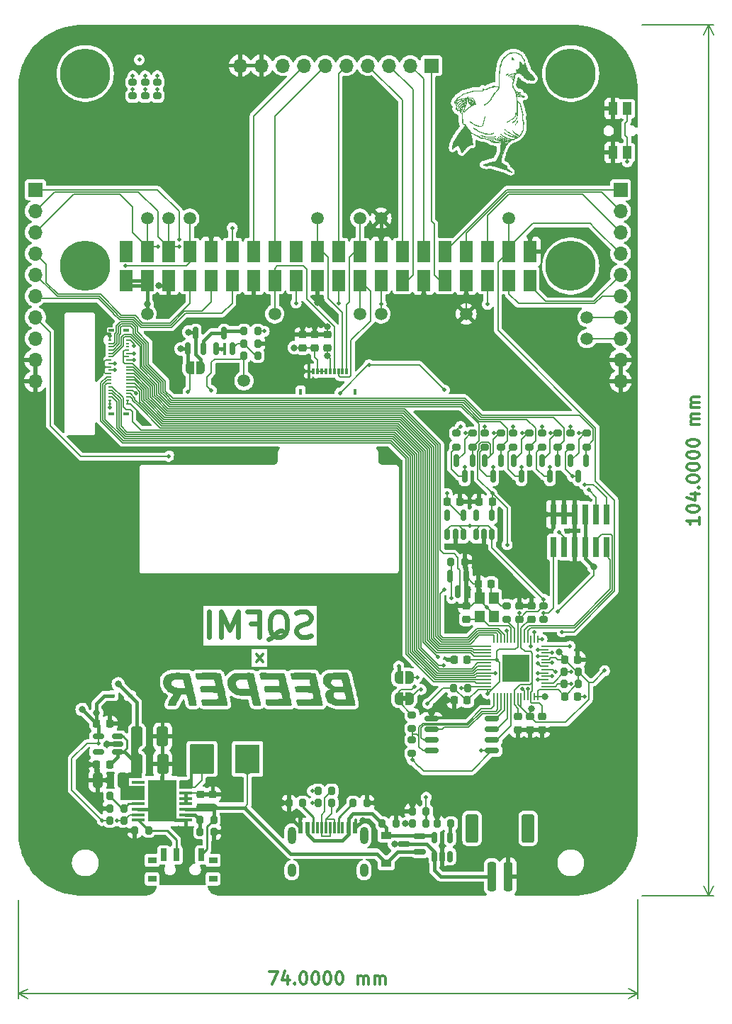
<source format=gbr>
%TF.GenerationSoftware,KiCad,Pcbnew,8.0.4*%
%TF.CreationDate,2024-08-08T16:45:06-04:00*%
%TF.ProjectId,beepy,62656570-792e-46b6-9963-61645f706362,rev?*%
%TF.SameCoordinates,Original*%
%TF.FileFunction,Copper,L2,Bot*%
%TF.FilePolarity,Positive*%
%FSLAX46Y46*%
G04 Gerber Fmt 4.6, Leading zero omitted, Abs format (unit mm)*
G04 Created by KiCad (PCBNEW 8.0.4) date 2024-08-08 16:45:06*
%MOMM*%
%LPD*%
G01*
G04 APERTURE LIST*
G04 Aperture macros list*
%AMRoundRect*
0 Rectangle with rounded corners*
0 $1 Rounding radius*
0 $2 $3 $4 $5 $6 $7 $8 $9 X,Y pos of 4 corners*
0 Add a 4 corners polygon primitive as box body*
4,1,4,$2,$3,$4,$5,$6,$7,$8,$9,$2,$3,0*
0 Add four circle primitives for the rounded corners*
1,1,$1+$1,$2,$3*
1,1,$1+$1,$4,$5*
1,1,$1+$1,$6,$7*
1,1,$1+$1,$8,$9*
0 Add four rect primitives between the rounded corners*
20,1,$1+$1,$2,$3,$4,$5,0*
20,1,$1+$1,$4,$5,$6,$7,0*
20,1,$1+$1,$6,$7,$8,$9,0*
20,1,$1+$1,$8,$9,$2,$3,0*%
%AMFreePoly0*
4,1,19,0.000000,0.744911,0.071157,0.744911,0.207708,0.704816,0.327430,0.627875,0.420627,0.520320,0.479746,0.390866,0.500000,0.250000,0.500000,-0.250000,0.479746,-0.390866,0.420627,-0.520320,0.327430,-0.627875,0.207708,-0.704816,0.071157,-0.744911,0.000000,-0.744911,0.000000,-0.750000,-0.500000,-0.750000,-0.500000,0.750000,0.000000,0.750000,0.000000,0.744911,0.000000,0.744911,
$1*%
%AMFreePoly1*
4,1,19,0.500000,-0.750000,0.000000,-0.750000,0.000000,-0.744911,-0.071157,-0.744911,-0.207708,-0.704816,-0.327430,-0.627875,-0.420627,-0.520320,-0.479746,-0.390866,-0.500000,-0.250000,-0.500000,0.250000,-0.479746,0.390866,-0.420627,0.520320,-0.327430,0.627875,-0.207708,0.704816,-0.071157,0.744911,0.000000,0.744911,0.000000,0.750000,0.500000,0.750000,0.500000,-0.750000,0.500000,-0.750000,
$1*%
G04 Aperture macros list end*
%ADD10C,0.300000*%
%TA.AperFunction,NonConductor*%
%ADD11C,0.300000*%
%TD*%
%ADD12C,0.600000*%
%TA.AperFunction,NonConductor*%
%ADD13C,0.600000*%
%TD*%
%TA.AperFunction,NonConductor*%
%ADD14C,0.200000*%
%TD*%
%TA.AperFunction,EtchedComponent*%
%ADD15C,0.010000*%
%TD*%
%TA.AperFunction,EtchedComponent*%
%ADD16C,0.000000*%
%TD*%
%TA.AperFunction,SMDPad,CuDef*%
%ADD17RoundRect,0.200000X0.200000X0.275000X-0.200000X0.275000X-0.200000X-0.275000X0.200000X-0.275000X0*%
%TD*%
%TA.AperFunction,SMDPad,CuDef*%
%ADD18R,1.500000X2.500000*%
%TD*%
%TA.AperFunction,SMDPad,CuDef*%
%ADD19RoundRect,0.150000X-0.712500X-0.150000X0.712500X-0.150000X0.712500X0.150000X-0.712500X0.150000X0*%
%TD*%
%TA.AperFunction,SMDPad,CuDef*%
%ADD20C,1.500000*%
%TD*%
%TA.AperFunction,SMDPad,CuDef*%
%ADD21RoundRect,0.200000X0.275000X-0.200000X0.275000X0.200000X-0.275000X0.200000X-0.275000X-0.200000X0*%
%TD*%
%TA.AperFunction,ComponentPad*%
%ADD22C,0.500000*%
%TD*%
%TA.AperFunction,SMDPad,CuDef*%
%ADD23R,3.400000X5.000000*%
%TD*%
%TA.AperFunction,SMDPad,CuDef*%
%ADD24RoundRect,0.100000X0.687500X0.100000X-0.687500X0.100000X-0.687500X-0.100000X0.687500X-0.100000X0*%
%TD*%
%TA.AperFunction,SMDPad,CuDef*%
%ADD25RoundRect,0.150000X-0.150000X0.587500X-0.150000X-0.587500X0.150000X-0.587500X0.150000X0.587500X0*%
%TD*%
%TA.AperFunction,SMDPad,CuDef*%
%ADD26RoundRect,0.150000X0.150000X-0.512500X0.150000X0.512500X-0.150000X0.512500X-0.150000X-0.512500X0*%
%TD*%
%TA.AperFunction,SMDPad,CuDef*%
%ADD27R,1.000000X1.550000*%
%TD*%
%TA.AperFunction,SMDPad,CuDef*%
%ADD28RoundRect,0.225000X-0.250000X0.225000X-0.250000X-0.225000X0.250000X-0.225000X0.250000X0.225000X0*%
%TD*%
%TA.AperFunction,SMDPad,CuDef*%
%ADD29RoundRect,0.250000X0.325000X0.650000X-0.325000X0.650000X-0.325000X-0.650000X0.325000X-0.650000X0*%
%TD*%
%TA.AperFunction,SMDPad,CuDef*%
%ADD30RoundRect,0.225000X-0.225000X-0.250000X0.225000X-0.250000X0.225000X0.250000X-0.225000X0.250000X0*%
%TD*%
%TA.AperFunction,SMDPad,CuDef*%
%ADD31RoundRect,0.225000X0.225000X0.250000X-0.225000X0.250000X-0.225000X-0.250000X0.225000X-0.250000X0*%
%TD*%
%TA.AperFunction,SMDPad,CuDef*%
%ADD32R,2.950000X3.500000*%
%TD*%
%TA.AperFunction,SMDPad,CuDef*%
%ADD33RoundRect,0.200000X-0.200000X-0.275000X0.200000X-0.275000X0.200000X0.275000X-0.200000X0.275000X0*%
%TD*%
%TA.AperFunction,SMDPad,CuDef*%
%ADD34RoundRect,0.225000X0.250000X-0.225000X0.250000X0.225000X-0.250000X0.225000X-0.250000X-0.225000X0*%
%TD*%
%TA.AperFunction,SMDPad,CuDef*%
%ADD35FreePoly0,0.000000*%
%TD*%
%TA.AperFunction,SMDPad,CuDef*%
%ADD36FreePoly1,0.000000*%
%TD*%
%TA.AperFunction,SMDPad,CuDef*%
%ADD37RoundRect,0.050000X-0.387500X-0.050000X0.387500X-0.050000X0.387500X0.050000X-0.387500X0.050000X0*%
%TD*%
%TA.AperFunction,SMDPad,CuDef*%
%ADD38RoundRect,0.050000X-0.050000X-0.387500X0.050000X-0.387500X0.050000X0.387500X-0.050000X0.387500X0*%
%TD*%
%TA.AperFunction,SMDPad,CuDef*%
%ADD39R,3.200000X3.200000*%
%TD*%
%TA.AperFunction,SMDPad,CuDef*%
%ADD40RoundRect,0.200000X-0.275000X0.200000X-0.275000X-0.200000X0.275000X-0.200000X0.275000X0.200000X0*%
%TD*%
%TA.AperFunction,SMDPad,CuDef*%
%ADD41R,0.400000X0.800000*%
%TD*%
%TA.AperFunction,SMDPad,CuDef*%
%ADD42R,0.300000X0.800000*%
%TD*%
%TA.AperFunction,ComponentPad*%
%ADD43R,1.700000X1.700000*%
%TD*%
%TA.AperFunction,ComponentPad*%
%ADD44O,1.700000X1.700000*%
%TD*%
%TA.AperFunction,SMDPad,CuDef*%
%ADD45R,0.600000X0.450000*%
%TD*%
%TA.AperFunction,ComponentPad*%
%ADD46C,6.000000*%
%TD*%
%TA.AperFunction,SMDPad,CuDef*%
%ADD47RoundRect,0.150000X0.512500X0.150000X-0.512500X0.150000X-0.512500X-0.150000X0.512500X-0.150000X0*%
%TD*%
%TA.AperFunction,SMDPad,CuDef*%
%ADD48RoundRect,0.250000X-0.412500X-0.925000X0.412500X-0.925000X0.412500X0.925000X-0.412500X0.925000X0*%
%TD*%
%TA.AperFunction,SMDPad,CuDef*%
%ADD49RoundRect,0.250001X-0.499999X-1.449999X0.499999X-1.449999X0.499999X1.449999X-0.499999X1.449999X0*%
%TD*%
%TA.AperFunction,SMDPad,CuDef*%
%ADD50RoundRect,0.250000X-0.250000X-1.500000X0.250000X-1.500000X0.250000X1.500000X-0.250000X1.500000X0*%
%TD*%
%TA.AperFunction,SMDPad,CuDef*%
%ADD51R,0.420000X0.230000*%
%TD*%
%TA.AperFunction,SMDPad,CuDef*%
%ADD52R,0.750000X0.300000*%
%TD*%
%TA.AperFunction,SMDPad,CuDef*%
%ADD53FreePoly0,180.000000*%
%TD*%
%TA.AperFunction,SMDPad,CuDef*%
%ADD54FreePoly1,180.000000*%
%TD*%
%TA.AperFunction,ComponentPad*%
%ADD55O,1.000000X1.600000*%
%TD*%
%TA.AperFunction,ComponentPad*%
%ADD56O,1.000000X2.100000*%
%TD*%
%TA.AperFunction,SMDPad,CuDef*%
%ADD57R,0.600000X1.450000*%
%TD*%
%TA.AperFunction,SMDPad,CuDef*%
%ADD58R,0.300000X1.450000*%
%TD*%
%TA.AperFunction,SMDPad,CuDef*%
%ADD59RoundRect,0.150000X0.150000X-0.587500X0.150000X0.587500X-0.150000X0.587500X-0.150000X-0.587500X0*%
%TD*%
%TA.AperFunction,SMDPad,CuDef*%
%ADD60RoundRect,0.150000X0.587500X0.150000X-0.587500X0.150000X-0.587500X-0.150000X0.587500X-0.150000X0*%
%TD*%
%TA.AperFunction,SMDPad,CuDef*%
%ADD61R,1.200000X0.900000*%
%TD*%
%TA.AperFunction,SMDPad,CuDef*%
%ADD62R,0.700000X1.500000*%
%TD*%
%TA.AperFunction,SMDPad,CuDef*%
%ADD63R,1.000000X0.800000*%
%TD*%
%TA.AperFunction,SMDPad,CuDef*%
%ADD64R,0.740000X2.400000*%
%TD*%
%TA.AperFunction,SMDPad,CuDef*%
%ADD65R,1.200000X1.400000*%
%TD*%
%TA.AperFunction,ViaPad*%
%ADD66C,0.500000*%
%TD*%
%TA.AperFunction,ViaPad*%
%ADD67C,0.800000*%
%TD*%
%TA.AperFunction,Conductor*%
%ADD68C,0.200000*%
%TD*%
%TA.AperFunction,Conductor*%
%ADD69C,0.127000*%
%TD*%
%TA.AperFunction,Conductor*%
%ADD70C,0.400000*%
%TD*%
%TA.AperFunction,Conductor*%
%ADD71C,0.250000*%
%TD*%
G04 APERTURE END LIST*
D10*
D11*
X83302857Y-116538328D02*
X82517143Y-115538328D01*
X83302857Y-115538328D02*
X82517143Y-116538328D01*
D12*
D13*
X89036530Y-113373521D02*
X88607959Y-113516378D01*
X88607959Y-113516378D02*
X87893673Y-113516378D01*
X87893673Y-113516378D02*
X87607959Y-113373521D01*
X87607959Y-113373521D02*
X87465101Y-113230663D01*
X87465101Y-113230663D02*
X87322244Y-112944949D01*
X87322244Y-112944949D02*
X87322244Y-112659235D01*
X87322244Y-112659235D02*
X87465101Y-112373521D01*
X87465101Y-112373521D02*
X87607959Y-112230663D01*
X87607959Y-112230663D02*
X87893673Y-112087806D01*
X87893673Y-112087806D02*
X88465101Y-111944949D01*
X88465101Y-111944949D02*
X88750816Y-111802092D01*
X88750816Y-111802092D02*
X88893673Y-111659235D01*
X88893673Y-111659235D02*
X89036530Y-111373521D01*
X89036530Y-111373521D02*
X89036530Y-111087806D01*
X89036530Y-111087806D02*
X88893673Y-110802092D01*
X88893673Y-110802092D02*
X88750816Y-110659235D01*
X88750816Y-110659235D02*
X88465101Y-110516378D01*
X88465101Y-110516378D02*
X87750816Y-110516378D01*
X87750816Y-110516378D02*
X87322244Y-110659235D01*
X84036530Y-113802092D02*
X84322244Y-113659235D01*
X84322244Y-113659235D02*
X84607958Y-113373521D01*
X84607958Y-113373521D02*
X85036530Y-112944949D01*
X85036530Y-112944949D02*
X85322244Y-112802092D01*
X85322244Y-112802092D02*
X85607958Y-112802092D01*
X85465101Y-113516378D02*
X85750816Y-113373521D01*
X85750816Y-113373521D02*
X86036530Y-113087806D01*
X86036530Y-113087806D02*
X86179387Y-112516378D01*
X86179387Y-112516378D02*
X86179387Y-111516378D01*
X86179387Y-111516378D02*
X86036530Y-110944949D01*
X86036530Y-110944949D02*
X85750816Y-110659235D01*
X85750816Y-110659235D02*
X85465101Y-110516378D01*
X85465101Y-110516378D02*
X84893673Y-110516378D01*
X84893673Y-110516378D02*
X84607958Y-110659235D01*
X84607958Y-110659235D02*
X84322244Y-110944949D01*
X84322244Y-110944949D02*
X84179387Y-111516378D01*
X84179387Y-111516378D02*
X84179387Y-112516378D01*
X84179387Y-112516378D02*
X84322244Y-113087806D01*
X84322244Y-113087806D02*
X84607958Y-113373521D01*
X84607958Y-113373521D02*
X84893673Y-113516378D01*
X84893673Y-113516378D02*
X85465101Y-113516378D01*
X81893673Y-111944949D02*
X82893673Y-111944949D01*
X82893673Y-113516378D02*
X82893673Y-110516378D01*
X82893673Y-110516378D02*
X81465101Y-110516378D01*
X80322244Y-113516378D02*
X80322244Y-110516378D01*
X80322244Y-110516378D02*
X79322244Y-112659235D01*
X79322244Y-112659235D02*
X78322244Y-110516378D01*
X78322244Y-110516378D02*
X78322244Y-113516378D01*
X76893673Y-113516378D02*
X76893673Y-110516378D01*
D10*
D11*
X135478328Y-99185712D02*
X135478328Y-100042855D01*
X135478328Y-99614284D02*
X133978328Y-99614284D01*
X133978328Y-99614284D02*
X134192614Y-99757141D01*
X134192614Y-99757141D02*
X134335471Y-99899998D01*
X134335471Y-99899998D02*
X134406900Y-100042855D01*
X133978328Y-98257141D02*
X133978328Y-98114284D01*
X133978328Y-98114284D02*
X134049757Y-97971427D01*
X134049757Y-97971427D02*
X134121185Y-97899999D01*
X134121185Y-97899999D02*
X134264042Y-97828570D01*
X134264042Y-97828570D02*
X134549757Y-97757141D01*
X134549757Y-97757141D02*
X134906900Y-97757141D01*
X134906900Y-97757141D02*
X135192614Y-97828570D01*
X135192614Y-97828570D02*
X135335471Y-97899999D01*
X135335471Y-97899999D02*
X135406900Y-97971427D01*
X135406900Y-97971427D02*
X135478328Y-98114284D01*
X135478328Y-98114284D02*
X135478328Y-98257141D01*
X135478328Y-98257141D02*
X135406900Y-98399999D01*
X135406900Y-98399999D02*
X135335471Y-98471427D01*
X135335471Y-98471427D02*
X135192614Y-98542856D01*
X135192614Y-98542856D02*
X134906900Y-98614284D01*
X134906900Y-98614284D02*
X134549757Y-98614284D01*
X134549757Y-98614284D02*
X134264042Y-98542856D01*
X134264042Y-98542856D02*
X134121185Y-98471427D01*
X134121185Y-98471427D02*
X134049757Y-98399999D01*
X134049757Y-98399999D02*
X133978328Y-98257141D01*
X134478328Y-96471428D02*
X135478328Y-96471428D01*
X133906900Y-96828570D02*
X134978328Y-97185713D01*
X134978328Y-97185713D02*
X134978328Y-96257142D01*
X135335471Y-95685714D02*
X135406900Y-95614285D01*
X135406900Y-95614285D02*
X135478328Y-95685714D01*
X135478328Y-95685714D02*
X135406900Y-95757142D01*
X135406900Y-95757142D02*
X135335471Y-95685714D01*
X135335471Y-95685714D02*
X135478328Y-95685714D01*
X133978328Y-94685713D02*
X133978328Y-94542856D01*
X133978328Y-94542856D02*
X134049757Y-94399999D01*
X134049757Y-94399999D02*
X134121185Y-94328571D01*
X134121185Y-94328571D02*
X134264042Y-94257142D01*
X134264042Y-94257142D02*
X134549757Y-94185713D01*
X134549757Y-94185713D02*
X134906900Y-94185713D01*
X134906900Y-94185713D02*
X135192614Y-94257142D01*
X135192614Y-94257142D02*
X135335471Y-94328571D01*
X135335471Y-94328571D02*
X135406900Y-94399999D01*
X135406900Y-94399999D02*
X135478328Y-94542856D01*
X135478328Y-94542856D02*
X135478328Y-94685713D01*
X135478328Y-94685713D02*
X135406900Y-94828571D01*
X135406900Y-94828571D02*
X135335471Y-94899999D01*
X135335471Y-94899999D02*
X135192614Y-94971428D01*
X135192614Y-94971428D02*
X134906900Y-95042856D01*
X134906900Y-95042856D02*
X134549757Y-95042856D01*
X134549757Y-95042856D02*
X134264042Y-94971428D01*
X134264042Y-94971428D02*
X134121185Y-94899999D01*
X134121185Y-94899999D02*
X134049757Y-94828571D01*
X134049757Y-94828571D02*
X133978328Y-94685713D01*
X133978328Y-93257142D02*
X133978328Y-93114285D01*
X133978328Y-93114285D02*
X134049757Y-92971428D01*
X134049757Y-92971428D02*
X134121185Y-92900000D01*
X134121185Y-92900000D02*
X134264042Y-92828571D01*
X134264042Y-92828571D02*
X134549757Y-92757142D01*
X134549757Y-92757142D02*
X134906900Y-92757142D01*
X134906900Y-92757142D02*
X135192614Y-92828571D01*
X135192614Y-92828571D02*
X135335471Y-92900000D01*
X135335471Y-92900000D02*
X135406900Y-92971428D01*
X135406900Y-92971428D02*
X135478328Y-93114285D01*
X135478328Y-93114285D02*
X135478328Y-93257142D01*
X135478328Y-93257142D02*
X135406900Y-93400000D01*
X135406900Y-93400000D02*
X135335471Y-93471428D01*
X135335471Y-93471428D02*
X135192614Y-93542857D01*
X135192614Y-93542857D02*
X134906900Y-93614285D01*
X134906900Y-93614285D02*
X134549757Y-93614285D01*
X134549757Y-93614285D02*
X134264042Y-93542857D01*
X134264042Y-93542857D02*
X134121185Y-93471428D01*
X134121185Y-93471428D02*
X134049757Y-93400000D01*
X134049757Y-93400000D02*
X133978328Y-93257142D01*
X133978328Y-91828571D02*
X133978328Y-91685714D01*
X133978328Y-91685714D02*
X134049757Y-91542857D01*
X134049757Y-91542857D02*
X134121185Y-91471429D01*
X134121185Y-91471429D02*
X134264042Y-91400000D01*
X134264042Y-91400000D02*
X134549757Y-91328571D01*
X134549757Y-91328571D02*
X134906900Y-91328571D01*
X134906900Y-91328571D02*
X135192614Y-91400000D01*
X135192614Y-91400000D02*
X135335471Y-91471429D01*
X135335471Y-91471429D02*
X135406900Y-91542857D01*
X135406900Y-91542857D02*
X135478328Y-91685714D01*
X135478328Y-91685714D02*
X135478328Y-91828571D01*
X135478328Y-91828571D02*
X135406900Y-91971429D01*
X135406900Y-91971429D02*
X135335471Y-92042857D01*
X135335471Y-92042857D02*
X135192614Y-92114286D01*
X135192614Y-92114286D02*
X134906900Y-92185714D01*
X134906900Y-92185714D02*
X134549757Y-92185714D01*
X134549757Y-92185714D02*
X134264042Y-92114286D01*
X134264042Y-92114286D02*
X134121185Y-92042857D01*
X134121185Y-92042857D02*
X134049757Y-91971429D01*
X134049757Y-91971429D02*
X133978328Y-91828571D01*
X133978328Y-90400000D02*
X133978328Y-90257143D01*
X133978328Y-90257143D02*
X134049757Y-90114286D01*
X134049757Y-90114286D02*
X134121185Y-90042858D01*
X134121185Y-90042858D02*
X134264042Y-89971429D01*
X134264042Y-89971429D02*
X134549757Y-89900000D01*
X134549757Y-89900000D02*
X134906900Y-89900000D01*
X134906900Y-89900000D02*
X135192614Y-89971429D01*
X135192614Y-89971429D02*
X135335471Y-90042858D01*
X135335471Y-90042858D02*
X135406900Y-90114286D01*
X135406900Y-90114286D02*
X135478328Y-90257143D01*
X135478328Y-90257143D02*
X135478328Y-90400000D01*
X135478328Y-90400000D02*
X135406900Y-90542858D01*
X135406900Y-90542858D02*
X135335471Y-90614286D01*
X135335471Y-90614286D02*
X135192614Y-90685715D01*
X135192614Y-90685715D02*
X134906900Y-90757143D01*
X134906900Y-90757143D02*
X134549757Y-90757143D01*
X134549757Y-90757143D02*
X134264042Y-90685715D01*
X134264042Y-90685715D02*
X134121185Y-90614286D01*
X134121185Y-90614286D02*
X134049757Y-90542858D01*
X134049757Y-90542858D02*
X133978328Y-90400000D01*
X135478328Y-88114287D02*
X134478328Y-88114287D01*
X134621185Y-88114287D02*
X134549757Y-88042858D01*
X134549757Y-88042858D02*
X134478328Y-87900001D01*
X134478328Y-87900001D02*
X134478328Y-87685715D01*
X134478328Y-87685715D02*
X134549757Y-87542858D01*
X134549757Y-87542858D02*
X134692614Y-87471430D01*
X134692614Y-87471430D02*
X135478328Y-87471430D01*
X134692614Y-87471430D02*
X134549757Y-87400001D01*
X134549757Y-87400001D02*
X134478328Y-87257144D01*
X134478328Y-87257144D02*
X134478328Y-87042858D01*
X134478328Y-87042858D02*
X134549757Y-86900001D01*
X134549757Y-86900001D02*
X134692614Y-86828572D01*
X134692614Y-86828572D02*
X135478328Y-86828572D01*
X135478328Y-86114287D02*
X134478328Y-86114287D01*
X134621185Y-86114287D02*
X134549757Y-86042858D01*
X134549757Y-86042858D02*
X134478328Y-85900001D01*
X134478328Y-85900001D02*
X134478328Y-85685715D01*
X134478328Y-85685715D02*
X134549757Y-85542858D01*
X134549757Y-85542858D02*
X134692614Y-85471430D01*
X134692614Y-85471430D02*
X135478328Y-85471430D01*
X134692614Y-85471430D02*
X134549757Y-85400001D01*
X134549757Y-85400001D02*
X134478328Y-85257144D01*
X134478328Y-85257144D02*
X134478328Y-85042858D01*
X134478328Y-85042858D02*
X134549757Y-84900001D01*
X134549757Y-84900001D02*
X134692614Y-84828572D01*
X134692614Y-84828572D02*
X135478328Y-84828572D01*
D14*
X128590000Y-40400000D02*
X137186420Y-40400000D01*
X128590000Y-144400000D02*
X137186420Y-144400000D01*
X136600000Y-40400000D02*
X136600000Y-144400000D01*
X136600000Y-40400000D02*
X136600000Y-144400000D01*
X136600000Y-40400000D02*
X137186421Y-41526504D01*
X136600000Y-40400000D02*
X136013579Y-41526504D01*
X136600000Y-144400000D02*
X136013579Y-143273496D01*
X136600000Y-144400000D02*
X137186421Y-143273496D01*
D10*
D11*
X84094931Y-153522070D02*
X85094931Y-153521529D01*
X85094931Y-153521529D02*
X84452885Y-155021877D01*
X86309486Y-154020873D02*
X86310027Y-155020873D01*
X85952035Y-153449638D02*
X85595471Y-154521259D01*
X85595471Y-154521259D02*
X86524042Y-154520757D01*
X87095663Y-154877591D02*
X87167131Y-154948981D01*
X87167131Y-154948981D02*
X87095741Y-155020448D01*
X87095741Y-155020448D02*
X87024273Y-154949058D01*
X87024273Y-154949058D02*
X87095663Y-154877591D01*
X87095663Y-154877591D02*
X87095741Y-155020448D01*
X88094930Y-153519908D02*
X88237787Y-153519831D01*
X88237787Y-153519831D02*
X88380683Y-153591182D01*
X88380683Y-153591182D02*
X88452150Y-153662572D01*
X88452150Y-153662572D02*
X88523656Y-153805390D01*
X88523656Y-153805390D02*
X88595239Y-154091066D01*
X88595239Y-154091066D02*
X88595432Y-154448209D01*
X88595432Y-154448209D02*
X88524158Y-154733962D01*
X88524158Y-154733962D02*
X88452806Y-154876857D01*
X88452806Y-154876857D02*
X88381416Y-154948325D01*
X88381416Y-154948325D02*
X88238598Y-155019830D01*
X88238598Y-155019830D02*
X88095741Y-155019908D01*
X88095741Y-155019908D02*
X87952845Y-154948556D01*
X87952845Y-154948556D02*
X87881378Y-154877166D01*
X87881378Y-154877166D02*
X87809872Y-154734348D01*
X87809872Y-154734348D02*
X87738289Y-154448672D01*
X87738289Y-154448672D02*
X87738096Y-154091529D01*
X87738096Y-154091529D02*
X87809370Y-153805776D01*
X87809370Y-153805776D02*
X87880721Y-153662881D01*
X87880721Y-153662881D02*
X87952111Y-153591414D01*
X87952111Y-153591414D02*
X88094930Y-153519908D01*
X89523501Y-153519136D02*
X89666358Y-153519058D01*
X89666358Y-153519058D02*
X89809254Y-153590410D01*
X89809254Y-153590410D02*
X89880721Y-153661800D01*
X89880721Y-153661800D02*
X89952227Y-153804618D01*
X89952227Y-153804618D02*
X90023810Y-154090294D01*
X90023810Y-154090294D02*
X90024003Y-154447437D01*
X90024003Y-154447437D02*
X89952728Y-154733189D01*
X89952728Y-154733189D02*
X89881377Y-154876085D01*
X89881377Y-154876085D02*
X89809987Y-154947552D01*
X89809987Y-154947552D02*
X89667169Y-155019058D01*
X89667169Y-155019058D02*
X89524312Y-155019135D01*
X89524312Y-155019135D02*
X89381416Y-154947784D01*
X89381416Y-154947784D02*
X89309949Y-154876394D01*
X89309949Y-154876394D02*
X89238443Y-154733576D01*
X89238443Y-154733576D02*
X89166860Y-154447900D01*
X89166860Y-154447900D02*
X89166667Y-154090757D01*
X89166667Y-154090757D02*
X89237941Y-153805004D01*
X89237941Y-153805004D02*
X89309292Y-153662109D01*
X89309292Y-153662109D02*
X89380682Y-153590641D01*
X89380682Y-153590641D02*
X89523501Y-153519136D01*
X90952072Y-153518363D02*
X91094929Y-153518286D01*
X91094929Y-153518286D02*
X91237824Y-153589638D01*
X91237824Y-153589638D02*
X91309292Y-153661027D01*
X91309292Y-153661027D02*
X91380797Y-153803846D01*
X91380797Y-153803846D02*
X91452380Y-154089522D01*
X91452380Y-154089522D02*
X91452573Y-154446664D01*
X91452573Y-154446664D02*
X91381299Y-154732417D01*
X91381299Y-154732417D02*
X91309948Y-154875313D01*
X91309948Y-154875313D02*
X91238558Y-154946780D01*
X91238558Y-154946780D02*
X91095739Y-155018286D01*
X91095739Y-155018286D02*
X90952882Y-155018363D01*
X90952882Y-155018363D02*
X90809987Y-154947012D01*
X90809987Y-154947012D02*
X90738519Y-154875622D01*
X90738519Y-154875622D02*
X90667014Y-154732803D01*
X90667014Y-154732803D02*
X90595431Y-154447128D01*
X90595431Y-154447128D02*
X90595238Y-154089985D01*
X90595238Y-154089985D02*
X90666512Y-153804232D01*
X90666512Y-153804232D02*
X90737863Y-153661336D01*
X90737863Y-153661336D02*
X90809253Y-153589869D01*
X90809253Y-153589869D02*
X90952072Y-153518363D01*
X92380642Y-153517591D02*
X92523499Y-153517514D01*
X92523499Y-153517514D02*
X92666395Y-153588865D01*
X92666395Y-153588865D02*
X92737862Y-153660255D01*
X92737862Y-153660255D02*
X92809368Y-153803074D01*
X92809368Y-153803074D02*
X92880951Y-154088749D01*
X92880951Y-154088749D02*
X92881144Y-154445892D01*
X92881144Y-154445892D02*
X92809870Y-154731645D01*
X92809870Y-154731645D02*
X92738519Y-154874541D01*
X92738519Y-154874541D02*
X92667129Y-154946008D01*
X92667129Y-154946008D02*
X92524310Y-155017514D01*
X92524310Y-155017514D02*
X92381453Y-155017591D01*
X92381453Y-155017591D02*
X92238557Y-154946240D01*
X92238557Y-154946240D02*
X92167090Y-154874850D01*
X92167090Y-154874850D02*
X92095584Y-154732031D01*
X92095584Y-154732031D02*
X92024001Y-154446356D01*
X92024001Y-154446356D02*
X92023808Y-154089213D01*
X92023808Y-154089213D02*
X92095083Y-153803460D01*
X92095083Y-153803460D02*
X92166434Y-153660564D01*
X92166434Y-153660564D02*
X92237824Y-153589097D01*
X92237824Y-153589097D02*
X92380642Y-153517591D01*
X94667166Y-155016355D02*
X94666626Y-154016356D01*
X94666703Y-154159213D02*
X94738093Y-154087746D01*
X94738093Y-154087746D02*
X94880912Y-154016240D01*
X94880912Y-154016240D02*
X95095197Y-154016124D01*
X95095197Y-154016124D02*
X95238093Y-154087475D01*
X95238093Y-154087475D02*
X95309599Y-154230294D01*
X95309599Y-154230294D02*
X95310024Y-155016008D01*
X95309599Y-154230294D02*
X95380950Y-154087398D01*
X95380950Y-154087398D02*
X95523769Y-154015892D01*
X95523769Y-154015892D02*
X95738054Y-154015776D01*
X95738054Y-154015776D02*
X95880950Y-154087128D01*
X95880950Y-154087128D02*
X95952456Y-154229946D01*
X95952456Y-154229946D02*
X95952881Y-155015660D01*
X96667166Y-155015274D02*
X96666626Y-154015275D01*
X96666703Y-154158132D02*
X96738093Y-154086664D01*
X96738093Y-154086664D02*
X96880911Y-154015159D01*
X96880911Y-154015159D02*
X97095197Y-154015043D01*
X97095197Y-154015043D02*
X97238093Y-154086394D01*
X97238093Y-154086394D02*
X97309599Y-154229213D01*
X97309599Y-154229213D02*
X97310023Y-155014927D01*
X97309599Y-154229213D02*
X97380950Y-154086317D01*
X97380950Y-154086317D02*
X97523768Y-154014811D01*
X97523768Y-154014811D02*
X97738054Y-154014695D01*
X97738054Y-154014695D02*
X97880950Y-154086047D01*
X97880950Y-154086047D02*
X97952456Y-154228865D01*
X97952456Y-154228865D02*
X97952880Y-155014579D01*
D14*
X54090270Y-144920000D02*
X54096663Y-156746378D01*
X128090270Y-144880000D02*
X128096663Y-156706378D01*
X54096346Y-156159958D02*
X128096346Y-156119958D01*
X54096346Y-156159958D02*
X128096346Y-156119958D01*
X54096346Y-156159958D02*
X55222533Y-155572928D01*
X54096346Y-156159958D02*
X55223167Y-156745770D01*
X128096346Y-156119958D02*
X126970159Y-156706988D01*
X128096346Y-156119958D02*
X126969525Y-155534146D01*
D15*
%TO.C,REFe*%
X113386828Y-43652429D02*
X113487471Y-43672837D01*
X113601477Y-43706201D01*
X113722245Y-43749775D01*
X113843175Y-43800811D01*
X113957665Y-43856562D01*
X114059114Y-43914282D01*
X114127008Y-43960451D01*
X114202160Y-44023858D01*
X114260672Y-44090572D01*
X114308113Y-44168098D01*
X114347746Y-44257939D01*
X114435987Y-44458682D01*
X114519228Y-44610102D01*
X114542045Y-44649181D01*
X114558419Y-44679862D01*
X114564894Y-44695662D01*
X114564900Y-44695827D01*
X114555808Y-44705861D01*
X114535749Y-44705066D01*
X114515547Y-44695665D01*
X114506679Y-44683875D01*
X114496810Y-44660130D01*
X114479139Y-44624674D01*
X114468231Y-44604500D01*
X114439910Y-44551043D01*
X114406523Y-44484061D01*
X114371594Y-44411035D01*
X114338648Y-44339448D01*
X114311210Y-44276782D01*
X114295470Y-44237769D01*
X114251829Y-44147286D01*
X114191929Y-44067274D01*
X114113383Y-43995476D01*
X114013805Y-43929631D01*
X113917200Y-43879631D01*
X113872034Y-43857876D01*
X113827725Y-43835776D01*
X113815436Y-43829446D01*
X113787354Y-43816941D01*
X113740898Y-43798603D01*
X113681801Y-43776603D01*
X113615794Y-43753110D01*
X113593186Y-43745302D01*
X113522284Y-43721365D01*
X113468756Y-43704727D01*
X113426069Y-43694109D01*
X113387689Y-43688233D01*
X113347083Y-43685819D01*
X113297718Y-43685589D01*
X113288550Y-43685669D01*
X113120268Y-43699898D01*
X112950262Y-43739231D01*
X112779092Y-43803475D01*
X112607323Y-43892438D01*
X112513850Y-43951131D01*
X112462211Y-43986853D01*
X112412211Y-44023632D01*
X112372177Y-44055272D01*
X112361450Y-44064532D01*
X112305650Y-44115171D01*
X112266810Y-44151723D01*
X112242560Y-44176582D01*
X112230529Y-44192138D01*
X112228100Y-44199131D01*
X112218259Y-44210296D01*
X112214238Y-44210800D01*
X112197635Y-44220480D01*
X112169045Y-44247309D01*
X112131522Y-44287970D01*
X112088121Y-44339147D01*
X112041897Y-44397522D01*
X112040199Y-44399742D01*
X112004813Y-44452384D01*
X111964134Y-44523189D01*
X111921046Y-44606271D01*
X111878434Y-44695745D01*
X111839182Y-44785727D01*
X111806173Y-44870331D01*
X111797546Y-44894880D01*
X111736027Y-45096340D01*
X111681358Y-45317578D01*
X111634393Y-45553689D01*
X111595990Y-45799768D01*
X111567003Y-46050908D01*
X111548289Y-46302206D01*
X111546796Y-46331700D01*
X111540050Y-46484042D01*
X111535326Y-46617528D01*
X111532629Y-46731128D01*
X111531962Y-46823810D01*
X111533332Y-46894547D01*
X111536741Y-46942307D01*
X111542195Y-46966060D01*
X111544038Y-46968237D01*
X111554399Y-46980341D01*
X111545851Y-46989441D01*
X111540935Y-46999516D01*
X111537089Y-47024005D01*
X111534227Y-47064964D01*
X111532261Y-47124447D01*
X111531106Y-47204506D01*
X111530674Y-47307196D01*
X111530677Y-47348216D01*
X111530274Y-47471140D01*
X111528420Y-47572611D01*
X111524524Y-47656560D01*
X111517992Y-47726921D01*
X111508235Y-47787625D01*
X111494658Y-47842605D01*
X111476672Y-47895792D01*
X111453683Y-47951119D01*
X111433270Y-47995400D01*
X111407216Y-48047279D01*
X111379314Y-48095272D01*
X111346666Y-48143160D01*
X111306372Y-48194723D01*
X111255534Y-48253744D01*
X111191254Y-48324004D01*
X111138241Y-48380283D01*
X111011991Y-48518960D01*
X110901574Y-48653459D01*
X110801956Y-48790782D01*
X110708108Y-48937935D01*
X110614996Y-49101921D01*
X110600728Y-49128504D01*
X110541413Y-49235543D01*
X110486228Y-49324844D01*
X110430640Y-49402548D01*
X110370113Y-49474795D01*
X110300114Y-49547725D01*
X110268392Y-49578515D01*
X110204976Y-49635887D01*
X110135939Y-49692823D01*
X110063962Y-49747677D01*
X109991722Y-49798801D01*
X109921900Y-49844550D01*
X109857175Y-49883276D01*
X109800225Y-49913333D01*
X109753731Y-49933075D01*
X109720370Y-49940853D01*
X109702823Y-49935023D01*
X109700800Y-49927362D01*
X109711280Y-49917456D01*
X109739155Y-49899588D01*
X109779072Y-49877102D01*
X109792875Y-49869811D01*
X109947780Y-49780031D01*
X110093949Y-49677337D01*
X110227308Y-49565181D01*
X110343783Y-49447016D01*
X110439300Y-49326293D01*
X110446203Y-49316200D01*
X110466728Y-49283465D01*
X110495517Y-49234416D01*
X110529028Y-49175229D01*
X110563718Y-49112077D01*
X110570065Y-49100300D01*
X110654741Y-48949987D01*
X110742103Y-48810672D01*
X110836043Y-48677040D01*
X110940453Y-48543774D01*
X111059227Y-48405560D01*
X111157231Y-48298493D01*
X111210616Y-48239921D01*
X111261090Y-48181799D01*
X111304580Y-48129018D01*
X111337012Y-48086468D01*
X111349953Y-48067083D01*
X111383287Y-48006113D01*
X111414967Y-47938634D01*
X111441310Y-47873240D01*
X111458639Y-47818523D01*
X111461148Y-47807433D01*
X111468629Y-47770029D01*
X111381639Y-47761899D01*
X111277947Y-47751897D01*
X111159945Y-47740003D01*
X111038544Y-47727337D01*
X110924655Y-47715021D01*
X110916216Y-47714086D01*
X110862591Y-47708972D01*
X110818856Y-47706367D01*
X110790843Y-47706532D01*
X110783906Y-47708160D01*
X110783557Y-47723692D01*
X110793452Y-47748595D01*
X110802515Y-47775826D01*
X110792765Y-47792615D01*
X110761928Y-47800885D01*
X110729707Y-47802603D01*
X110675442Y-47807073D01*
X110605495Y-47818131D01*
X110528189Y-47834061D01*
X110451846Y-47853146D01*
X110384787Y-47873668D01*
X110384048Y-47873925D01*
X110336234Y-47893072D01*
X110275040Y-47921180D01*
X110208914Y-47954219D01*
X110155458Y-47982991D01*
X110094278Y-48015988D01*
X110033464Y-48046612D01*
X109980432Y-48071250D01*
X109945377Y-48085356D01*
X109868865Y-48103766D01*
X109791140Y-48108704D01*
X109721215Y-48099983D01*
X109692491Y-48090650D01*
X109661771Y-48078443D01*
X109642456Y-48071932D01*
X109640462Y-48071600D01*
X109638281Y-48082894D01*
X109639781Y-48111756D01*
X109642315Y-48134074D01*
X109650602Y-48196549D01*
X109577276Y-48224150D01*
X109520619Y-48243108D01*
X109458017Y-48260639D01*
X109427750Y-48267710D01*
X109369642Y-48276135D01*
X109291934Y-48281907D01*
X109200292Y-48284942D01*
X109100386Y-48285152D01*
X108997884Y-48282451D01*
X108898455Y-48276752D01*
X108888000Y-48275942D01*
X108823196Y-48271783D01*
X108774353Y-48270711D01*
X108744912Y-48272729D01*
X108737716Y-48275907D01*
X108723837Y-48285275D01*
X108700153Y-48287060D01*
X108678972Y-48281821D01*
X108672100Y-48272926D01*
X108660449Y-48265315D01*
X108628353Y-48263030D01*
X108580096Y-48265593D01*
X108519961Y-48272531D01*
X108452231Y-48283367D01*
X108381190Y-48297626D01*
X108322850Y-48311702D01*
X108220545Y-48339106D01*
X108109715Y-48369812D01*
X107993406Y-48402889D01*
X107874667Y-48437410D01*
X107756544Y-48472444D01*
X107642083Y-48507062D01*
X107534332Y-48540335D01*
X107436338Y-48571334D01*
X107351147Y-48599129D01*
X107281808Y-48622791D01*
X107231366Y-48641390D01*
X107205976Y-48652346D01*
X107168038Y-48676075D01*
X107120938Y-48712000D01*
X107072828Y-48753737D01*
X107055950Y-48769819D01*
X106977328Y-48837952D01*
X106883950Y-48901133D01*
X106833469Y-48930289D01*
X106748129Y-48981148D01*
X106676902Y-49032834D01*
X106609431Y-49092984D01*
X106599320Y-49102886D01*
X106559110Y-49144269D01*
X106526766Y-49180628D01*
X106506058Y-49207527D01*
X106500400Y-49219303D01*
X106494750Y-49238607D01*
X106490657Y-49242116D01*
X106478758Y-49253868D01*
X106456974Y-49280578D01*
X106430332Y-49316043D01*
X106393259Y-49364860D01*
X106351546Y-49416511D01*
X106325873Y-49446531D01*
X106268005Y-49522034D01*
X106231996Y-49592724D01*
X106218786Y-49656706D01*
X106218753Y-49662500D01*
X106221372Y-49693946D01*
X106230268Y-49722612D01*
X106248434Y-49753586D01*
X106278863Y-49791957D01*
X106324545Y-49842812D01*
X106325194Y-49843514D01*
X106361934Y-49887785D01*
X106394259Y-49934609D01*
X106415316Y-49974038D01*
X106415660Y-49974897D01*
X106426425Y-50005512D01*
X106431996Y-50034230D01*
X106432753Y-50068527D01*
X106429077Y-50115877D01*
X106424797Y-50154566D01*
X106416483Y-50216832D01*
X106406482Y-50278196D01*
X106396529Y-50328369D01*
X106393210Y-50342016D01*
X106384096Y-50383041D01*
X106386232Y-50404385D01*
X106402949Y-50408444D01*
X106437577Y-50397614D01*
X106458603Y-50389059D01*
X106483767Y-50379373D01*
X106501077Y-50377896D01*
X106513550Y-50388275D01*
X106524207Y-50414155D01*
X106536066Y-50459182D01*
X106543866Y-50492034D01*
X106555534Y-50539734D01*
X106564124Y-50566578D01*
X106572055Y-50576506D01*
X106581746Y-50573461D01*
X106589734Y-50566756D01*
X106626316Y-50543508D01*
X106673006Y-50526150D01*
X106717764Y-50518565D01*
X106735775Y-50519673D01*
X106761799Y-50534263D01*
X106779836Y-50569119D01*
X106780671Y-50571704D01*
X106795166Y-50606183D01*
X106811746Y-50630742D01*
X106814223Y-50632980D01*
X106826309Y-50651285D01*
X106825002Y-50661182D01*
X106825282Y-50683113D01*
X106841267Y-50721035D01*
X106871561Y-50772159D01*
X106904153Y-50819308D01*
X106935075Y-50857149D01*
X106971185Y-50894405D01*
X107008184Y-50927552D01*
X107041770Y-50953069D01*
X107067644Y-50967434D01*
X107081507Y-50967124D01*
X107082378Y-50965297D01*
X107089578Y-50947687D01*
X107105533Y-50912325D01*
X107127899Y-50864306D01*
X107154335Y-50808727D01*
X107154930Y-50807489D01*
X107187197Y-50734882D01*
X107221023Y-50649777D01*
X107251751Y-50564306D01*
X107269438Y-50509039D01*
X107296544Y-50423598D01*
X107326149Y-50342970D01*
X107360912Y-50260986D01*
X107403490Y-50171477D01*
X107456539Y-50068275D01*
X107471145Y-50040743D01*
X107511506Y-49957113D01*
X107536951Y-49881819D01*
X107549819Y-49804760D01*
X107552451Y-49715837D01*
X107551846Y-49692393D01*
X107548150Y-49582332D01*
X107409126Y-49665873D01*
X107270196Y-49753940D01*
X107136896Y-49847246D01*
X107015037Y-49941488D01*
X106910426Y-50032360D01*
X106895738Y-50046242D01*
X106822922Y-50119309D01*
X106769419Y-50181107D01*
X106733304Y-50234300D01*
X106712653Y-50281554D01*
X106706924Y-50307880D01*
X106698994Y-50342764D01*
X106689462Y-50356309D01*
X106681511Y-50347575D01*
X106678319Y-50316325D01*
X106689612Y-50264450D01*
X106722112Y-50203087D01*
X106774155Y-50133791D01*
X106844075Y-50058121D01*
X106930207Y-49977632D01*
X107030886Y-49893883D01*
X107144447Y-49808429D01*
X107269224Y-49722828D01*
X107402100Y-49639509D01*
X107455803Y-49607350D01*
X107500836Y-49580442D01*
X107533165Y-49561191D01*
X107548757Y-49552001D01*
X107549568Y-49551558D01*
X107551189Y-49539740D01*
X107554143Y-49508964D01*
X107557825Y-49465600D01*
X107558249Y-49460331D01*
X107565511Y-49369513D01*
X107518730Y-49381706D01*
X107472846Y-49397495D01*
X107411102Y-49424129D01*
X107339024Y-49458743D01*
X107262137Y-49498474D01*
X107185964Y-49540460D01*
X107116031Y-49581835D01*
X107057863Y-49619738D01*
X107053362Y-49622903D01*
X106977292Y-49680405D01*
X106902621Y-49743428D01*
X106831794Y-49809250D01*
X106767257Y-49875149D01*
X106711454Y-49938401D01*
X106666830Y-49996283D01*
X106635830Y-50046074D01*
X106620899Y-50085050D01*
X106621222Y-50104142D01*
X106624164Y-50124462D01*
X106612857Y-50126332D01*
X106594470Y-50108879D01*
X106594101Y-50076191D01*
X106611385Y-50030560D01*
X106634330Y-49991324D01*
X106672569Y-49940593D01*
X106726427Y-49879507D01*
X106791077Y-49812780D01*
X106861691Y-49745127D01*
X106933443Y-49681261D01*
X107001505Y-49625897D01*
X107030584Y-49604341D01*
X107113389Y-49549537D01*
X107206666Y-49494844D01*
X107303115Y-49444071D01*
X107395438Y-49401030D01*
X107476337Y-49369531D01*
X107486833Y-49366102D01*
X107533539Y-49350613D01*
X107561773Y-49337883D01*
X107577422Y-49323466D01*
X107586370Y-49302919D01*
X107590449Y-49287864D01*
X107602982Y-49238490D01*
X107562866Y-49246926D01*
X107539492Y-49253264D01*
X107496037Y-49266391D01*
X107436511Y-49285042D01*
X107364922Y-49307953D01*
X107285279Y-49333861D01*
X107242240Y-49348022D01*
X107090153Y-49400326D01*
X106956940Y-49450433D01*
X106843885Y-49497782D01*
X106752272Y-49541809D01*
X106683384Y-49581953D01*
X106648587Y-49608126D01*
X106602749Y-49657036D01*
X106564207Y-49714292D01*
X106537209Y-49772297D01*
X106526007Y-49823457D01*
X106525919Y-49827375D01*
X106522850Y-49857994D01*
X106515391Y-49874219D01*
X106513100Y-49875000D01*
X106502623Y-49864172D01*
X106500281Y-49835945D01*
X106505284Y-49796696D01*
X106516841Y-49752805D01*
X106533215Y-49712535D01*
X106582576Y-49639477D01*
X106653937Y-49571858D01*
X106744020Y-49512650D01*
X106767100Y-49500506D01*
X106834804Y-49469207D01*
X106922390Y-49433098D01*
X107025190Y-49393891D01*
X107138537Y-49353300D01*
X107257765Y-49313036D01*
X107378207Y-49274813D01*
X107400713Y-49267963D01*
X107487522Y-49240628D01*
X107553887Y-49217349D01*
X107598442Y-49198649D01*
X107619821Y-49185053D01*
X107620952Y-49183472D01*
X107627956Y-49162648D01*
X107626243Y-49155109D01*
X107611555Y-49154231D01*
X107575650Y-49156824D01*
X107522391Y-49162366D01*
X107455645Y-49170330D01*
X107379277Y-49180194D01*
X107297152Y-49191431D01*
X107213136Y-49203519D01*
X107131093Y-49215931D01*
X107054890Y-49228144D01*
X106988391Y-49239633D01*
X106950334Y-49246834D01*
X106803176Y-49282497D01*
X106679779Y-49326194D01*
X106580249Y-49377873D01*
X106504690Y-49437480D01*
X106461648Y-49490723D01*
X106429774Y-49557102D01*
X106415199Y-49624927D01*
X106419305Y-49686741D01*
X106422984Y-49699172D01*
X106430147Y-49732435D01*
X106425737Y-49751542D01*
X106414670Y-49750500D01*
X106403741Y-49730478D01*
X106394644Y-49697849D01*
X106389071Y-49658985D01*
X106388714Y-49620260D01*
X106389278Y-49614294D01*
X106410748Y-49529403D01*
X106455126Y-49453548D01*
X106522615Y-49386584D01*
X106613418Y-49328369D01*
X106727738Y-49278758D01*
X106865778Y-49237606D01*
X106944900Y-49219926D01*
X107003322Y-49209062D01*
X107080371Y-49196120D01*
X107169462Y-49182132D01*
X107264014Y-49168126D01*
X107357442Y-49155132D01*
X107369753Y-49153493D01*
X107450823Y-49142293D01*
X107522974Y-49131434D01*
X107582549Y-49121541D01*
X107625894Y-49113235D01*
X107649353Y-49107141D01*
X107652456Y-49105265D01*
X107660860Y-49089838D01*
X107679564Y-49059279D01*
X107704846Y-49019638D01*
X107710203Y-49011400D01*
X107764050Y-48928850D01*
X107767799Y-49021807D01*
X107771548Y-49114765D01*
X107805899Y-49107949D01*
X107938387Y-49085472D01*
X108057454Y-49073001D01*
X108160304Y-49070665D01*
X108244141Y-49078594D01*
X108276722Y-49086060D01*
X108337339Y-49115922D01*
X108397387Y-49169239D01*
X108455778Y-49244068D01*
X108511424Y-49338471D01*
X108563234Y-49450505D01*
X108610121Y-49578231D01*
X108650994Y-49719707D01*
X108665057Y-49778135D01*
X108671886Y-49802379D01*
X108679547Y-49804406D01*
X108690745Y-49790855D01*
X108708978Y-49774946D01*
X108718940Y-49780862D01*
X108715361Y-49803668D01*
X108693859Y-49829385D01*
X108649128Y-49857720D01*
X108583087Y-49887740D01*
X108497657Y-49918511D01*
X108446691Y-49934355D01*
X108354452Y-49963567D01*
X108282008Y-49991524D01*
X108224099Y-50021138D01*
X108175465Y-50055323D01*
X108130845Y-50096993D01*
X108108111Y-50121870D01*
X108061538Y-50168118D01*
X107993609Y-50224996D01*
X107903881Y-50292855D01*
X107817229Y-50354506D01*
X107708355Y-50431777D01*
X107618989Y-50498601D01*
X107546599Y-50557155D01*
X107488653Y-50609616D01*
X107442619Y-50658160D01*
X107405963Y-50704965D01*
X107400678Y-50712617D01*
X107376419Y-50746278D01*
X107357036Y-50769404D01*
X107348125Y-50776372D01*
X107338503Y-50768802D01*
X107344893Y-50746923D01*
X107364858Y-50713884D01*
X107395961Y-50672834D01*
X107435764Y-50626924D01*
X107481830Y-50579302D01*
X107531723Y-50533117D01*
X107545495Y-50521334D01*
X107584657Y-50490041D01*
X107639419Y-50448476D01*
X107704369Y-50400635D01*
X107774095Y-50350517D01*
X107829154Y-50311832D01*
X107935761Y-50235005D01*
X108019738Y-50168360D01*
X108080884Y-50112057D01*
X108096813Y-50094873D01*
X108166141Y-50027263D01*
X108235340Y-49981715D01*
X108236198Y-49981293D01*
X108275179Y-49960636D01*
X108294964Y-49944752D01*
X108300054Y-49929267D01*
X108298591Y-49920661D01*
X108292659Y-49893491D01*
X108291273Y-49881576D01*
X108284995Y-49883464D01*
X108269182Y-49902138D01*
X108257678Y-49918287D01*
X108241195Y-49941419D01*
X108228724Y-49952899D01*
X108218376Y-49950262D01*
X108208263Y-49931041D01*
X108196496Y-49892772D01*
X108181185Y-49832988D01*
X108175869Y-49811500D01*
X108146074Y-49690850D01*
X108125324Y-49798800D01*
X108104575Y-49906750D01*
X108078089Y-49849600D01*
X108058367Y-49800101D01*
X108041034Y-49745323D01*
X108036871Y-49728950D01*
X108024496Y-49678065D01*
X108015415Y-49650065D01*
X108007850Y-49642946D01*
X108000023Y-49654704D01*
X107991802Y-49678150D01*
X107980781Y-49720951D01*
X107974518Y-49761101D01*
X107974153Y-49767050D01*
X107972754Y-49805150D01*
X107948495Y-49776054D01*
X107925205Y-49738393D01*
X107900321Y-49681524D01*
X107876064Y-49611348D01*
X107854655Y-49533769D01*
X107850240Y-49514934D01*
X107830561Y-49427919D01*
X107774219Y-49498579D01*
X107766075Y-49435964D01*
X107762468Y-49399939D01*
X107758322Y-49345344D01*
X107754097Y-49278991D01*
X107750258Y-49207692D01*
X107749504Y-49191879D01*
X107748473Y-49169670D01*
X107770400Y-49169670D01*
X107772907Y-49185581D01*
X107784250Y-49195278D01*
X107810161Y-49201373D01*
X107849775Y-49205853D01*
X107904022Y-49214342D01*
X107967366Y-49228980D01*
X108021163Y-49245012D01*
X108154107Y-49299250D01*
X108265741Y-49364569D01*
X108358632Y-49443383D01*
X108435345Y-49538109D01*
X108498449Y-49651163D01*
X108528501Y-49722600D01*
X108550978Y-49783230D01*
X108564225Y-49824003D01*
X108569001Y-49848417D01*
X108566067Y-49859969D01*
X108558835Y-49862300D01*
X108549470Y-49851143D01*
X108535754Y-49821772D01*
X108520523Y-49780334D01*
X108519289Y-49776575D01*
X108465948Y-49647418D01*
X108394886Y-49530280D01*
X108339843Y-49462417D01*
X108300891Y-49423588D01*
X108258763Y-49390805D01*
X108206231Y-49359061D01*
X108145783Y-49328076D01*
X108062365Y-49291354D01*
X107977557Y-49261141D01*
X107898205Y-49239498D01*
X107831153Y-49228484D01*
X107811675Y-49227520D01*
X107794981Y-49229796D01*
X107786487Y-49241135D01*
X107783516Y-49267797D01*
X107783273Y-49293975D01*
X107784869Y-49338491D01*
X107788732Y-49376702D01*
X107791334Y-49390102D01*
X107799221Y-49419554D01*
X107822826Y-49383752D01*
X107842077Y-49350252D01*
X107843846Y-49333320D01*
X107828074Y-49331038D01*
X107821200Y-49332579D01*
X107800206Y-49331631D01*
X107795800Y-49319551D01*
X107799623Y-49309026D01*
X107814663Y-49304585D01*
X107846271Y-49305454D01*
X107874757Y-49308134D01*
X107980414Y-49331793D01*
X108080879Y-49379569D01*
X108174591Y-49450439D01*
X108259988Y-49543379D01*
X108284430Y-49576372D01*
X108316720Y-49624449D01*
X108349788Y-49677479D01*
X108380682Y-49730246D01*
X108406449Y-49777535D01*
X108424139Y-49814132D01*
X108430799Y-49834821D01*
X108430800Y-49834945D01*
X108426181Y-49849670D01*
X108413674Y-49842837D01*
X108395298Y-49816273D01*
X108381803Y-49790614D01*
X108342389Y-49717416D01*
X108294791Y-49641212D01*
X108243928Y-49569098D01*
X108194717Y-49508172D01*
X108163491Y-49475609D01*
X108107055Y-49431242D01*
X108038861Y-49390153D01*
X107968345Y-49357321D01*
X107904947Y-49337726D01*
X107900575Y-49336899D01*
X107872457Y-49333730D01*
X107861324Y-49342456D01*
X107859372Y-49369443D01*
X107859373Y-49370492D01*
X107862435Y-49416618D01*
X107870581Y-49472102D01*
X107882459Y-49531692D01*
X107896720Y-49590134D01*
X107912015Y-49642177D01*
X107926995Y-49682568D01*
X107940309Y-49706055D01*
X107946573Y-49709867D01*
X107954126Y-49698743D01*
X107967531Y-49669039D01*
X107984416Y-49626205D01*
X107992161Y-49605092D01*
X108029773Y-49500350D01*
X108038951Y-49582900D01*
X108046813Y-49641175D01*
X108056885Y-49698341D01*
X108067871Y-49748547D01*
X108078473Y-49785941D01*
X108087393Y-49804674D01*
X108088279Y-49805384D01*
X108093758Y-49796197D01*
X108101170Y-49767067D01*
X108109302Y-49723256D01*
X108113351Y-49696842D01*
X108121341Y-49646774D01*
X108129092Y-49607912D01*
X108135409Y-49585865D01*
X108137634Y-49582900D01*
X108144013Y-49594345D01*
X108154663Y-49625114D01*
X108167835Y-49669853D01*
X108176015Y-49700375D01*
X108195485Y-49775323D01*
X108209726Y-49828941D01*
X108219862Y-49864491D01*
X108227016Y-49885236D01*
X108232311Y-49894438D01*
X108236869Y-49895360D01*
X108241741Y-49891338D01*
X108252943Y-49873156D01*
X108268282Y-49839976D01*
X108277604Y-49816790D01*
X108301360Y-49754350D01*
X108309525Y-49805150D01*
X108316720Y-49850409D01*
X108323433Y-49893387D01*
X108324038Y-49897318D01*
X108327042Y-49914967D01*
X108332174Y-49926519D01*
X108343099Y-49931701D01*
X108363480Y-49930237D01*
X108396982Y-49921855D01*
X108447270Y-49906280D01*
X108518009Y-49883239D01*
X108519700Y-49882686D01*
X108640350Y-49843250D01*
X108636246Y-49786100D01*
X108626556Y-49727283D01*
X108606112Y-49652598D01*
X108577318Y-49567905D01*
X108542575Y-49479062D01*
X108504285Y-49391930D01*
X108464851Y-49312367D01*
X108426674Y-49246235D01*
X108398992Y-49207350D01*
X108361035Y-49169557D01*
X108315968Y-49136125D01*
X108296805Y-49125388D01*
X108269887Y-49113466D01*
X108244088Y-49105839D01*
X108213387Y-49101897D01*
X108171765Y-49101030D01*
X108113201Y-49102627D01*
X108083951Y-49103807D01*
X108014376Y-49107779D01*
X107945304Y-49113504D01*
X107885565Y-49120159D01*
X107849775Y-49125722D01*
X107806092Y-49135299D01*
X107782028Y-49144621D01*
X107772023Y-49156764D01*
X107770400Y-49169670D01*
X107748473Y-49169670D01*
X107741077Y-49010409D01*
X107717562Y-49045829D01*
X107693792Y-49089523D01*
X107667522Y-49150457D01*
X107641502Y-49221018D01*
X107618486Y-49293596D01*
X107601224Y-49360578D01*
X107597891Y-49376803D01*
X107590766Y-49427914D01*
X107584976Y-49496243D01*
X107581068Y-49573621D01*
X107579589Y-49650692D01*
X107579224Y-49726715D01*
X107577521Y-49788285D01*
X107573128Y-49840121D01*
X107564692Y-49886941D01*
X107550861Y-49933463D01*
X107530283Y-49984406D01*
X107501607Y-50044488D01*
X107463479Y-50118427D01*
X107424325Y-50192500D01*
X107376690Y-50292528D01*
X107330161Y-50409462D01*
X107293872Y-50516308D01*
X107268044Y-50593843D01*
X107238843Y-50673820D01*
X107209426Y-50748023D01*
X107182952Y-50808239D01*
X107176693Y-50821085D01*
X107146652Y-50886193D01*
X107126479Y-50941241D01*
X107118125Y-50980838D01*
X107118029Y-50983052D01*
X107114628Y-51013696D01*
X107107764Y-51029923D01*
X107105764Y-51030700D01*
X107100600Y-51042603D01*
X107098316Y-51075538D01*
X107098571Y-51125341D01*
X107101024Y-51187848D01*
X107105335Y-51258896D01*
X107111164Y-51334321D01*
X107118170Y-51409960D01*
X107126013Y-51481648D01*
X107134352Y-51545223D01*
X107142847Y-51596520D01*
X107151158Y-51631376D01*
X107155783Y-51642458D01*
X107158645Y-51659472D01*
X107160852Y-51697282D01*
X107162266Y-51751286D01*
X107162749Y-51816885D01*
X107162488Y-51864491D01*
X107161963Y-51943691D01*
X107162573Y-52002102D01*
X107164731Y-52044322D01*
X107168853Y-52074950D01*
X107175353Y-52098588D01*
X107184644Y-52119834D01*
X107185669Y-52121860D01*
X107217723Y-52170216D01*
X107260312Y-52205885D01*
X107318328Y-52231883D01*
X107395089Y-52250926D01*
X107439910Y-52263210D01*
X107475842Y-52283574D01*
X107507083Y-52316237D01*
X107537828Y-52365419D01*
X107566790Y-52423536D01*
X107597674Y-52486902D01*
X107628155Y-52542701D01*
X107661040Y-52594478D01*
X107699136Y-52645781D01*
X107745250Y-52700156D01*
X107802190Y-52761149D01*
X107872763Y-52832308D01*
X107950130Y-52907854D01*
X107994519Y-52953207D01*
X108024618Y-52991475D01*
X108046199Y-53031147D01*
X108062379Y-53072954D01*
X108092341Y-53154165D01*
X108119986Y-53214181D01*
X108148661Y-53256567D01*
X108181712Y-53284887D01*
X108222487Y-53302707D01*
X108274332Y-53313591D01*
X108290319Y-53315761D01*
X108389214Y-53337851D01*
X108487261Y-53380016D01*
X108588093Y-53443966D01*
X108629014Y-53475227D01*
X108677072Y-53511413D01*
X108725876Y-53544649D01*
X108766425Y-53568882D01*
X108773700Y-53572575D01*
X108811917Y-53591000D01*
X108843364Y-53606185D01*
X108852902Y-53610802D01*
X108883723Y-53619577D01*
X108904572Y-53621500D01*
X108950837Y-53627600D01*
X109004449Y-53643316D01*
X109054639Y-53664768D01*
X109090639Y-53688077D01*
X109091448Y-53688821D01*
X109117792Y-53707482D01*
X109139448Y-53713215D01*
X109141097Y-53712817D01*
X109153131Y-53714822D01*
X109151020Y-53727070D01*
X109150203Y-53741306D01*
X109163429Y-53739479D01*
X109178146Y-53739084D01*
X109177637Y-53749537D01*
X109177391Y-53767107D01*
X109191197Y-53784972D01*
X109222431Y-53806184D01*
X109266266Y-53829664D01*
X109333439Y-53855657D01*
X109417630Y-53873578D01*
X109521430Y-53883835D01*
X109629298Y-53886841D01*
X109698825Y-53888321D01*
X109754366Y-53893616D01*
X109804599Y-53904756D01*
X109858203Y-53923772D01*
X109923857Y-53952693D01*
X109937075Y-53958851D01*
X109985136Y-53980423D01*
X110028465Y-53998261D01*
X110058558Y-54008888D01*
X110061020Y-54009550D01*
X110088459Y-54019626D01*
X110101719Y-54029306D01*
X110118475Y-54038013D01*
X110139871Y-54040600D01*
X110173886Y-54045421D01*
X110193097Y-54052459D01*
X110220414Y-54061379D01*
X110267497Y-54070937D01*
X110328747Y-54080445D01*
X110398564Y-54089215D01*
X110471350Y-54096560D01*
X110541504Y-54101792D01*
X110603428Y-54104222D01*
X110615200Y-54104312D01*
X110702212Y-54105998D01*
X110767820Y-54110844D01*
X110810849Y-54118694D01*
X110830121Y-54129392D01*
X110831100Y-54132864D01*
X110818558Y-54137782D01*
X110781290Y-54140029D01*
X110719826Y-54139597D01*
X110634701Y-54136474D01*
X110632970Y-54136394D01*
X110557602Y-54133159D01*
X110504310Y-54131695D01*
X110469821Y-54132160D01*
X110450863Y-54134711D01*
X110444164Y-54139507D01*
X110445645Y-54145436D01*
X110463264Y-54166961D01*
X110491251Y-54193661D01*
X110522299Y-54219409D01*
X110549105Y-54238075D01*
X110562901Y-54243800D01*
X110575444Y-54254079D01*
X110577100Y-54263091D01*
X110583941Y-54276206D01*
X110607696Y-54274700D01*
X110608850Y-54274415D01*
X110632224Y-54274051D01*
X110641582Y-54283002D01*
X110632308Y-54294610D01*
X110624984Y-54297688D01*
X110616384Y-54306533D01*
X110629317Y-54318523D01*
X110660310Y-54332371D01*
X110705885Y-54346789D01*
X110762567Y-54360486D01*
X110825197Y-54371916D01*
X111039396Y-54398717D01*
X111253113Y-54412255D01*
X111471500Y-54412492D01*
X111699703Y-54399390D01*
X111769584Y-54391780D01*
X112031250Y-54391780D01*
X112080682Y-54413147D01*
X112119221Y-54432934D01*
X112165251Y-54460868D01*
X112193819Y-54480281D01*
X112250439Y-54513981D01*
X112300858Y-54528060D01*
X112308504Y-54528652D01*
X112350914Y-54536644D01*
X112376681Y-54557213D01*
X112377891Y-54558977D01*
X112405829Y-54582222D01*
X112439976Y-54583286D01*
X112474256Y-54562221D01*
X112478167Y-54558125D01*
X112496614Y-54535012D01*
X112524255Y-54497131D01*
X112556404Y-54450983D01*
X112571964Y-54427950D01*
X112607495Y-54375409D01*
X112632856Y-54340827D01*
X112651767Y-54320895D01*
X112667943Y-54312303D01*
X112685101Y-54311741D01*
X112699575Y-54314330D01*
X112722191Y-54315099D01*
X112743351Y-54303909D01*
X112769894Y-54276630D01*
X112778104Y-54266895D01*
X112802302Y-54236791D01*
X112817581Y-54215885D01*
X112820595Y-54209761D01*
X112808081Y-54211981D01*
X112775450Y-54219908D01*
X112727052Y-54232430D01*
X112667238Y-54248437D01*
X112637409Y-54256576D01*
X112569472Y-54274962D01*
X112506728Y-54291472D01*
X112454945Y-54304622D01*
X112419895Y-54312926D01*
X112412812Y-54314382D01*
X112384450Y-54323447D01*
X112371466Y-54335102D01*
X112371418Y-54337205D01*
X112361987Y-54346705D01*
X112329920Y-54348663D01*
X112323350Y-54348288D01*
X112288120Y-54349211D01*
X112236856Y-54354609D01*
X112178319Y-54363459D01*
X112151900Y-54368303D01*
X112031250Y-54391780D01*
X111769584Y-54391780D01*
X111942873Y-54372909D01*
X112014549Y-54363063D01*
X112074404Y-54354048D01*
X112128263Y-54345129D01*
X112169028Y-54337523D01*
X112185999Y-54333625D01*
X112206287Y-54327211D01*
X112208462Y-54322069D01*
X112190108Y-54315353D01*
X112164600Y-54308415D01*
X112086587Y-54286018D01*
X111999524Y-54258169D01*
X111906212Y-54226033D01*
X111809451Y-54190771D01*
X111712040Y-54153546D01*
X111616781Y-54115521D01*
X111526474Y-54077860D01*
X111443918Y-54041724D01*
X111371915Y-54008277D01*
X111313264Y-53978680D01*
X111270766Y-53954098D01*
X111247222Y-53935693D01*
X111243950Y-53926136D01*
X111257398Y-53926987D01*
X111288911Y-53937879D01*
X111334065Y-53957045D01*
X111388437Y-53982718D01*
X111400043Y-53988485D01*
X111506092Y-54039262D01*
X111618193Y-54088708D01*
X111733021Y-54135691D01*
X111847252Y-54179081D01*
X111957558Y-54217748D01*
X112060616Y-54250560D01*
X112153100Y-54276387D01*
X112231684Y-54294099D01*
X112293043Y-54302563D01*
X112323350Y-54302448D01*
X112371444Y-54295685D01*
X112414603Y-54286706D01*
X112448201Y-54276946D01*
X112467611Y-54267841D01*
X112468203Y-54260827D01*
X112463050Y-54259118D01*
X112426228Y-54249330D01*
X112370674Y-54232430D01*
X112301471Y-54210141D01*
X112223701Y-54184187D01*
X112142446Y-54156292D01*
X112062788Y-54128178D01*
X111989809Y-54101569D01*
X111928591Y-54078189D01*
X111923300Y-54076090D01*
X111807026Y-54028381D01*
X111712492Y-53986361D01*
X111637029Y-53948679D01*
X111577971Y-53913984D01*
X111532653Y-53880924D01*
X111524753Y-53874169D01*
X111490754Y-53839477D01*
X111461636Y-53801338D01*
X111440846Y-53765473D01*
X111431828Y-53737598D01*
X111435003Y-53725243D01*
X111446594Y-53726434D01*
X111449572Y-53731801D01*
X111469620Y-53768010D01*
X111503675Y-53811259D01*
X111545014Y-53853906D01*
X111586915Y-53888311D01*
X111587788Y-53888914D01*
X111641486Y-53920924D01*
X111716566Y-53958371D01*
X111809907Y-54000001D01*
X111918387Y-54044563D01*
X112038887Y-54090802D01*
X112168284Y-54137467D01*
X112303458Y-54183304D01*
X112392011Y-54211769D01*
X112536873Y-54257307D01*
X112696811Y-54212733D01*
X112775965Y-54189622D01*
X112864165Y-54162198D01*
X112949140Y-54134353D01*
X113002800Y-54115738D01*
X113062528Y-54094477D01*
X113116143Y-54075716D01*
X113157650Y-54061532D01*
X113180600Y-54054132D01*
X113185188Y-54049162D01*
X113164776Y-54044262D01*
X113119764Y-54039500D01*
X113079000Y-54036604D01*
X112988819Y-54028445D01*
X112897018Y-54014681D01*
X112800131Y-53994393D01*
X112694693Y-53966659D01*
X112577238Y-53930559D01*
X112444299Y-53885173D01*
X112292412Y-53829579D01*
X112274939Y-53823005D01*
X112126482Y-53763695D01*
X112002430Y-53706831D01*
X111901960Y-53651941D01*
X111824245Y-53598548D01*
X111768459Y-53546180D01*
X111748974Y-53520890D01*
X111728152Y-53484195D01*
X111720219Y-53457032D01*
X111726373Y-53444171D01*
X111729625Y-53443734D01*
X111740967Y-53453897D01*
X111758004Y-53479339D01*
X111764550Y-53490952D01*
X111794586Y-53533350D01*
X111839876Y-53575941D01*
X111901974Y-53619595D01*
X111982434Y-53665180D01*
X112082810Y-53713568D01*
X112204657Y-53765626D01*
X112349528Y-53822226D01*
X112371143Y-53830340D01*
X112539662Y-53890318D01*
X112691045Y-53937460D01*
X112829485Y-53972724D01*
X112959175Y-53997064D01*
X113084307Y-54011439D01*
X113186950Y-54016471D01*
X113226048Y-54016435D01*
X113259292Y-54013339D01*
X113293000Y-54005465D01*
X113333488Y-53991094D01*
X113387073Y-53968506D01*
X113425075Y-53951664D01*
X113480982Y-53926004D01*
X113527348Y-53903417D01*
X113559813Y-53886124D01*
X113574013Y-53876348D01*
X113574300Y-53875640D01*
X113562744Y-53869162D01*
X113531853Y-53859808D01*
X113487295Y-53849190D01*
X113465248Y-53844618D01*
X113365556Y-53820905D01*
X113247992Y-53786358D01*
X113116794Y-53742638D01*
X112976205Y-53691404D01*
X112830465Y-53634317D01*
X112683816Y-53573037D01*
X112540499Y-53509224D01*
X112404754Y-53444537D01*
X112283169Y-53381903D01*
X112240040Y-53355929D01*
X112194741Y-53324199D01*
X112151562Y-53290354D01*
X112114793Y-53258038D01*
X112088725Y-53230893D01*
X112077649Y-53212562D01*
X112078615Y-53208244D01*
X112092029Y-53210969D01*
X112117389Y-53227780D01*
X112142698Y-53249215D01*
X112182383Y-53282653D01*
X112229715Y-53316108D01*
X112287802Y-53351334D01*
X112359754Y-53390080D01*
X112448681Y-53434100D01*
X112557693Y-53485143D01*
X112578499Y-53494669D01*
X112772017Y-53580662D01*
X112946940Y-53653260D01*
X113105698Y-53713317D01*
X113250722Y-53761692D01*
X113384440Y-53799238D01*
X113509284Y-53826814D01*
X113533825Y-53831282D01*
X113586153Y-53839999D01*
X113621177Y-53843592D01*
X113646552Y-53841650D01*
X113669932Y-53833764D01*
X113692575Y-53822783D01*
X113832152Y-53739019D01*
X113956746Y-53636835D01*
X114067017Y-53515398D01*
X114163623Y-53373878D01*
X114247223Y-53211445D01*
X114315095Y-53037300D01*
X114334804Y-52976763D01*
X114351528Y-52918779D01*
X114365559Y-52860520D01*
X114377191Y-52799155D01*
X114386716Y-52731856D01*
X114394427Y-52655793D01*
X114400616Y-52568137D01*
X114405578Y-52466059D01*
X114409604Y-52346730D01*
X114412987Y-52207320D01*
X114415666Y-52065750D01*
X114415300Y-52009320D01*
X114410362Y-51967014D01*
X114398575Y-51927662D01*
X114377978Y-51880755D01*
X114352488Y-51823811D01*
X114334259Y-51773547D01*
X114321757Y-51722883D01*
X114313454Y-51664742D01*
X114307817Y-51592044D01*
X114305381Y-51545050D01*
X114300430Y-51434140D01*
X114297135Y-51345810D01*
X114295591Y-51277288D01*
X114295897Y-51225801D01*
X114298149Y-51188577D01*
X114302443Y-51162844D01*
X114308878Y-51145829D01*
X114317551Y-51134761D01*
X114319807Y-51132817D01*
X114328088Y-51125478D01*
X114333539Y-51116735D01*
X114335681Y-51103334D01*
X114334037Y-51082018D01*
X114328129Y-51049531D01*
X114317478Y-51002619D01*
X114301608Y-50938025D01*
X114280040Y-50852493D01*
X114276750Y-50839498D01*
X114252264Y-50741832D01*
X114226018Y-50635522D01*
X114200057Y-50528955D01*
X114176423Y-50430518D01*
X114157775Y-50351250D01*
X114140969Y-50279529D01*
X114125641Y-50215643D01*
X114112889Y-50164042D01*
X114103808Y-50129177D01*
X114099912Y-50116300D01*
X114092532Y-50090013D01*
X114087080Y-50059302D01*
X114078416Y-50019092D01*
X114063110Y-49967883D01*
X114045089Y-49917772D01*
X114030374Y-49884697D01*
X114020274Y-49852558D01*
X114018800Y-49837514D01*
X114009562Y-49809830D01*
X113981371Y-49771112D01*
X113933513Y-49720556D01*
X113865273Y-49657358D01*
X113834726Y-49630619D01*
X113788906Y-49590890D01*
X113747196Y-49554530D01*
X113715305Y-49526526D01*
X113702556Y-49515175D01*
X113672062Y-49487650D01*
X113680485Y-49557500D01*
X113682431Y-49584779D01*
X113684578Y-49634471D01*
X113686852Y-49703590D01*
X113689174Y-49789150D01*
X113691469Y-49888166D01*
X113693659Y-49997651D01*
X113695667Y-50114620D01*
X113696828Y-50192500D01*
X113698869Y-50372364D01*
X113699799Y-50539012D01*
X113699653Y-50691089D01*
X113698463Y-50827241D01*
X113696263Y-50946114D01*
X113693084Y-51046353D01*
X113688962Y-51126605D01*
X113683928Y-51185516D01*
X113678017Y-51221732D01*
X113671348Y-51233900D01*
X113668085Y-51226697D01*
X113665288Y-51204258D01*
X113662935Y-51165338D01*
X113660999Y-51108690D01*
X113659457Y-51033069D01*
X113658285Y-50937229D01*
X113657457Y-50819924D01*
X113656950Y-50679909D01*
X113656739Y-50515937D01*
X113656731Y-50487775D01*
X113656565Y-50315645D01*
X113656061Y-50165853D01*
X113655120Y-50035337D01*
X113653644Y-49921037D01*
X113651535Y-49819891D01*
X113648694Y-49728838D01*
X113645023Y-49644817D01*
X113640424Y-49564766D01*
X113634798Y-49485626D01*
X113628048Y-49404333D01*
X113620074Y-49317828D01*
X113618697Y-49303500D01*
X113615041Y-49265375D01*
X113609858Y-49211034D01*
X113604012Y-49149546D01*
X113601149Y-49119350D01*
X113590750Y-49022445D01*
X113577673Y-48920636D01*
X113562636Y-48817989D01*
X113546359Y-48718569D01*
X113529558Y-48626444D01*
X113512953Y-48545679D01*
X113497262Y-48480342D01*
X113483203Y-48434498D01*
X113477977Y-48422073D01*
X113471671Y-48406034D01*
X113527731Y-48406034D01*
X113528185Y-48419738D01*
X113533556Y-48452161D01*
X113542794Y-48497332D01*
X113547300Y-48517465D01*
X113561446Y-48582114D01*
X113575685Y-48651889D01*
X113587085Y-48712388D01*
X113587701Y-48715902D01*
X113599750Y-48771595D01*
X113612654Y-48803745D01*
X113623919Y-48813721D01*
X113640891Y-48817669D01*
X113678620Y-48825860D01*
X113732977Y-48837435D01*
X113799836Y-48851535D01*
X113875070Y-48867301D01*
X113954553Y-48883874D01*
X114034158Y-48900395D01*
X114109759Y-48916004D01*
X114177227Y-48929841D01*
X114232438Y-48941049D01*
X114271263Y-48948768D01*
X114285500Y-48951461D01*
X114324615Y-48955991D01*
X114372877Y-48958209D01*
X114422413Y-48958185D01*
X114465349Y-48955990D01*
X114493814Y-48951696D01*
X114499180Y-48949540D01*
X114499603Y-48939913D01*
X114477385Y-48925107D01*
X114431580Y-48904502D01*
X114429330Y-48903584D01*
X114377646Y-48882375D01*
X114327473Y-48861509D01*
X114291850Y-48846432D01*
X114258094Y-48832586D01*
X114208374Y-48813023D01*
X114150554Y-48790813D01*
X114114050Y-48777046D01*
X114051186Y-48753518D01*
X113987618Y-48729717D01*
X113933010Y-48709261D01*
X113910850Y-48700955D01*
X113864882Y-48684503D01*
X113804328Y-48663899D01*
X113738892Y-48642412D01*
X113704475Y-48631446D01*
X113651460Y-48613743D01*
X113608850Y-48597556D01*
X113581634Y-48584907D01*
X113574300Y-48578703D01*
X113585529Y-48570896D01*
X113613371Y-48566343D01*
X113621925Y-48565988D01*
X113740825Y-48560893D01*
X113836674Y-48550408D01*
X113911312Y-48534204D01*
X113966579Y-48511950D01*
X113983758Y-48501222D01*
X114011950Y-48476478D01*
X114016793Y-48458051D01*
X113997694Y-48444907D01*
X113954059Y-48436010D01*
X113945775Y-48435024D01*
X113892638Y-48429600D01*
X113830071Y-48424007D01*
X113762926Y-48418584D01*
X113696055Y-48413665D01*
X113634309Y-48409588D01*
X113582540Y-48406688D01*
X113545599Y-48405303D01*
X113528339Y-48405769D01*
X113527731Y-48406034D01*
X113471671Y-48406034D01*
X113465182Y-48389530D01*
X113460000Y-48364156D01*
X113453181Y-48328716D01*
X113434401Y-48277773D01*
X113406177Y-48216698D01*
X113371024Y-48150858D01*
X113331456Y-48085625D01*
X113324606Y-48075184D01*
X113288200Y-48017983D01*
X113252684Y-47958135D01*
X113223544Y-47905043D01*
X113213189Y-47884204D01*
X113192307Y-47844554D01*
X113173029Y-47816117D01*
X113159449Y-47804907D01*
X113159214Y-47804900D01*
X113143870Y-47797222D01*
X113142500Y-47792200D01*
X113151507Y-47779862D01*
X113154303Y-47779500D01*
X113156820Y-47768435D01*
X113152425Y-47739288D01*
X113142073Y-47698125D01*
X113140804Y-47693775D01*
X113126446Y-47632609D01*
X113118253Y-47563892D01*
X113115286Y-47479344D01*
X113115238Y-47468350D01*
X113115988Y-47400717D01*
X113119463Y-47349220D01*
X113127057Y-47304630D01*
X113140163Y-47257716D01*
X113152612Y-47220700D01*
X113180638Y-47135256D01*
X113212188Y-47030131D01*
X113245731Y-46910536D01*
X113265843Y-46835271D01*
X113266492Y-46819003D01*
X113251561Y-46818146D01*
X113242178Y-46820693D01*
X113208487Y-46832916D01*
X113175363Y-46847401D01*
X113145975Y-46858021D01*
X113130397Y-46856902D01*
X113132820Y-46844980D01*
X113138055Y-46839064D01*
X113156755Y-46827389D01*
X113190325Y-46811767D01*
X113213409Y-46802493D01*
X113250411Y-46786947D01*
X113270568Y-46771079D01*
X113281168Y-46746651D01*
X113286929Y-46719381D01*
X113291510Y-46680926D01*
X113289682Y-46654825D01*
X113286929Y-46649533D01*
X113267303Y-46644895D01*
X113230336Y-46646407D01*
X113183019Y-46652935D01*
X113132342Y-46663344D01*
X113085298Y-46676499D01*
X113058584Y-46686595D01*
X113024020Y-46700291D01*
X113006970Y-46702102D01*
X113002800Y-46693971D01*
X113014444Y-46680188D01*
X113045683Y-46664382D01*
X113090973Y-46648173D01*
X113144771Y-46633184D01*
X113201536Y-46621039D01*
X113255724Y-46613359D01*
X113284258Y-46611579D01*
X113300458Y-46601742D01*
X113311293Y-46570938D01*
X113313761Y-46557125D01*
X113320503Y-46517897D01*
X113326958Y-46486668D01*
X113328433Y-46480925D01*
X113327972Y-46465545D01*
X113310970Y-46459406D01*
X113292580Y-46458732D01*
X113252548Y-46463085D01*
X113195163Y-46474946D01*
X113126734Y-46492579D01*
X113053570Y-46514252D01*
X112981976Y-46538231D01*
X112926600Y-46559323D01*
X112873965Y-46580520D01*
X112840447Y-46592713D01*
X112821817Y-46596914D01*
X112813849Y-46594131D01*
X112812300Y-46586623D01*
X112823846Y-46575375D01*
X112855575Y-46559104D01*
X112903120Y-46539306D01*
X112962115Y-46517480D01*
X113028194Y-46495124D01*
X113096992Y-46473736D01*
X113164141Y-46454813D01*
X113225276Y-46439854D01*
X113260645Y-46432804D01*
X113340075Y-46418971D01*
X113355580Y-46353110D01*
X113372920Y-46301718D01*
X113398271Y-46250066D01*
X113408930Y-46233275D01*
X113425527Y-46209264D01*
X113434125Y-46192785D01*
X113431831Y-46183161D01*
X113415755Y-46179718D01*
X113383005Y-46181779D01*
X113330691Y-46188670D01*
X113261650Y-46198864D01*
X113078051Y-46237904D01*
X112906523Y-46298971D01*
X112745437Y-46382704D01*
X112674278Y-46429090D01*
X112625913Y-46460831D01*
X112595556Y-46476336D01*
X112583604Y-46475463D01*
X112589565Y-46459483D01*
X112607394Y-46441981D01*
X112642378Y-46415986D01*
X112689232Y-46384909D01*
X112742672Y-46352160D01*
X112797415Y-46321148D01*
X112831350Y-46303458D01*
X112996362Y-46234447D01*
X113170516Y-46186607D01*
X113347312Y-46161642D01*
X113379553Y-46159678D01*
X113434423Y-46155984D01*
X113481210Y-46150900D01*
X113513004Y-46145267D01*
X113521158Y-46142485D01*
X113544972Y-46134910D01*
X113584356Y-46127165D01*
X113618750Y-46122394D01*
X113663611Y-46116703D01*
X113700513Y-46110992D01*
X113717175Y-46107553D01*
X113735053Y-46109629D01*
X113739400Y-46127644D01*
X113736108Y-46143674D01*
X113721951Y-46151488D01*
X113690509Y-46153888D01*
X113679075Y-46153970D01*
X113590929Y-46163045D01*
X113518900Y-46190494D01*
X113480113Y-46218170D01*
X113457611Y-46239334D01*
X113438940Y-46261473D01*
X113423091Y-46287755D01*
X113409058Y-46321347D01*
X113395831Y-46365419D01*
X113382404Y-46423137D01*
X113367768Y-46497671D01*
X113350917Y-46592187D01*
X113338967Y-46661900D01*
X113315486Y-46782838D01*
X113284883Y-46914856D01*
X113249908Y-47047130D01*
X113213310Y-47168835D01*
X113200192Y-47208195D01*
X113172185Y-47295919D01*
X113154872Y-47368860D01*
X113147438Y-47434879D01*
X113149065Y-47501834D01*
X113158938Y-47577586D01*
X113160736Y-47588210D01*
X113183771Y-47692947D01*
X113216889Y-47792542D01*
X113262775Y-47893414D01*
X113324111Y-48001980D01*
X113353079Y-48048228D01*
X113391863Y-48111597D01*
X113428538Y-48176609D01*
X113459121Y-48235888D01*
X113479633Y-48282054D01*
X113480540Y-48284472D01*
X113513091Y-48372637D01*
X113664572Y-48380253D01*
X113766992Y-48386487D01*
X113858935Y-48394202D01*
X113937661Y-48403016D01*
X114000430Y-48412549D01*
X114044502Y-48422421D01*
X114067137Y-48432251D01*
X114069600Y-48436503D01*
X114057616Y-48475798D01*
X114024523Y-48511976D01*
X113974606Y-48542423D01*
X113912151Y-48564527D01*
X113841442Y-48575674D01*
X113841373Y-48575679D01*
X113779074Y-48580272D01*
X113739677Y-48585350D01*
X113723403Y-48592265D01*
X113730472Y-48602369D01*
X113761106Y-48617013D01*
X113815525Y-48637551D01*
X113853700Y-48651151D01*
X113935506Y-48680638D01*
X114024346Y-48713656D01*
X114116516Y-48748733D01*
X114208314Y-48784394D01*
X114296034Y-48819166D01*
X114375975Y-48851576D01*
X114444432Y-48880151D01*
X114497702Y-48903417D01*
X114532082Y-48919902D01*
X114538771Y-48923676D01*
X114565469Y-48941322D01*
X114572638Y-48952065D01*
X114562939Y-48961364D01*
X114558420Y-48963973D01*
X114533931Y-48971498D01*
X114492962Y-48978232D01*
X114444848Y-48982682D01*
X114397864Y-48982124D01*
X114332090Y-48975903D01*
X114246532Y-48963852D01*
X114140194Y-48945805D01*
X114012081Y-48921597D01*
X113861199Y-48891061D01*
X113730350Y-48863447D01*
X113681886Y-48854066D01*
X113643482Y-48848495D01*
X113621387Y-48847572D01*
X113618673Y-48848493D01*
X113616837Y-48863577D01*
X113618162Y-48897692D01*
X113622323Y-48944709D01*
X113625049Y-48968559D01*
X113634066Y-49043057D01*
X113640652Y-49099720D01*
X113645542Y-49145916D01*
X113649473Y-49189013D01*
X113653181Y-49236377D01*
X113656636Y-49284450D01*
X113662143Y-49355708D01*
X113667638Y-49405862D01*
X113674189Y-49439185D01*
X113682863Y-49459951D01*
X113694729Y-49472431D01*
X113705098Y-49478335D01*
X113730671Y-49495499D01*
X113768932Y-49527314D01*
X113815575Y-49569556D01*
X113866293Y-49617998D01*
X113916780Y-49668416D01*
X113962729Y-49716584D01*
X113999834Y-49758277D01*
X114023787Y-49789271D01*
X114026566Y-49793721D01*
X114042054Y-49827264D01*
X114061227Y-49881562D01*
X114084269Y-49957287D01*
X114111364Y-50055110D01*
X114142697Y-50175703D01*
X114178453Y-50319738D01*
X114218816Y-50487886D01*
X114228537Y-50529050D01*
X114247011Y-50606989D01*
X114264351Y-50679221D01*
X114279405Y-50741020D01*
X114291022Y-50787659D01*
X114298050Y-50814412D01*
X114298161Y-50814800D01*
X114307105Y-50846724D01*
X114320358Y-50895041D01*
X114335691Y-50951602D01*
X114343300Y-50979900D01*
X114357895Y-51034106D01*
X114370561Y-51080735D01*
X114379498Y-51113180D01*
X114382229Y-51122775D01*
X114380656Y-51140635D01*
X114362797Y-51145000D01*
X114348785Y-51147686D01*
X114338265Y-51157578D01*
X114330977Y-51177426D01*
X114326661Y-51209981D01*
X114325057Y-51257990D01*
X114325904Y-51324206D01*
X114328944Y-51411377D01*
X114331678Y-51474151D01*
X114335804Y-51562302D01*
X114339514Y-51629502D01*
X114343481Y-51680179D01*
X114348376Y-51718760D01*
X114354872Y-51749671D01*
X114363638Y-51777338D01*
X114375348Y-51806190D01*
X114385554Y-51829232D01*
X114425342Y-51935825D01*
X114444813Y-52035817D01*
X114445029Y-52136318D01*
X114438817Y-52185533D01*
X114433520Y-52230358D01*
X114428627Y-52294382D01*
X114424477Y-52371406D01*
X114421411Y-52455227D01*
X114419873Y-52530356D01*
X114418574Y-52617883D01*
X114416685Y-52685626D01*
X114413597Y-52739199D01*
X114408703Y-52784219D01*
X114401396Y-52826300D01*
X114391069Y-52871057D01*
X114377415Y-52923000D01*
X114314288Y-53120688D01*
X114237373Y-53297237D01*
X114146453Y-53452977D01*
X114041313Y-53588239D01*
X113921736Y-53703354D01*
X113816936Y-53780256D01*
X113724200Y-53835427D01*
X113611864Y-53894342D01*
X113485012Y-53954762D01*
X113348731Y-54014453D01*
X113208106Y-54071177D01*
X113068223Y-54122698D01*
X112947066Y-54162801D01*
X112901847Y-54179315D01*
X112869189Y-54199594D01*
X112839048Y-54230890D01*
X112821247Y-54253643D01*
X112783499Y-54300172D01*
X112752734Y-54328378D01*
X112723601Y-54342145D01*
X112694792Y-54345400D01*
X112678528Y-54349625D01*
X112659565Y-54364407D01*
X112635014Y-54392907D01*
X112601985Y-54438282D01*
X112578477Y-54472584D01*
X112542976Y-54523299D01*
X112510414Y-54566633D01*
X112484459Y-54597903D01*
X112469055Y-54612284D01*
X112426101Y-54624162D01*
X112388611Y-54611307D01*
X112370068Y-54593050D01*
X112334949Y-54566169D01*
X112308226Y-54561300D01*
X112276194Y-54553598D01*
X112231059Y-54532418D01*
X112187695Y-54506349D01*
X112106095Y-54458401D01*
X112030859Y-54428291D01*
X111952970Y-54413643D01*
X111863413Y-54412081D01*
X111835776Y-54413614D01*
X111765389Y-54418888D01*
X111688414Y-54425494D01*
X111619172Y-54432187D01*
X111605800Y-54433612D01*
X111444325Y-54444016D01*
X111264173Y-54442383D01*
X111068934Y-54428902D01*
X110862197Y-54403759D01*
X110775584Y-54390230D01*
X110724281Y-54380318D01*
X110680604Y-54367578D01*
X110640016Y-54349300D01*
X110597980Y-54322771D01*
X110549957Y-54285282D01*
X110491410Y-54234121D01*
X110448020Y-54194515D01*
X110402166Y-54154218D01*
X110366317Y-54128511D01*
X110333439Y-54113146D01*
X110298522Y-54104256D01*
X110188563Y-54079994D01*
X110088087Y-54049641D01*
X109984630Y-54009219D01*
X109942704Y-53990736D01*
X109886957Y-53965671D01*
X109837768Y-53943788D01*
X109800907Y-53927640D01*
X109783350Y-53920241D01*
X109762335Y-53916687D01*
X109720910Y-53913379D01*
X109664061Y-53910585D01*
X109596778Y-53908576D01*
X109554750Y-53907874D01*
X109477860Y-53906761D01*
X109421286Y-53905049D01*
X109379942Y-53902033D01*
X109348744Y-53897003D01*
X109322606Y-53889251D01*
X109296445Y-53878070D01*
X109278627Y-53869423D01*
X109234488Y-53843470D01*
X109181923Y-53806502D01*
X109130535Y-53765399D01*
X109117834Y-53754237D01*
X109074833Y-53716515D01*
X109041184Y-53691440D01*
X109008254Y-53674550D01*
X108967412Y-53661385D01*
X108912276Y-53647999D01*
X108839899Y-53628480D01*
X108776042Y-53603899D01*
X108713778Y-53570693D01*
X108646178Y-53525296D01*
X108587654Y-53480985D01*
X108499240Y-53418152D01*
X108418359Y-53374896D01*
X108339935Y-53348743D01*
X108301585Y-53341526D01*
X108257398Y-53335419D01*
X108222569Y-53331116D01*
X108206349Y-53329655D01*
X108187378Y-53321926D01*
X108160152Y-53303273D01*
X108155549Y-53299540D01*
X108128163Y-53281186D01*
X108107015Y-53274488D01*
X108104589Y-53274927D01*
X108092920Y-53267235D01*
X108080163Y-53242340D01*
X108069238Y-53208118D01*
X108063066Y-53172448D01*
X108062570Y-53161601D01*
X108058245Y-53138257D01*
X108047156Y-53100789D01*
X108036307Y-53069847D01*
X108022669Y-53038309D01*
X108004781Y-53008735D01*
X107979048Y-52976768D01*
X107941878Y-52938048D01*
X107889676Y-52888218D01*
X107876211Y-52875696D01*
X107786567Y-52788797D01*
X107713870Y-52708855D01*
X107653341Y-52629673D01*
X107600199Y-52545050D01*
X107554298Y-52458229D01*
X107526699Y-52404560D01*
X107500824Y-52358158D01*
X107479906Y-52324602D01*
X107468760Y-52310620D01*
X107444158Y-52296947D01*
X107404973Y-52282765D01*
X107376700Y-52275191D01*
X107301104Y-52254406D01*
X107242541Y-52228844D01*
X107199043Y-52195297D01*
X107168643Y-52150559D01*
X107149373Y-52091421D01*
X107139266Y-52014676D01*
X107136354Y-51917117D01*
X107136584Y-51883737D01*
X107136354Y-51784118D01*
X107132528Y-51703481D01*
X107124693Y-51635609D01*
X107117350Y-51595850D01*
X107099549Y-51493713D01*
X107085520Y-51375713D01*
X107076156Y-51251220D01*
X107072353Y-51129607D01*
X107072327Y-51124300D01*
X107071900Y-51008351D01*
X107004988Y-50957833D01*
X106938302Y-50897867D01*
X106875888Y-50824108D01*
X106822222Y-50743264D01*
X106781781Y-50662040D01*
X106759617Y-50590254D01*
X106749481Y-50560331D01*
X106735599Y-50543622D01*
X106735049Y-50543391D01*
X106701135Y-50541942D01*
X106659168Y-50555770D01*
X106617865Y-50581074D01*
X106592333Y-50605584D01*
X106556147Y-50649484D01*
X106526821Y-50527840D01*
X106512987Y-50472251D01*
X106502543Y-50437278D01*
X106493407Y-50418737D01*
X106483499Y-50412440D01*
X106470735Y-50414202D01*
X106470373Y-50414310D01*
X106435721Y-50422802D01*
X106398575Y-50429216D01*
X106367088Y-50432498D01*
X106349414Y-50431595D01*
X106347999Y-50430124D01*
X106350704Y-50415362D01*
X106357919Y-50382051D01*
X106368291Y-50336357D01*
X106372711Y-50317327D01*
X106385988Y-50253525D01*
X106397704Y-50185042D01*
X106405466Y-50125965D01*
X106405821Y-50122322D01*
X106407991Y-50053621D01*
X106397974Y-49997400D01*
X106372875Y-49945860D01*
X106329797Y-49891197D01*
X106313549Y-49873669D01*
X106259269Y-49812222D01*
X106223340Y-49760044D01*
X106203079Y-49712168D01*
X106195803Y-49663626D01*
X106195665Y-49655419D01*
X106199643Y-49609422D01*
X106213313Y-49564510D01*
X106239125Y-49515768D01*
X106279529Y-49458285D01*
X106318065Y-49409896D01*
X106360904Y-49356404D01*
X106409698Y-49293347D01*
X106455802Y-49231949D01*
X106468532Y-49214545D01*
X106559034Y-49103014D01*
X106655061Y-49012141D01*
X106761990Y-48937186D01*
X106819449Y-48905115D01*
X106914486Y-48849240D01*
X106997872Y-48784526D01*
X107033800Y-48751303D01*
X107081987Y-48707829D01*
X107132184Y-48667556D01*
X107176652Y-48636502D01*
X107195056Y-48625937D01*
X107218984Y-48616389D01*
X107264298Y-48600723D01*
X107327973Y-48579850D01*
X107406987Y-48554679D01*
X107498317Y-48526121D01*
X107598940Y-48495087D01*
X107705832Y-48462488D01*
X107815970Y-48429233D01*
X107926332Y-48396233D01*
X108033894Y-48364399D01*
X108135634Y-48334641D01*
X108228527Y-48307870D01*
X108309551Y-48284995D01*
X108375684Y-48266929D01*
X108423900Y-48254580D01*
X108440950Y-48250708D01*
X108505593Y-48241982D01*
X108592152Y-48237720D01*
X108697536Y-48237916D01*
X108818658Y-48242563D01*
X108952430Y-48251653D01*
X108954859Y-48251851D01*
X109105745Y-48259003D01*
X109249202Y-48255676D01*
X109380344Y-48242231D01*
X109494285Y-48219030D01*
X109526175Y-48209649D01*
X109569233Y-48195125D01*
X109595912Y-48181205D01*
X109608980Y-48162155D01*
X109611202Y-48132245D01*
X109605345Y-48085742D01*
X109600456Y-48055724D01*
X109595954Y-48014961D01*
X109600100Y-47997479D01*
X109613363Y-48002509D01*
X109625294Y-48015287D01*
X109669153Y-48050122D01*
X109731475Y-48070304D01*
X109808750Y-48076362D01*
X109857041Y-48074209D01*
X109902832Y-48066731D01*
X109950996Y-48052178D01*
X110006409Y-48028801D01*
X110073946Y-47994849D01*
X110147194Y-47954881D01*
X110258039Y-47899045D01*
X110373236Y-47851815D01*
X110487050Y-47815001D01*
X110593751Y-47790411D01*
X110687603Y-47779858D01*
X110702406Y-47779588D01*
X110739849Y-47779486D01*
X110759104Y-47775508D01*
X110763503Y-47761963D01*
X110756379Y-47733158D01*
X110747068Y-47703300D01*
X110745080Y-47686818D01*
X110756720Y-47679526D01*
X110787800Y-47677840D01*
X110788343Y-47677839D01*
X110814491Y-47679144D01*
X110861763Y-47682841D01*
X110926035Y-47688554D01*
X111003183Y-47695905D01*
X111089083Y-47704519D01*
X111152367Y-47711113D01*
X111239128Y-47719917D01*
X111317454Y-47727140D01*
X111383833Y-47732517D01*
X111434754Y-47735783D01*
X111466706Y-47736674D01*
X111476217Y-47735534D01*
X111478065Y-47721492D01*
X111480084Y-47684423D01*
X111482217Y-47626702D01*
X111484403Y-47550700D01*
X111486584Y-47458790D01*
X111488700Y-47353346D01*
X111490692Y-47236741D01*
X111492502Y-47111347D01*
X111493257Y-47051385D01*
X111496437Y-46832816D01*
X111500589Y-46636788D01*
X111505945Y-46460452D01*
X111512738Y-46300959D01*
X111521199Y-46155461D01*
X111531560Y-46021110D01*
X111544053Y-45895056D01*
X111558910Y-45774452D01*
X111576363Y-45656448D01*
X111596644Y-45538196D01*
X111619985Y-45416848D01*
X111630534Y-45365341D01*
X111680670Y-45147313D01*
X111736062Y-44951909D01*
X111797817Y-44776697D01*
X111867043Y-44619241D01*
X111944848Y-44477109D01*
X112032340Y-44347865D01*
X112130626Y-44229076D01*
X112163706Y-44193738D01*
X112293171Y-44071294D01*
X112432280Y-43961749D01*
X112578191Y-43866360D01*
X112728067Y-43786384D01*
X112879067Y-43723077D01*
X113028353Y-43677695D01*
X113173086Y-43651495D01*
X113310426Y-43645734D01*
X113386828Y-43652429D01*
%TA.AperFunction,EtchedComponent*%
G36*
X113386828Y-43652429D02*
G01*
X113487471Y-43672837D01*
X113601477Y-43706201D01*
X113722245Y-43749775D01*
X113843175Y-43800811D01*
X113957665Y-43856562D01*
X114059114Y-43914282D01*
X114127008Y-43960451D01*
X114202160Y-44023858D01*
X114260672Y-44090572D01*
X114308113Y-44168098D01*
X114347746Y-44257939D01*
X114435987Y-44458682D01*
X114519228Y-44610102D01*
X114542045Y-44649181D01*
X114558419Y-44679862D01*
X114564894Y-44695662D01*
X114564900Y-44695827D01*
X114555808Y-44705861D01*
X114535749Y-44705066D01*
X114515547Y-44695665D01*
X114506679Y-44683875D01*
X114496810Y-44660130D01*
X114479139Y-44624674D01*
X114468231Y-44604500D01*
X114439910Y-44551043D01*
X114406523Y-44484061D01*
X114371594Y-44411035D01*
X114338648Y-44339448D01*
X114311210Y-44276782D01*
X114295470Y-44237769D01*
X114251829Y-44147286D01*
X114191929Y-44067274D01*
X114113383Y-43995476D01*
X114013805Y-43929631D01*
X113917200Y-43879631D01*
X113872034Y-43857876D01*
X113827725Y-43835776D01*
X113815436Y-43829446D01*
X113787354Y-43816941D01*
X113740898Y-43798603D01*
X113681801Y-43776603D01*
X113615794Y-43753110D01*
X113593186Y-43745302D01*
X113522284Y-43721365D01*
X113468756Y-43704727D01*
X113426069Y-43694109D01*
X113387689Y-43688233D01*
X113347083Y-43685819D01*
X113297718Y-43685589D01*
X113288550Y-43685669D01*
X113120268Y-43699898D01*
X112950262Y-43739231D01*
X112779092Y-43803475D01*
X112607323Y-43892438D01*
X112513850Y-43951131D01*
X112462211Y-43986853D01*
X112412211Y-44023632D01*
X112372177Y-44055272D01*
X112361450Y-44064532D01*
X112305650Y-44115171D01*
X112266810Y-44151723D01*
X112242560Y-44176582D01*
X112230529Y-44192138D01*
X112228100Y-44199131D01*
X112218259Y-44210296D01*
X112214238Y-44210800D01*
X112197635Y-44220480D01*
X112169045Y-44247309D01*
X112131522Y-44287970D01*
X112088121Y-44339147D01*
X112041897Y-44397522D01*
X112040199Y-44399742D01*
X112004813Y-44452384D01*
X111964134Y-44523189D01*
X111921046Y-44606271D01*
X111878434Y-44695745D01*
X111839182Y-44785727D01*
X111806173Y-44870331D01*
X111797546Y-44894880D01*
X111736027Y-45096340D01*
X111681358Y-45317578D01*
X111634393Y-45553689D01*
X111595990Y-45799768D01*
X111567003Y-46050908D01*
X111548289Y-46302206D01*
X111546796Y-46331700D01*
X111540050Y-46484042D01*
X111535326Y-46617528D01*
X111532629Y-46731128D01*
X111531962Y-46823810D01*
X111533332Y-46894547D01*
X111536741Y-46942307D01*
X111542195Y-46966060D01*
X111544038Y-46968237D01*
X111554399Y-46980341D01*
X111545851Y-46989441D01*
X111540935Y-46999516D01*
X111537089Y-47024005D01*
X111534227Y-47064964D01*
X111532261Y-47124447D01*
X111531106Y-47204506D01*
X111530674Y-47307196D01*
X111530677Y-47348216D01*
X111530274Y-47471140D01*
X111528420Y-47572611D01*
X111524524Y-47656560D01*
X111517992Y-47726921D01*
X111508235Y-47787625D01*
X111494658Y-47842605D01*
X111476672Y-47895792D01*
X111453683Y-47951119D01*
X111433270Y-47995400D01*
X111407216Y-48047279D01*
X111379314Y-48095272D01*
X111346666Y-48143160D01*
X111306372Y-48194723D01*
X111255534Y-48253744D01*
X111191254Y-48324004D01*
X111138241Y-48380283D01*
X111011991Y-48518960D01*
X110901574Y-48653459D01*
X110801956Y-48790782D01*
X110708108Y-48937935D01*
X110614996Y-49101921D01*
X110600728Y-49128504D01*
X110541413Y-49235543D01*
X110486228Y-49324844D01*
X110430640Y-49402548D01*
X110370113Y-49474795D01*
X110300114Y-49547725D01*
X110268392Y-49578515D01*
X110204976Y-49635887D01*
X110135939Y-49692823D01*
X110063962Y-49747677D01*
X109991722Y-49798801D01*
X109921900Y-49844550D01*
X109857175Y-49883276D01*
X109800225Y-49913333D01*
X109753731Y-49933075D01*
X109720370Y-49940853D01*
X109702823Y-49935023D01*
X109700800Y-49927362D01*
X109711280Y-49917456D01*
X109739155Y-49899588D01*
X109779072Y-49877102D01*
X109792875Y-49869811D01*
X109947780Y-49780031D01*
X110093949Y-49677337D01*
X110227308Y-49565181D01*
X110343783Y-49447016D01*
X110439300Y-49326293D01*
X110446203Y-49316200D01*
X110466728Y-49283465D01*
X110495517Y-49234416D01*
X110529028Y-49175229D01*
X110563718Y-49112077D01*
X110570065Y-49100300D01*
X110654741Y-48949987D01*
X110742103Y-48810672D01*
X110836043Y-48677040D01*
X110940453Y-48543774D01*
X111059227Y-48405560D01*
X111157231Y-48298493D01*
X111210616Y-48239921D01*
X111261090Y-48181799D01*
X111304580Y-48129018D01*
X111337012Y-48086468D01*
X111349953Y-48067083D01*
X111383287Y-48006113D01*
X111414967Y-47938634D01*
X111441310Y-47873240D01*
X111458639Y-47818523D01*
X111461148Y-47807433D01*
X111468629Y-47770029D01*
X111381639Y-47761899D01*
X111277947Y-47751897D01*
X111159945Y-47740003D01*
X111038544Y-47727337D01*
X110924655Y-47715021D01*
X110916216Y-47714086D01*
X110862591Y-47708972D01*
X110818856Y-47706367D01*
X110790843Y-47706532D01*
X110783906Y-47708160D01*
X110783557Y-47723692D01*
X110793452Y-47748595D01*
X110802515Y-47775826D01*
X110792765Y-47792615D01*
X110761928Y-47800885D01*
X110729707Y-47802603D01*
X110675442Y-47807073D01*
X110605495Y-47818131D01*
X110528189Y-47834061D01*
X110451846Y-47853146D01*
X110384787Y-47873668D01*
X110384048Y-47873925D01*
X110336234Y-47893072D01*
X110275040Y-47921180D01*
X110208914Y-47954219D01*
X110155458Y-47982991D01*
X110094278Y-48015988D01*
X110033464Y-48046612D01*
X109980432Y-48071250D01*
X109945377Y-48085356D01*
X109868865Y-48103766D01*
X109791140Y-48108704D01*
X109721215Y-48099983D01*
X109692491Y-48090650D01*
X109661771Y-48078443D01*
X109642456Y-48071932D01*
X109640462Y-48071600D01*
X109638281Y-48082894D01*
X109639781Y-48111756D01*
X109642315Y-48134074D01*
X109650602Y-48196549D01*
X109577276Y-48224150D01*
X109520619Y-48243108D01*
X109458017Y-48260639D01*
X109427750Y-48267710D01*
X109369642Y-48276135D01*
X109291934Y-48281907D01*
X109200292Y-48284942D01*
X109100386Y-48285152D01*
X108997884Y-48282451D01*
X108898455Y-48276752D01*
X108888000Y-48275942D01*
X108823196Y-48271783D01*
X108774353Y-48270711D01*
X108744912Y-48272729D01*
X108737716Y-48275907D01*
X108723837Y-48285275D01*
X108700153Y-48287060D01*
X108678972Y-48281821D01*
X108672100Y-48272926D01*
X108660449Y-48265315D01*
X108628353Y-48263030D01*
X108580096Y-48265593D01*
X108519961Y-48272531D01*
X108452231Y-48283367D01*
X108381190Y-48297626D01*
X108322850Y-48311702D01*
X108220545Y-48339106D01*
X108109715Y-48369812D01*
X107993406Y-48402889D01*
X107874667Y-48437410D01*
X107756544Y-48472444D01*
X107642083Y-48507062D01*
X107534332Y-48540335D01*
X107436338Y-48571334D01*
X107351147Y-48599129D01*
X107281808Y-48622791D01*
X107231366Y-48641390D01*
X107205976Y-48652346D01*
X107168038Y-48676075D01*
X107120938Y-48712000D01*
X107072828Y-48753737D01*
X107055950Y-48769819D01*
X106977328Y-48837952D01*
X106883950Y-48901133D01*
X106833469Y-48930289D01*
X106748129Y-48981148D01*
X106676902Y-49032834D01*
X106609431Y-49092984D01*
X106599320Y-49102886D01*
X106559110Y-49144269D01*
X106526766Y-49180628D01*
X106506058Y-49207527D01*
X106500400Y-49219303D01*
X106494750Y-49238607D01*
X106490657Y-49242116D01*
X106478758Y-49253868D01*
X106456974Y-49280578D01*
X106430332Y-49316043D01*
X106393259Y-49364860D01*
X106351546Y-49416511D01*
X106325873Y-49446531D01*
X106268005Y-49522034D01*
X106231996Y-49592724D01*
X106218786Y-49656706D01*
X106218753Y-49662500D01*
X106221372Y-49693946D01*
X106230268Y-49722612D01*
X106248434Y-49753586D01*
X106278863Y-49791957D01*
X106324545Y-49842812D01*
X106325194Y-49843514D01*
X106361934Y-49887785D01*
X106394259Y-49934609D01*
X106415316Y-49974038D01*
X106415660Y-49974897D01*
X106426425Y-50005512D01*
X106431996Y-50034230D01*
X106432753Y-50068527D01*
X106429077Y-50115877D01*
X106424797Y-50154566D01*
X106416483Y-50216832D01*
X106406482Y-50278196D01*
X106396529Y-50328369D01*
X106393210Y-50342016D01*
X106384096Y-50383041D01*
X106386232Y-50404385D01*
X106402949Y-50408444D01*
X106437577Y-50397614D01*
X106458603Y-50389059D01*
X106483767Y-50379373D01*
X106501077Y-50377896D01*
X106513550Y-50388275D01*
X106524207Y-50414155D01*
X106536066Y-50459182D01*
X106543866Y-50492034D01*
X106555534Y-50539734D01*
X106564124Y-50566578D01*
X106572055Y-50576506D01*
X106581746Y-50573461D01*
X106589734Y-50566756D01*
X106626316Y-50543508D01*
X106673006Y-50526150D01*
X106717764Y-50518565D01*
X106735775Y-50519673D01*
X106761799Y-50534263D01*
X106779836Y-50569119D01*
X106780671Y-50571704D01*
X106795166Y-50606183D01*
X106811746Y-50630742D01*
X106814223Y-50632980D01*
X106826309Y-50651285D01*
X106825002Y-50661182D01*
X106825282Y-50683113D01*
X106841267Y-50721035D01*
X106871561Y-50772159D01*
X106904153Y-50819308D01*
X106935075Y-50857149D01*
X106971185Y-50894405D01*
X107008184Y-50927552D01*
X107041770Y-50953069D01*
X107067644Y-50967434D01*
X107081507Y-50967124D01*
X107082378Y-50965297D01*
X107089578Y-50947687D01*
X107105533Y-50912325D01*
X107127899Y-50864306D01*
X107154335Y-50808727D01*
X107154930Y-50807489D01*
X107187197Y-50734882D01*
X107221023Y-50649777D01*
X107251751Y-50564306D01*
X107269438Y-50509039D01*
X107296544Y-50423598D01*
X107326149Y-50342970D01*
X107360912Y-50260986D01*
X107403490Y-50171477D01*
X107456539Y-50068275D01*
X107471145Y-50040743D01*
X107511506Y-49957113D01*
X107536951Y-49881819D01*
X107549819Y-49804760D01*
X107552451Y-49715837D01*
X107551846Y-49692393D01*
X107548150Y-49582332D01*
X107409126Y-49665873D01*
X107270196Y-49753940D01*
X107136896Y-49847246D01*
X107015037Y-49941488D01*
X106910426Y-50032360D01*
X106895738Y-50046242D01*
X106822922Y-50119309D01*
X106769419Y-50181107D01*
X106733304Y-50234300D01*
X106712653Y-50281554D01*
X106706924Y-50307880D01*
X106698994Y-50342764D01*
X106689462Y-50356309D01*
X106681511Y-50347575D01*
X106678319Y-50316325D01*
X106689612Y-50264450D01*
X106722112Y-50203087D01*
X106774155Y-50133791D01*
X106844075Y-50058121D01*
X106930207Y-49977632D01*
X107030886Y-49893883D01*
X107144447Y-49808429D01*
X107269224Y-49722828D01*
X107402100Y-49639509D01*
X107455803Y-49607350D01*
X107500836Y-49580442D01*
X107533165Y-49561191D01*
X107548757Y-49552001D01*
X107549568Y-49551558D01*
X107551189Y-49539740D01*
X107554143Y-49508964D01*
X107557825Y-49465600D01*
X107558249Y-49460331D01*
X107565511Y-49369513D01*
X107518730Y-49381706D01*
X107472846Y-49397495D01*
X107411102Y-49424129D01*
X107339024Y-49458743D01*
X107262137Y-49498474D01*
X107185964Y-49540460D01*
X107116031Y-49581835D01*
X107057863Y-49619738D01*
X107053362Y-49622903D01*
X106977292Y-49680405D01*
X106902621Y-49743428D01*
X106831794Y-49809250D01*
X106767257Y-49875149D01*
X106711454Y-49938401D01*
X106666830Y-49996283D01*
X106635830Y-50046074D01*
X106620899Y-50085050D01*
X106621222Y-50104142D01*
X106624164Y-50124462D01*
X106612857Y-50126332D01*
X106594470Y-50108879D01*
X106594101Y-50076191D01*
X106611385Y-50030560D01*
X106634330Y-49991324D01*
X106672569Y-49940593D01*
X106726427Y-49879507D01*
X106791077Y-49812780D01*
X106861691Y-49745127D01*
X106933443Y-49681261D01*
X107001505Y-49625897D01*
X107030584Y-49604341D01*
X107113389Y-49549537D01*
X107206666Y-49494844D01*
X107303115Y-49444071D01*
X107395438Y-49401030D01*
X107476337Y-49369531D01*
X107486833Y-49366102D01*
X107533539Y-49350613D01*
X107561773Y-49337883D01*
X107577422Y-49323466D01*
X107586370Y-49302919D01*
X107590449Y-49287864D01*
X107602982Y-49238490D01*
X107562866Y-49246926D01*
X107539492Y-49253264D01*
X107496037Y-49266391D01*
X107436511Y-49285042D01*
X107364922Y-49307953D01*
X107285279Y-49333861D01*
X107242240Y-49348022D01*
X107090153Y-49400326D01*
X106956940Y-49450433D01*
X106843885Y-49497782D01*
X106752272Y-49541809D01*
X106683384Y-49581953D01*
X106648587Y-49608126D01*
X106602749Y-49657036D01*
X106564207Y-49714292D01*
X106537209Y-49772297D01*
X106526007Y-49823457D01*
X106525919Y-49827375D01*
X106522850Y-49857994D01*
X106515391Y-49874219D01*
X106513100Y-49875000D01*
X106502623Y-49864172D01*
X106500281Y-49835945D01*
X106505284Y-49796696D01*
X106516841Y-49752805D01*
X106533215Y-49712535D01*
X106582576Y-49639477D01*
X106653937Y-49571858D01*
X106744020Y-49512650D01*
X106767100Y-49500506D01*
X106834804Y-49469207D01*
X106922390Y-49433098D01*
X107025190Y-49393891D01*
X107138537Y-49353300D01*
X107257765Y-49313036D01*
X107378207Y-49274813D01*
X107400713Y-49267963D01*
X107487522Y-49240628D01*
X107553887Y-49217349D01*
X107598442Y-49198649D01*
X107619821Y-49185053D01*
X107620952Y-49183472D01*
X107627956Y-49162648D01*
X107626243Y-49155109D01*
X107611555Y-49154231D01*
X107575650Y-49156824D01*
X107522391Y-49162366D01*
X107455645Y-49170330D01*
X107379277Y-49180194D01*
X107297152Y-49191431D01*
X107213136Y-49203519D01*
X107131093Y-49215931D01*
X107054890Y-49228144D01*
X106988391Y-49239633D01*
X106950334Y-49246834D01*
X106803176Y-49282497D01*
X106679779Y-49326194D01*
X106580249Y-49377873D01*
X106504690Y-49437480D01*
X106461648Y-49490723D01*
X106429774Y-49557102D01*
X106415199Y-49624927D01*
X106419305Y-49686741D01*
X106422984Y-49699172D01*
X106430147Y-49732435D01*
X106425737Y-49751542D01*
X106414670Y-49750500D01*
X106403741Y-49730478D01*
X106394644Y-49697849D01*
X106389071Y-49658985D01*
X106388714Y-49620260D01*
X106389278Y-49614294D01*
X106410748Y-49529403D01*
X106455126Y-49453548D01*
X106522615Y-49386584D01*
X106613418Y-49328369D01*
X106727738Y-49278758D01*
X106865778Y-49237606D01*
X106944900Y-49219926D01*
X107003322Y-49209062D01*
X107080371Y-49196120D01*
X107169462Y-49182132D01*
X107264014Y-49168126D01*
X107357442Y-49155132D01*
X107369753Y-49153493D01*
X107450823Y-49142293D01*
X107522974Y-49131434D01*
X107582549Y-49121541D01*
X107625894Y-49113235D01*
X107649353Y-49107141D01*
X107652456Y-49105265D01*
X107660860Y-49089838D01*
X107679564Y-49059279D01*
X107704846Y-49019638D01*
X107710203Y-49011400D01*
X107764050Y-48928850D01*
X107767799Y-49021807D01*
X107771548Y-49114765D01*
X107805899Y-49107949D01*
X107938387Y-49085472D01*
X108057454Y-49073001D01*
X108160304Y-49070665D01*
X108244141Y-49078594D01*
X108276722Y-49086060D01*
X108337339Y-49115922D01*
X108397387Y-49169239D01*
X108455778Y-49244068D01*
X108511424Y-49338471D01*
X108563234Y-49450505D01*
X108610121Y-49578231D01*
X108650994Y-49719707D01*
X108665057Y-49778135D01*
X108671886Y-49802379D01*
X108679547Y-49804406D01*
X108690745Y-49790855D01*
X108708978Y-49774946D01*
X108718940Y-49780862D01*
X108715361Y-49803668D01*
X108693859Y-49829385D01*
X108649128Y-49857720D01*
X108583087Y-49887740D01*
X108497657Y-49918511D01*
X108446691Y-49934355D01*
X108354452Y-49963567D01*
X108282008Y-49991524D01*
X108224099Y-50021138D01*
X108175465Y-50055323D01*
X108130845Y-50096993D01*
X108108111Y-50121870D01*
X108061538Y-50168118D01*
X107993609Y-50224996D01*
X107903881Y-50292855D01*
X107817229Y-50354506D01*
X107708355Y-50431777D01*
X107618989Y-50498601D01*
X107546599Y-50557155D01*
X107488653Y-50609616D01*
X107442619Y-50658160D01*
X107405963Y-50704965D01*
X107400678Y-50712617D01*
X107376419Y-50746278D01*
X107357036Y-50769404D01*
X107348125Y-50776372D01*
X107338503Y-50768802D01*
X107344893Y-50746923D01*
X107364858Y-50713884D01*
X107395961Y-50672834D01*
X107435764Y-50626924D01*
X107481830Y-50579302D01*
X107531723Y-50533117D01*
X107545495Y-50521334D01*
X107584657Y-50490041D01*
X107639419Y-50448476D01*
X107704369Y-50400635D01*
X107774095Y-50350517D01*
X107829154Y-50311832D01*
X107935761Y-50235005D01*
X108019738Y-50168360D01*
X108080884Y-50112057D01*
X108096813Y-50094873D01*
X108166141Y-50027263D01*
X108235340Y-49981715D01*
X108236198Y-49981293D01*
X108275179Y-49960636D01*
X108294964Y-49944752D01*
X108300054Y-49929267D01*
X108298591Y-49920661D01*
X108292659Y-49893491D01*
X108291273Y-49881576D01*
X108284995Y-49883464D01*
X108269182Y-49902138D01*
X108257678Y-49918287D01*
X108241195Y-49941419D01*
X108228724Y-49952899D01*
X108218376Y-49950262D01*
X108208263Y-49931041D01*
X108196496Y-49892772D01*
X108181185Y-49832988D01*
X108175869Y-49811500D01*
X108146074Y-49690850D01*
X108125324Y-49798800D01*
X108104575Y-49906750D01*
X108078089Y-49849600D01*
X108058367Y-49800101D01*
X108041034Y-49745323D01*
X108036871Y-49728950D01*
X108024496Y-49678065D01*
X108015415Y-49650065D01*
X108007850Y-49642946D01*
X108000023Y-49654704D01*
X107991802Y-49678150D01*
X107980781Y-49720951D01*
X107974518Y-49761101D01*
X107974153Y-49767050D01*
X107972754Y-49805150D01*
X107948495Y-49776054D01*
X107925205Y-49738393D01*
X107900321Y-49681524D01*
X107876064Y-49611348D01*
X107854655Y-49533769D01*
X107850240Y-49514934D01*
X107830561Y-49427919D01*
X107774219Y-49498579D01*
X107766075Y-49435964D01*
X107762468Y-49399939D01*
X107758322Y-49345344D01*
X107754097Y-49278991D01*
X107750258Y-49207692D01*
X107749504Y-49191879D01*
X107748473Y-49169670D01*
X107770400Y-49169670D01*
X107772907Y-49185581D01*
X107784250Y-49195278D01*
X107810161Y-49201373D01*
X107849775Y-49205853D01*
X107904022Y-49214342D01*
X107967366Y-49228980D01*
X108021163Y-49245012D01*
X108154107Y-49299250D01*
X108265741Y-49364569D01*
X108358632Y-49443383D01*
X108435345Y-49538109D01*
X108498449Y-49651163D01*
X108528501Y-49722600D01*
X108550978Y-49783230D01*
X108564225Y-49824003D01*
X108569001Y-49848417D01*
X108566067Y-49859969D01*
X108558835Y-49862300D01*
X108549470Y-49851143D01*
X108535754Y-49821772D01*
X108520523Y-49780334D01*
X108519289Y-49776575D01*
X108465948Y-49647418D01*
X108394886Y-49530280D01*
X108339843Y-49462417D01*
X108300891Y-49423588D01*
X108258763Y-49390805D01*
X108206231Y-49359061D01*
X108145783Y-49328076D01*
X108062365Y-49291354D01*
X107977557Y-49261141D01*
X107898205Y-49239498D01*
X107831153Y-49228484D01*
X107811675Y-49227520D01*
X107794981Y-49229796D01*
X107786487Y-49241135D01*
X107783516Y-49267797D01*
X107783273Y-49293975D01*
X107784869Y-49338491D01*
X107788732Y-49376702D01*
X107791334Y-49390102D01*
X107799221Y-49419554D01*
X107822826Y-49383752D01*
X107842077Y-49350252D01*
X107843846Y-49333320D01*
X107828074Y-49331038D01*
X107821200Y-49332579D01*
X107800206Y-49331631D01*
X107795800Y-49319551D01*
X107799623Y-49309026D01*
X107814663Y-49304585D01*
X107846271Y-49305454D01*
X107874757Y-49308134D01*
X107980414Y-49331793D01*
X108080879Y-49379569D01*
X108174591Y-49450439D01*
X108259988Y-49543379D01*
X108284430Y-49576372D01*
X108316720Y-49624449D01*
X108349788Y-49677479D01*
X108380682Y-49730246D01*
X108406449Y-49777535D01*
X108424139Y-49814132D01*
X108430799Y-49834821D01*
X108430800Y-49834945D01*
X108426181Y-49849670D01*
X108413674Y-49842837D01*
X108395298Y-49816273D01*
X108381803Y-49790614D01*
X108342389Y-49717416D01*
X108294791Y-49641212D01*
X108243928Y-49569098D01*
X108194717Y-49508172D01*
X108163491Y-49475609D01*
X108107055Y-49431242D01*
X108038861Y-49390153D01*
X107968345Y-49357321D01*
X107904947Y-49337726D01*
X107900575Y-49336899D01*
X107872457Y-49333730D01*
X107861324Y-49342456D01*
X107859372Y-49369443D01*
X107859373Y-49370492D01*
X107862435Y-49416618D01*
X107870581Y-49472102D01*
X107882459Y-49531692D01*
X107896720Y-49590134D01*
X107912015Y-49642177D01*
X107926995Y-49682568D01*
X107940309Y-49706055D01*
X107946573Y-49709867D01*
X107954126Y-49698743D01*
X107967531Y-49669039D01*
X107984416Y-49626205D01*
X107992161Y-49605092D01*
X108029773Y-49500350D01*
X108038951Y-49582900D01*
X108046813Y-49641175D01*
X108056885Y-49698341D01*
X108067871Y-49748547D01*
X108078473Y-49785941D01*
X108087393Y-49804674D01*
X108088279Y-49805384D01*
X108093758Y-49796197D01*
X108101170Y-49767067D01*
X108109302Y-49723256D01*
X108113351Y-49696842D01*
X108121341Y-49646774D01*
X108129092Y-49607912D01*
X108135409Y-49585865D01*
X108137634Y-49582900D01*
X108144013Y-49594345D01*
X108154663Y-49625114D01*
X108167835Y-49669853D01*
X108176015Y-49700375D01*
X108195485Y-49775323D01*
X108209726Y-49828941D01*
X108219862Y-49864491D01*
X108227016Y-49885236D01*
X108232311Y-49894438D01*
X108236869Y-49895360D01*
X108241741Y-49891338D01*
X108252943Y-49873156D01*
X108268282Y-49839976D01*
X108277604Y-49816790D01*
X108301360Y-49754350D01*
X108309525Y-49805150D01*
X108316720Y-49850409D01*
X108323433Y-49893387D01*
X108324038Y-49897318D01*
X108327042Y-49914967D01*
X108332174Y-49926519D01*
X108343099Y-49931701D01*
X108363480Y-49930237D01*
X108396982Y-49921855D01*
X108447270Y-49906280D01*
X108518009Y-49883239D01*
X108519700Y-49882686D01*
X108640350Y-49843250D01*
X108636246Y-49786100D01*
X108626556Y-49727283D01*
X108606112Y-49652598D01*
X108577318Y-49567905D01*
X108542575Y-49479062D01*
X108504285Y-49391930D01*
X108464851Y-49312367D01*
X108426674Y-49246235D01*
X108398992Y-49207350D01*
X108361035Y-49169557D01*
X108315968Y-49136125D01*
X108296805Y-49125388D01*
X108269887Y-49113466D01*
X108244088Y-49105839D01*
X108213387Y-49101897D01*
X108171765Y-49101030D01*
X108113201Y-49102627D01*
X108083951Y-49103807D01*
X108014376Y-49107779D01*
X107945304Y-49113504D01*
X107885565Y-49120159D01*
X107849775Y-49125722D01*
X107806092Y-49135299D01*
X107782028Y-49144621D01*
X107772023Y-49156764D01*
X107770400Y-49169670D01*
X107748473Y-49169670D01*
X107741077Y-49010409D01*
X107717562Y-49045829D01*
X107693792Y-49089523D01*
X107667522Y-49150457D01*
X107641502Y-49221018D01*
X107618486Y-49293596D01*
X107601224Y-49360578D01*
X107597891Y-49376803D01*
X107590766Y-49427914D01*
X107584976Y-49496243D01*
X107581068Y-49573621D01*
X107579589Y-49650692D01*
X107579224Y-49726715D01*
X107577521Y-49788285D01*
X107573128Y-49840121D01*
X107564692Y-49886941D01*
X107550861Y-49933463D01*
X107530283Y-49984406D01*
X107501607Y-50044488D01*
X107463479Y-50118427D01*
X107424325Y-50192500D01*
X107376690Y-50292528D01*
X107330161Y-50409462D01*
X107293872Y-50516308D01*
X107268044Y-50593843D01*
X107238843Y-50673820D01*
X107209426Y-50748023D01*
X107182952Y-50808239D01*
X107176693Y-50821085D01*
X107146652Y-50886193D01*
X107126479Y-50941241D01*
X107118125Y-50980838D01*
X107118029Y-50983052D01*
X107114628Y-51013696D01*
X107107764Y-51029923D01*
X107105764Y-51030700D01*
X107100600Y-51042603D01*
X107098316Y-51075538D01*
X107098571Y-51125341D01*
X107101024Y-51187848D01*
X107105335Y-51258896D01*
X107111164Y-51334321D01*
X107118170Y-51409960D01*
X107126013Y-51481648D01*
X107134352Y-51545223D01*
X107142847Y-51596520D01*
X107151158Y-51631376D01*
X107155783Y-51642458D01*
X107158645Y-51659472D01*
X107160852Y-51697282D01*
X107162266Y-51751286D01*
X107162749Y-51816885D01*
X107162488Y-51864491D01*
X107161963Y-51943691D01*
X107162573Y-52002102D01*
X107164731Y-52044322D01*
X107168853Y-52074950D01*
X107175353Y-52098588D01*
X107184644Y-52119834D01*
X107185669Y-52121860D01*
X107217723Y-52170216D01*
X107260312Y-52205885D01*
X107318328Y-52231883D01*
X107395089Y-52250926D01*
X107439910Y-52263210D01*
X107475842Y-52283574D01*
X107507083Y-52316237D01*
X107537828Y-52365419D01*
X107566790Y-52423536D01*
X107597674Y-52486902D01*
X107628155Y-52542701D01*
X107661040Y-52594478D01*
X107699136Y-52645781D01*
X107745250Y-52700156D01*
X107802190Y-52761149D01*
X107872763Y-52832308D01*
X107950130Y-52907854D01*
X107994519Y-52953207D01*
X108024618Y-52991475D01*
X108046199Y-53031147D01*
X108062379Y-53072954D01*
X108092341Y-53154165D01*
X108119986Y-53214181D01*
X108148661Y-53256567D01*
X108181712Y-53284887D01*
X108222487Y-53302707D01*
X108274332Y-53313591D01*
X108290319Y-53315761D01*
X108389214Y-53337851D01*
X108487261Y-53380016D01*
X108588093Y-53443966D01*
X108629014Y-53475227D01*
X108677072Y-53511413D01*
X108725876Y-53544649D01*
X108766425Y-53568882D01*
X108773700Y-53572575D01*
X108811917Y-53591000D01*
X108843364Y-53606185D01*
X108852902Y-53610802D01*
X108883723Y-53619577D01*
X108904572Y-53621500D01*
X108950837Y-53627600D01*
X109004449Y-53643316D01*
X109054639Y-53664768D01*
X109090639Y-53688077D01*
X109091448Y-53688821D01*
X109117792Y-53707482D01*
X109139448Y-53713215D01*
X109141097Y-53712817D01*
X109153131Y-53714822D01*
X109151020Y-53727070D01*
X109150203Y-53741306D01*
X109163429Y-53739479D01*
X109178146Y-53739084D01*
X109177637Y-53749537D01*
X109177391Y-53767107D01*
X109191197Y-53784972D01*
X109222431Y-53806184D01*
X109266266Y-53829664D01*
X109333439Y-53855657D01*
X109417630Y-53873578D01*
X109521430Y-53883835D01*
X109629298Y-53886841D01*
X109698825Y-53888321D01*
X109754366Y-53893616D01*
X109804599Y-53904756D01*
X109858203Y-53923772D01*
X109923857Y-53952693D01*
X109937075Y-53958851D01*
X109985136Y-53980423D01*
X110028465Y-53998261D01*
X110058558Y-54008888D01*
X110061020Y-54009550D01*
X110088459Y-54019626D01*
X110101719Y-54029306D01*
X110118475Y-54038013D01*
X110139871Y-54040600D01*
X110173886Y-54045421D01*
X110193097Y-54052459D01*
X110220414Y-54061379D01*
X110267497Y-54070937D01*
X110328747Y-54080445D01*
X110398564Y-54089215D01*
X110471350Y-54096560D01*
X110541504Y-54101792D01*
X110603428Y-54104222D01*
X110615200Y-54104312D01*
X110702212Y-54105998D01*
X110767820Y-54110844D01*
X110810849Y-54118694D01*
X110830121Y-54129392D01*
X110831100Y-54132864D01*
X110818558Y-54137782D01*
X110781290Y-54140029D01*
X110719826Y-54139597D01*
X110634701Y-54136474D01*
X110632970Y-54136394D01*
X110557602Y-54133159D01*
X110504310Y-54131695D01*
X110469821Y-54132160D01*
X110450863Y-54134711D01*
X110444164Y-54139507D01*
X110445645Y-54145436D01*
X110463264Y-54166961D01*
X110491251Y-54193661D01*
X110522299Y-54219409D01*
X110549105Y-54238075D01*
X110562901Y-54243800D01*
X110575444Y-54254079D01*
X110577100Y-54263091D01*
X110583941Y-54276206D01*
X110607696Y-54274700D01*
X110608850Y-54274415D01*
X110632224Y-54274051D01*
X110641582Y-54283002D01*
X110632308Y-54294610D01*
X110624984Y-54297688D01*
X110616384Y-54306533D01*
X110629317Y-54318523D01*
X110660310Y-54332371D01*
X110705885Y-54346789D01*
X110762567Y-54360486D01*
X110825197Y-54371916D01*
X111039396Y-54398717D01*
X111253113Y-54412255D01*
X111471500Y-54412492D01*
X111699703Y-54399390D01*
X111769584Y-54391780D01*
X112031250Y-54391780D01*
X112080682Y-54413147D01*
X112119221Y-54432934D01*
X112165251Y-54460868D01*
X112193819Y-54480281D01*
X112250439Y-54513981D01*
X112300858Y-54528060D01*
X112308504Y-54528652D01*
X112350914Y-54536644D01*
X112376681Y-54557213D01*
X112377891Y-54558977D01*
X112405829Y-54582222D01*
X112439976Y-54583286D01*
X112474256Y-54562221D01*
X112478167Y-54558125D01*
X112496614Y-54535012D01*
X112524255Y-54497131D01*
X112556404Y-54450983D01*
X112571964Y-54427950D01*
X112607495Y-54375409D01*
X112632856Y-54340827D01*
X112651767Y-54320895D01*
X112667943Y-54312303D01*
X112685101Y-54311741D01*
X112699575Y-54314330D01*
X112722191Y-54315099D01*
X112743351Y-54303909D01*
X112769894Y-54276630D01*
X112778104Y-54266895D01*
X112802302Y-54236791D01*
X112817581Y-54215885D01*
X112820595Y-54209761D01*
X112808081Y-54211981D01*
X112775450Y-54219908D01*
X112727052Y-54232430D01*
X112667238Y-54248437D01*
X112637409Y-54256576D01*
X112569472Y-54274962D01*
X112506728Y-54291472D01*
X112454945Y-54304622D01*
X112419895Y-54312926D01*
X112412812Y-54314382D01*
X112384450Y-54323447D01*
X112371466Y-54335102D01*
X112371418Y-54337205D01*
X112361987Y-54346705D01*
X112329920Y-54348663D01*
X112323350Y-54348288D01*
X112288120Y-54349211D01*
X112236856Y-54354609D01*
X112178319Y-54363459D01*
X112151900Y-54368303D01*
X112031250Y-54391780D01*
X111769584Y-54391780D01*
X111942873Y-54372909D01*
X112014549Y-54363063D01*
X112074404Y-54354048D01*
X112128263Y-54345129D01*
X112169028Y-54337523D01*
X112185999Y-54333625D01*
X112206287Y-54327211D01*
X112208462Y-54322069D01*
X112190108Y-54315353D01*
X112164600Y-54308415D01*
X112086587Y-54286018D01*
X111999524Y-54258169D01*
X111906212Y-54226033D01*
X111809451Y-54190771D01*
X111712040Y-54153546D01*
X111616781Y-54115521D01*
X111526474Y-54077860D01*
X111443918Y-54041724D01*
X111371915Y-54008277D01*
X111313264Y-53978680D01*
X111270766Y-53954098D01*
X111247222Y-53935693D01*
X111243950Y-53926136D01*
X111257398Y-53926987D01*
X111288911Y-53937879D01*
X111334065Y-53957045D01*
X111388437Y-53982718D01*
X111400043Y-53988485D01*
X111506092Y-54039262D01*
X111618193Y-54088708D01*
X111733021Y-54135691D01*
X111847252Y-54179081D01*
X111957558Y-54217748D01*
X112060616Y-54250560D01*
X112153100Y-54276387D01*
X112231684Y-54294099D01*
X112293043Y-54302563D01*
X112323350Y-54302448D01*
X112371444Y-54295685D01*
X112414603Y-54286706D01*
X112448201Y-54276946D01*
X112467611Y-54267841D01*
X112468203Y-54260827D01*
X112463050Y-54259118D01*
X112426228Y-54249330D01*
X112370674Y-54232430D01*
X112301471Y-54210141D01*
X112223701Y-54184187D01*
X112142446Y-54156292D01*
X112062788Y-54128178D01*
X111989809Y-54101569D01*
X111928591Y-54078189D01*
X111923300Y-54076090D01*
X111807026Y-54028381D01*
X111712492Y-53986361D01*
X111637029Y-53948679D01*
X111577971Y-53913984D01*
X111532653Y-53880924D01*
X111524753Y-53874169D01*
X111490754Y-53839477D01*
X111461636Y-53801338D01*
X111440846Y-53765473D01*
X111431828Y-53737598D01*
X111435003Y-53725243D01*
X111446594Y-53726434D01*
X111449572Y-53731801D01*
X111469620Y-53768010D01*
X111503675Y-53811259D01*
X111545014Y-53853906D01*
X111586915Y-53888311D01*
X111587788Y-53888914D01*
X111641486Y-53920924D01*
X111716566Y-53958371D01*
X111809907Y-54000001D01*
X111918387Y-54044563D01*
X112038887Y-54090802D01*
X112168284Y-54137467D01*
X112303458Y-54183304D01*
X112392011Y-54211769D01*
X112536873Y-54257307D01*
X112696811Y-54212733D01*
X112775965Y-54189622D01*
X112864165Y-54162198D01*
X112949140Y-54134353D01*
X113002800Y-54115738D01*
X113062528Y-54094477D01*
X113116143Y-54075716D01*
X113157650Y-54061532D01*
X113180600Y-54054132D01*
X113185188Y-54049162D01*
X113164776Y-54044262D01*
X113119764Y-54039500D01*
X113079000Y-54036604D01*
X112988819Y-54028445D01*
X112897018Y-54014681D01*
X112800131Y-53994393D01*
X112694693Y-53966659D01*
X112577238Y-53930559D01*
X112444299Y-53885173D01*
X112292412Y-53829579D01*
X112274939Y-53823005D01*
X112126482Y-53763695D01*
X112002430Y-53706831D01*
X111901960Y-53651941D01*
X111824245Y-53598548D01*
X111768459Y-53546180D01*
X111748974Y-53520890D01*
X111728152Y-53484195D01*
X111720219Y-53457032D01*
X111726373Y-53444171D01*
X111729625Y-53443734D01*
X111740967Y-53453897D01*
X111758004Y-53479339D01*
X111764550Y-53490952D01*
X111794586Y-53533350D01*
X111839876Y-53575941D01*
X111901974Y-53619595D01*
X111982434Y-53665180D01*
X112082810Y-53713568D01*
X112204657Y-53765626D01*
X112349528Y-53822226D01*
X112371143Y-53830340D01*
X112539662Y-53890318D01*
X112691045Y-53937460D01*
X112829485Y-53972724D01*
X112959175Y-53997064D01*
X113084307Y-54011439D01*
X113186950Y-54016471D01*
X113226048Y-54016435D01*
X113259292Y-54013339D01*
X113293000Y-54005465D01*
X113333488Y-53991094D01*
X113387073Y-53968506D01*
X113425075Y-53951664D01*
X113480982Y-53926004D01*
X113527348Y-53903417D01*
X113559813Y-53886124D01*
X113574013Y-53876348D01*
X113574300Y-53875640D01*
X113562744Y-53869162D01*
X113531853Y-53859808D01*
X113487295Y-53849190D01*
X113465248Y-53844618D01*
X113365556Y-53820905D01*
X113247992Y-53786358D01*
X113116794Y-53742638D01*
X112976205Y-53691404D01*
X112830465Y-53634317D01*
X112683816Y-53573037D01*
X112540499Y-53509224D01*
X112404754Y-53444537D01*
X112283169Y-53381903D01*
X112240040Y-53355929D01*
X112194741Y-53324199D01*
X112151562Y-53290354D01*
X112114793Y-53258038D01*
X112088725Y-53230893D01*
X112077649Y-53212562D01*
X112078615Y-53208244D01*
X112092029Y-53210969D01*
X112117389Y-53227780D01*
X112142698Y-53249215D01*
X112182383Y-53282653D01*
X112229715Y-53316108D01*
X112287802Y-53351334D01*
X112359754Y-53390080D01*
X112448681Y-53434100D01*
X112557693Y-53485143D01*
X112578499Y-53494669D01*
X112772017Y-53580662D01*
X112946940Y-53653260D01*
X113105698Y-53713317D01*
X113250722Y-53761692D01*
X113384440Y-53799238D01*
X113509284Y-53826814D01*
X113533825Y-53831282D01*
X113586153Y-53839999D01*
X113621177Y-53843592D01*
X113646552Y-53841650D01*
X113669932Y-53833764D01*
X113692575Y-53822783D01*
X113832152Y-53739019D01*
X113956746Y-53636835D01*
X114067017Y-53515398D01*
X114163623Y-53373878D01*
X114247223Y-53211445D01*
X114315095Y-53037300D01*
X114334804Y-52976763D01*
X114351528Y-52918779D01*
X114365559Y-52860520D01*
X114377191Y-52799155D01*
X114386716Y-52731856D01*
X114394427Y-52655793D01*
X114400616Y-52568137D01*
X114405578Y-52466059D01*
X114409604Y-52346730D01*
X114412987Y-52207320D01*
X114415666Y-52065750D01*
X114415300Y-52009320D01*
X114410362Y-51967014D01*
X114398575Y-51927662D01*
X114377978Y-51880755D01*
X114352488Y-51823811D01*
X114334259Y-51773547D01*
X114321757Y-51722883D01*
X114313454Y-51664742D01*
X114307817Y-51592044D01*
X114305381Y-51545050D01*
X114300430Y-51434140D01*
X114297135Y-51345810D01*
X114295591Y-51277288D01*
X114295897Y-51225801D01*
X114298149Y-51188577D01*
X114302443Y-51162844D01*
X114308878Y-51145829D01*
X114317551Y-51134761D01*
X114319807Y-51132817D01*
X114328088Y-51125478D01*
X114333539Y-51116735D01*
X114335681Y-51103334D01*
X114334037Y-51082018D01*
X114328129Y-51049531D01*
X114317478Y-51002619D01*
X114301608Y-50938025D01*
X114280040Y-50852493D01*
X114276750Y-50839498D01*
X114252264Y-50741832D01*
X114226018Y-50635522D01*
X114200057Y-50528955D01*
X114176423Y-50430518D01*
X114157775Y-50351250D01*
X114140969Y-50279529D01*
X114125641Y-50215643D01*
X114112889Y-50164042D01*
X114103808Y-50129177D01*
X114099912Y-50116300D01*
X114092532Y-50090013D01*
X114087080Y-50059302D01*
X114078416Y-50019092D01*
X114063110Y-49967883D01*
X114045089Y-49917772D01*
X114030374Y-49884697D01*
X114020274Y-49852558D01*
X114018800Y-49837514D01*
X114009562Y-49809830D01*
X113981371Y-49771112D01*
X113933513Y-49720556D01*
X113865273Y-49657358D01*
X113834726Y-49630619D01*
X113788906Y-49590890D01*
X113747196Y-49554530D01*
X113715305Y-49526526D01*
X113702556Y-49515175D01*
X113672062Y-49487650D01*
X113680485Y-49557500D01*
X113682431Y-49584779D01*
X113684578Y-49634471D01*
X113686852Y-49703590D01*
X113689174Y-49789150D01*
X113691469Y-49888166D01*
X113693659Y-49997651D01*
X113695667Y-50114620D01*
X113696828Y-50192500D01*
X113698869Y-50372364D01*
X113699799Y-50539012D01*
X113699653Y-50691089D01*
X113698463Y-50827241D01*
X113696263Y-50946114D01*
X113693084Y-51046353D01*
X113688962Y-51126605D01*
X113683928Y-51185516D01*
X113678017Y-51221732D01*
X113671348Y-51233900D01*
X113668085Y-51226697D01*
X113665288Y-51204258D01*
X113662935Y-51165338D01*
X113660999Y-51108690D01*
X113659457Y-51033069D01*
X113658285Y-50937229D01*
X113657457Y-50819924D01*
X113656950Y-50679909D01*
X113656739Y-50515937D01*
X113656731Y-50487775D01*
X113656565Y-50315645D01*
X113656061Y-50165853D01*
X113655120Y-50035337D01*
X113653644Y-49921037D01*
X113651535Y-49819891D01*
X113648694Y-49728838D01*
X113645023Y-49644817D01*
X113640424Y-49564766D01*
X113634798Y-49485626D01*
X113628048Y-49404333D01*
X113620074Y-49317828D01*
X113618697Y-49303500D01*
X113615041Y-49265375D01*
X113609858Y-49211034D01*
X113604012Y-49149546D01*
X113601149Y-49119350D01*
X113590750Y-49022445D01*
X113577673Y-48920636D01*
X113562636Y-48817989D01*
X113546359Y-48718569D01*
X113529558Y-48626444D01*
X113512953Y-48545679D01*
X113497262Y-48480342D01*
X113483203Y-48434498D01*
X113477977Y-48422073D01*
X113471671Y-48406034D01*
X113527731Y-48406034D01*
X113528185Y-48419738D01*
X113533556Y-48452161D01*
X113542794Y-48497332D01*
X113547300Y-48517465D01*
X113561446Y-48582114D01*
X113575685Y-48651889D01*
X113587085Y-48712388D01*
X113587701Y-48715902D01*
X113599750Y-48771595D01*
X113612654Y-48803745D01*
X113623919Y-48813721D01*
X113640891Y-48817669D01*
X113678620Y-48825860D01*
X113732977Y-48837435D01*
X113799836Y-48851535D01*
X113875070Y-48867301D01*
X113954553Y-48883874D01*
X114034158Y-48900395D01*
X114109759Y-48916004D01*
X114177227Y-48929841D01*
X114232438Y-48941049D01*
X114271263Y-48948768D01*
X114285500Y-48951461D01*
X114324615Y-48955991D01*
X114372877Y-48958209D01*
X114422413Y-48958185D01*
X114465349Y-48955990D01*
X114493814Y-48951696D01*
X114499180Y-48949540D01*
X114499603Y-48939913D01*
X114477385Y-48925107D01*
X114431580Y-48904502D01*
X114429330Y-48903584D01*
X114377646Y-48882375D01*
X114327473Y-48861509D01*
X114291850Y-48846432D01*
X114258094Y-48832586D01*
X114208374Y-48813023D01*
X114150554Y-48790813D01*
X114114050Y-48777046D01*
X114051186Y-48753518D01*
X113987618Y-48729717D01*
X113933010Y-48709261D01*
X113910850Y-48700955D01*
X113864882Y-48684503D01*
X113804328Y-48663899D01*
X113738892Y-48642412D01*
X113704475Y-48631446D01*
X113651460Y-48613743D01*
X113608850Y-48597556D01*
X113581634Y-48584907D01*
X113574300Y-48578703D01*
X113585529Y-48570896D01*
X113613371Y-48566343D01*
X113621925Y-48565988D01*
X113740825Y-48560893D01*
X113836674Y-48550408D01*
X113911312Y-48534204D01*
X113966579Y-48511950D01*
X113983758Y-48501222D01*
X114011950Y-48476478D01*
X114016793Y-48458051D01*
X113997694Y-48444907D01*
X113954059Y-48436010D01*
X113945775Y-48435024D01*
X113892638Y-48429600D01*
X113830071Y-48424007D01*
X113762926Y-48418584D01*
X113696055Y-48413665D01*
X113634309Y-48409588D01*
X113582540Y-48406688D01*
X113545599Y-48405303D01*
X113528339Y-48405769D01*
X113527731Y-48406034D01*
X113471671Y-48406034D01*
X113465182Y-48389530D01*
X113460000Y-48364156D01*
X113453181Y-48328716D01*
X113434401Y-48277773D01*
X113406177Y-48216698D01*
X113371024Y-48150858D01*
X113331456Y-48085625D01*
X113324606Y-48075184D01*
X113288200Y-48017983D01*
X113252684Y-47958135D01*
X113223544Y-47905043D01*
X113213189Y-47884204D01*
X113192307Y-47844554D01*
X113173029Y-47816117D01*
X113159449Y-47804907D01*
X113159214Y-47804900D01*
X113143870Y-47797222D01*
X113142500Y-47792200D01*
X113151507Y-47779862D01*
X113154303Y-47779500D01*
X113156820Y-47768435D01*
X113152425Y-47739288D01*
X113142073Y-47698125D01*
X113140804Y-47693775D01*
X113126446Y-47632609D01*
X113118253Y-47563892D01*
X113115286Y-47479344D01*
X113115238Y-47468350D01*
X113115988Y-47400717D01*
X113119463Y-47349220D01*
X113127057Y-47304630D01*
X113140163Y-47257716D01*
X113152612Y-47220700D01*
X113180638Y-47135256D01*
X113212188Y-47030131D01*
X113245731Y-46910536D01*
X113265843Y-46835271D01*
X113266492Y-46819003D01*
X113251561Y-46818146D01*
X113242178Y-46820693D01*
X113208487Y-46832916D01*
X113175363Y-46847401D01*
X113145975Y-46858021D01*
X113130397Y-46856902D01*
X113132820Y-46844980D01*
X113138055Y-46839064D01*
X113156755Y-46827389D01*
X113190325Y-46811767D01*
X113213409Y-46802493D01*
X113250411Y-46786947D01*
X113270568Y-46771079D01*
X113281168Y-46746651D01*
X113286929Y-46719381D01*
X113291510Y-46680926D01*
X113289682Y-46654825D01*
X113286929Y-46649533D01*
X113267303Y-46644895D01*
X113230336Y-46646407D01*
X113183019Y-46652935D01*
X113132342Y-46663344D01*
X113085298Y-46676499D01*
X113058584Y-46686595D01*
X113024020Y-46700291D01*
X113006970Y-46702102D01*
X113002800Y-46693971D01*
X113014444Y-46680188D01*
X113045683Y-46664382D01*
X113090973Y-46648173D01*
X113144771Y-46633184D01*
X113201536Y-46621039D01*
X113255724Y-46613359D01*
X113284258Y-46611579D01*
X113300458Y-46601742D01*
X113311293Y-46570938D01*
X113313761Y-46557125D01*
X113320503Y-46517897D01*
X113326958Y-46486668D01*
X113328433Y-46480925D01*
X113327972Y-46465545D01*
X113310970Y-46459406D01*
X113292580Y-46458732D01*
X113252548Y-46463085D01*
X113195163Y-46474946D01*
X113126734Y-46492579D01*
X113053570Y-46514252D01*
X112981976Y-46538231D01*
X112926600Y-46559323D01*
X112873965Y-46580520D01*
X112840447Y-46592713D01*
X112821817Y-46596914D01*
X112813849Y-46594131D01*
X112812300Y-46586623D01*
X112823846Y-46575375D01*
X112855575Y-46559104D01*
X112903120Y-46539306D01*
X112962115Y-46517480D01*
X113028194Y-46495124D01*
X113096992Y-46473736D01*
X113164141Y-46454813D01*
X113225276Y-46439854D01*
X113260645Y-46432804D01*
X113340075Y-46418971D01*
X113355580Y-46353110D01*
X113372920Y-46301718D01*
X113398271Y-46250066D01*
X113408930Y-46233275D01*
X113425527Y-46209264D01*
X113434125Y-46192785D01*
X113431831Y-46183161D01*
X113415755Y-46179718D01*
X113383005Y-46181779D01*
X113330691Y-46188670D01*
X113261650Y-46198864D01*
X113078051Y-46237904D01*
X112906523Y-46298971D01*
X112745437Y-46382704D01*
X112674278Y-46429090D01*
X112625913Y-46460831D01*
X112595556Y-46476336D01*
X112583604Y-46475463D01*
X112589565Y-46459483D01*
X112607394Y-46441981D01*
X112642378Y-46415986D01*
X112689232Y-46384909D01*
X112742672Y-46352160D01*
X112797415Y-46321148D01*
X112831350Y-46303458D01*
X112996362Y-46234447D01*
X113170516Y-46186607D01*
X113347312Y-46161642D01*
X113379553Y-46159678D01*
X113434423Y-46155984D01*
X113481210Y-46150900D01*
X113513004Y-46145267D01*
X113521158Y-46142485D01*
X113544972Y-46134910D01*
X113584356Y-46127165D01*
X113618750Y-46122394D01*
X113663611Y-46116703D01*
X113700513Y-46110992D01*
X113717175Y-46107553D01*
X113735053Y-46109629D01*
X113739400Y-46127644D01*
X113736108Y-46143674D01*
X113721951Y-46151488D01*
X113690509Y-46153888D01*
X113679075Y-46153970D01*
X113590929Y-46163045D01*
X113518900Y-46190494D01*
X113480113Y-46218170D01*
X113457611Y-46239334D01*
X113438940Y-46261473D01*
X113423091Y-46287755D01*
X113409058Y-46321347D01*
X113395831Y-46365419D01*
X113382404Y-46423137D01*
X113367768Y-46497671D01*
X113350917Y-46592187D01*
X113338967Y-46661900D01*
X113315486Y-46782838D01*
X113284883Y-46914856D01*
X113249908Y-47047130D01*
X113213310Y-47168835D01*
X113200192Y-47208195D01*
X113172185Y-47295919D01*
X113154872Y-47368860D01*
X113147438Y-47434879D01*
X113149065Y-47501834D01*
X113158938Y-47577586D01*
X113160736Y-47588210D01*
X113183771Y-47692947D01*
X113216889Y-47792542D01*
X113262775Y-47893414D01*
X113324111Y-48001980D01*
X113353079Y-48048228D01*
X113391863Y-48111597D01*
X113428538Y-48176609D01*
X113459121Y-48235888D01*
X113479633Y-48282054D01*
X113480540Y-48284472D01*
X113513091Y-48372637D01*
X113664572Y-48380253D01*
X113766992Y-48386487D01*
X113858935Y-48394202D01*
X113937661Y-48403016D01*
X114000430Y-48412549D01*
X114044502Y-48422421D01*
X114067137Y-48432251D01*
X114069600Y-48436503D01*
X114057616Y-48475798D01*
X114024523Y-48511976D01*
X113974606Y-48542423D01*
X113912151Y-48564527D01*
X113841442Y-48575674D01*
X113841373Y-48575679D01*
X113779074Y-48580272D01*
X113739677Y-48585350D01*
X113723403Y-48592265D01*
X113730472Y-48602369D01*
X113761106Y-48617013D01*
X113815525Y-48637551D01*
X113853700Y-48651151D01*
X113935506Y-48680638D01*
X114024346Y-48713656D01*
X114116516Y-48748733D01*
X114208314Y-48784394D01*
X114296034Y-48819166D01*
X114375975Y-48851576D01*
X114444432Y-48880151D01*
X114497702Y-48903417D01*
X114532082Y-48919902D01*
X114538771Y-48923676D01*
X114565469Y-48941322D01*
X114572638Y-48952065D01*
X114562939Y-48961364D01*
X114558420Y-48963973D01*
X114533931Y-48971498D01*
X114492962Y-48978232D01*
X114444848Y-48982682D01*
X114397864Y-48982124D01*
X114332090Y-48975903D01*
X114246532Y-48963852D01*
X114140194Y-48945805D01*
X114012081Y-48921597D01*
X113861199Y-48891061D01*
X113730350Y-48863447D01*
X113681886Y-48854066D01*
X113643482Y-48848495D01*
X113621387Y-48847572D01*
X113618673Y-48848493D01*
X113616837Y-48863577D01*
X113618162Y-48897692D01*
X113622323Y-48944709D01*
X113625049Y-48968559D01*
X113634066Y-49043057D01*
X113640652Y-49099720D01*
X113645542Y-49145916D01*
X113649473Y-49189013D01*
X113653181Y-49236377D01*
X113656636Y-49284450D01*
X113662143Y-49355708D01*
X113667638Y-49405862D01*
X113674189Y-49439185D01*
X113682863Y-49459951D01*
X113694729Y-49472431D01*
X113705098Y-49478335D01*
X113730671Y-49495499D01*
X113768932Y-49527314D01*
X113815575Y-49569556D01*
X113866293Y-49617998D01*
X113916780Y-49668416D01*
X113962729Y-49716584D01*
X113999834Y-49758277D01*
X114023787Y-49789271D01*
X114026566Y-49793721D01*
X114042054Y-49827264D01*
X114061227Y-49881562D01*
X114084269Y-49957287D01*
X114111364Y-50055110D01*
X114142697Y-50175703D01*
X114178453Y-50319738D01*
X114218816Y-50487886D01*
X114228537Y-50529050D01*
X114247011Y-50606989D01*
X114264351Y-50679221D01*
X114279405Y-50741020D01*
X114291022Y-50787659D01*
X114298050Y-50814412D01*
X114298161Y-50814800D01*
X114307105Y-50846724D01*
X114320358Y-50895041D01*
X114335691Y-50951602D01*
X114343300Y-50979900D01*
X114357895Y-51034106D01*
X114370561Y-51080735D01*
X114379498Y-51113180D01*
X114382229Y-51122775D01*
X114380656Y-51140635D01*
X114362797Y-51145000D01*
X114348785Y-51147686D01*
X114338265Y-51157578D01*
X114330977Y-51177426D01*
X114326661Y-51209981D01*
X114325057Y-51257990D01*
X114325904Y-51324206D01*
X114328944Y-51411377D01*
X114331678Y-51474151D01*
X114335804Y-51562302D01*
X114339514Y-51629502D01*
X114343481Y-51680179D01*
X114348376Y-51718760D01*
X114354872Y-51749671D01*
X114363638Y-51777338D01*
X114375348Y-51806190D01*
X114385554Y-51829232D01*
X114425342Y-51935825D01*
X114444813Y-52035817D01*
X114445029Y-52136318D01*
X114438817Y-52185533D01*
X114433520Y-52230358D01*
X114428627Y-52294382D01*
X114424477Y-52371406D01*
X114421411Y-52455227D01*
X114419873Y-52530356D01*
X114418574Y-52617883D01*
X114416685Y-52685626D01*
X114413597Y-52739199D01*
X114408703Y-52784219D01*
X114401396Y-52826300D01*
X114391069Y-52871057D01*
X114377415Y-52923000D01*
X114314288Y-53120688D01*
X114237373Y-53297237D01*
X114146453Y-53452977D01*
X114041313Y-53588239D01*
X113921736Y-53703354D01*
X113816936Y-53780256D01*
X113724200Y-53835427D01*
X113611864Y-53894342D01*
X113485012Y-53954762D01*
X113348731Y-54014453D01*
X113208106Y-54071177D01*
X113068223Y-54122698D01*
X112947066Y-54162801D01*
X112901847Y-54179315D01*
X112869189Y-54199594D01*
X112839048Y-54230890D01*
X112821247Y-54253643D01*
X112783499Y-54300172D01*
X112752734Y-54328378D01*
X112723601Y-54342145D01*
X112694792Y-54345400D01*
X112678528Y-54349625D01*
X112659565Y-54364407D01*
X112635014Y-54392907D01*
X112601985Y-54438282D01*
X112578477Y-54472584D01*
X112542976Y-54523299D01*
X112510414Y-54566633D01*
X112484459Y-54597903D01*
X112469055Y-54612284D01*
X112426101Y-54624162D01*
X112388611Y-54611307D01*
X112370068Y-54593050D01*
X112334949Y-54566169D01*
X112308226Y-54561300D01*
X112276194Y-54553598D01*
X112231059Y-54532418D01*
X112187695Y-54506349D01*
X112106095Y-54458401D01*
X112030859Y-54428291D01*
X111952970Y-54413643D01*
X111863413Y-54412081D01*
X111835776Y-54413614D01*
X111765389Y-54418888D01*
X111688414Y-54425494D01*
X111619172Y-54432187D01*
X111605800Y-54433612D01*
X111444325Y-54444016D01*
X111264173Y-54442383D01*
X111068934Y-54428902D01*
X110862197Y-54403759D01*
X110775584Y-54390230D01*
X110724281Y-54380318D01*
X110680604Y-54367578D01*
X110640016Y-54349300D01*
X110597980Y-54322771D01*
X110549957Y-54285282D01*
X110491410Y-54234121D01*
X110448020Y-54194515D01*
X110402166Y-54154218D01*
X110366317Y-54128511D01*
X110333439Y-54113146D01*
X110298522Y-54104256D01*
X110188563Y-54079994D01*
X110088087Y-54049641D01*
X109984630Y-54009219D01*
X109942704Y-53990736D01*
X109886957Y-53965671D01*
X109837768Y-53943788D01*
X109800907Y-53927640D01*
X109783350Y-53920241D01*
X109762335Y-53916687D01*
X109720910Y-53913379D01*
X109664061Y-53910585D01*
X109596778Y-53908576D01*
X109554750Y-53907874D01*
X109477860Y-53906761D01*
X109421286Y-53905049D01*
X109379942Y-53902033D01*
X109348744Y-53897003D01*
X109322606Y-53889251D01*
X109296445Y-53878070D01*
X109278627Y-53869423D01*
X109234488Y-53843470D01*
X109181923Y-53806502D01*
X109130535Y-53765399D01*
X109117834Y-53754237D01*
X109074833Y-53716515D01*
X109041184Y-53691440D01*
X109008254Y-53674550D01*
X108967412Y-53661385D01*
X108912276Y-53647999D01*
X108839899Y-53628480D01*
X108776042Y-53603899D01*
X108713778Y-53570693D01*
X108646178Y-53525296D01*
X108587654Y-53480985D01*
X108499240Y-53418152D01*
X108418359Y-53374896D01*
X108339935Y-53348743D01*
X108301585Y-53341526D01*
X108257398Y-53335419D01*
X108222569Y-53331116D01*
X108206349Y-53329655D01*
X108187378Y-53321926D01*
X108160152Y-53303273D01*
X108155549Y-53299540D01*
X108128163Y-53281186D01*
X108107015Y-53274488D01*
X108104589Y-53274927D01*
X108092920Y-53267235D01*
X108080163Y-53242340D01*
X108069238Y-53208118D01*
X108063066Y-53172448D01*
X108062570Y-53161601D01*
X108058245Y-53138257D01*
X108047156Y-53100789D01*
X108036307Y-53069847D01*
X108022669Y-53038309D01*
X108004781Y-53008735D01*
X107979048Y-52976768D01*
X107941878Y-52938048D01*
X107889676Y-52888218D01*
X107876211Y-52875696D01*
X107786567Y-52788797D01*
X107713870Y-52708855D01*
X107653341Y-52629673D01*
X107600199Y-52545050D01*
X107554298Y-52458229D01*
X107526699Y-52404560D01*
X107500824Y-52358158D01*
X107479906Y-52324602D01*
X107468760Y-52310620D01*
X107444158Y-52296947D01*
X107404973Y-52282765D01*
X107376700Y-52275191D01*
X107301104Y-52254406D01*
X107242541Y-52228844D01*
X107199043Y-52195297D01*
X107168643Y-52150559D01*
X107149373Y-52091421D01*
X107139266Y-52014676D01*
X107136354Y-51917117D01*
X107136584Y-51883737D01*
X107136354Y-51784118D01*
X107132528Y-51703481D01*
X107124693Y-51635609D01*
X107117350Y-51595850D01*
X107099549Y-51493713D01*
X107085520Y-51375713D01*
X107076156Y-51251220D01*
X107072353Y-51129607D01*
X107072327Y-51124300D01*
X107071900Y-51008351D01*
X107004988Y-50957833D01*
X106938302Y-50897867D01*
X106875888Y-50824108D01*
X106822222Y-50743264D01*
X106781781Y-50662040D01*
X106759617Y-50590254D01*
X106749481Y-50560331D01*
X106735599Y-50543622D01*
X106735049Y-50543391D01*
X106701135Y-50541942D01*
X106659168Y-50555770D01*
X106617865Y-50581074D01*
X106592333Y-50605584D01*
X106556147Y-50649484D01*
X106526821Y-50527840D01*
X106512987Y-50472251D01*
X106502543Y-50437278D01*
X106493407Y-50418737D01*
X106483499Y-50412440D01*
X106470735Y-50414202D01*
X106470373Y-50414310D01*
X106435721Y-50422802D01*
X106398575Y-50429216D01*
X106367088Y-50432498D01*
X106349414Y-50431595D01*
X106347999Y-50430124D01*
X106350704Y-50415362D01*
X106357919Y-50382051D01*
X106368291Y-50336357D01*
X106372711Y-50317327D01*
X106385988Y-50253525D01*
X106397704Y-50185042D01*
X106405466Y-50125965D01*
X106405821Y-50122322D01*
X106407991Y-50053621D01*
X106397974Y-49997400D01*
X106372875Y-49945860D01*
X106329797Y-49891197D01*
X106313549Y-49873669D01*
X106259269Y-49812222D01*
X106223340Y-49760044D01*
X106203079Y-49712168D01*
X106195803Y-49663626D01*
X106195665Y-49655419D01*
X106199643Y-49609422D01*
X106213313Y-49564510D01*
X106239125Y-49515768D01*
X106279529Y-49458285D01*
X106318065Y-49409896D01*
X106360904Y-49356404D01*
X106409698Y-49293347D01*
X106455802Y-49231949D01*
X106468532Y-49214545D01*
X106559034Y-49103014D01*
X106655061Y-49012141D01*
X106761990Y-48937186D01*
X106819449Y-48905115D01*
X106914486Y-48849240D01*
X106997872Y-48784526D01*
X107033800Y-48751303D01*
X107081987Y-48707829D01*
X107132184Y-48667556D01*
X107176652Y-48636502D01*
X107195056Y-48625937D01*
X107218984Y-48616389D01*
X107264298Y-48600723D01*
X107327973Y-48579850D01*
X107406987Y-48554679D01*
X107498317Y-48526121D01*
X107598940Y-48495087D01*
X107705832Y-48462488D01*
X107815970Y-48429233D01*
X107926332Y-48396233D01*
X108033894Y-48364399D01*
X108135634Y-48334641D01*
X108228527Y-48307870D01*
X108309551Y-48284995D01*
X108375684Y-48266929D01*
X108423900Y-48254580D01*
X108440950Y-48250708D01*
X108505593Y-48241982D01*
X108592152Y-48237720D01*
X108697536Y-48237916D01*
X108818658Y-48242563D01*
X108952430Y-48251653D01*
X108954859Y-48251851D01*
X109105745Y-48259003D01*
X109249202Y-48255676D01*
X109380344Y-48242231D01*
X109494285Y-48219030D01*
X109526175Y-48209649D01*
X109569233Y-48195125D01*
X109595912Y-48181205D01*
X109608980Y-48162155D01*
X109611202Y-48132245D01*
X109605345Y-48085742D01*
X109600456Y-48055724D01*
X109595954Y-48014961D01*
X109600100Y-47997479D01*
X109613363Y-48002509D01*
X109625294Y-48015287D01*
X109669153Y-48050122D01*
X109731475Y-48070304D01*
X109808750Y-48076362D01*
X109857041Y-48074209D01*
X109902832Y-48066731D01*
X109950996Y-48052178D01*
X110006409Y-48028801D01*
X110073946Y-47994849D01*
X110147194Y-47954881D01*
X110258039Y-47899045D01*
X110373236Y-47851815D01*
X110487050Y-47815001D01*
X110593751Y-47790411D01*
X110687603Y-47779858D01*
X110702406Y-47779588D01*
X110739849Y-47779486D01*
X110759104Y-47775508D01*
X110763503Y-47761963D01*
X110756379Y-47733158D01*
X110747068Y-47703300D01*
X110745080Y-47686818D01*
X110756720Y-47679526D01*
X110787800Y-47677840D01*
X110788343Y-47677839D01*
X110814491Y-47679144D01*
X110861763Y-47682841D01*
X110926035Y-47688554D01*
X111003183Y-47695905D01*
X111089083Y-47704519D01*
X111152367Y-47711113D01*
X111239128Y-47719917D01*
X111317454Y-47727140D01*
X111383833Y-47732517D01*
X111434754Y-47735783D01*
X111466706Y-47736674D01*
X111476217Y-47735534D01*
X111478065Y-47721492D01*
X111480084Y-47684423D01*
X111482217Y-47626702D01*
X111484403Y-47550700D01*
X111486584Y-47458790D01*
X111488700Y-47353346D01*
X111490692Y-47236741D01*
X111492502Y-47111347D01*
X111493257Y-47051385D01*
X111496437Y-46832816D01*
X111500589Y-46636788D01*
X111505945Y-46460452D01*
X111512738Y-46300959D01*
X111521199Y-46155461D01*
X111531560Y-46021110D01*
X111544053Y-45895056D01*
X111558910Y-45774452D01*
X111576363Y-45656448D01*
X111596644Y-45538196D01*
X111619985Y-45416848D01*
X111630534Y-45365341D01*
X111680670Y-45147313D01*
X111736062Y-44951909D01*
X111797817Y-44776697D01*
X111867043Y-44619241D01*
X111944848Y-44477109D01*
X112032340Y-44347865D01*
X112130626Y-44229076D01*
X112163706Y-44193738D01*
X112293171Y-44071294D01*
X112432280Y-43961749D01*
X112578191Y-43866360D01*
X112728067Y-43786384D01*
X112879067Y-43723077D01*
X113028353Y-43677695D01*
X113173086Y-43651495D01*
X113310426Y-43645734D01*
X113386828Y-43652429D01*
G37*
%TD.AperFunction*%
X111976969Y-54417313D02*
X112064388Y-54442338D01*
X112152912Y-54484315D01*
X112194889Y-54510520D01*
X112247039Y-54541549D01*
X112290914Y-54559113D01*
X112309189Y-54562002D01*
X112349433Y-54572939D01*
X112376602Y-54598063D01*
X112404454Y-54633422D01*
X112340832Y-54778336D01*
X112311716Y-54844833D01*
X112282000Y-54913003D01*
X112255538Y-54973988D01*
X112239087Y-55012150D01*
X112217878Y-55061357D01*
X112198247Y-55106482D01*
X112184287Y-55138114D01*
X112183822Y-55139150D01*
X112173912Y-55162817D01*
X112156658Y-55205732D01*
X112133825Y-55263432D01*
X112107179Y-55331455D01*
X112078486Y-55405338D01*
X112078288Y-55405850D01*
X111999144Y-55618529D01*
X111930601Y-55819441D01*
X111873044Y-56007069D01*
X111826860Y-56179899D01*
X111792434Y-56336414D01*
X111770151Y-56475101D01*
X111760396Y-56594443D01*
X111760632Y-56654205D01*
X111768381Y-56742545D01*
X111785243Y-56815306D01*
X111814529Y-56881636D01*
X111859555Y-56950685D01*
X111875771Y-56972189D01*
X111911524Y-57013244D01*
X111965166Y-57067574D01*
X112034333Y-57133123D01*
X112116665Y-57207831D01*
X112209801Y-57289640D01*
X112311378Y-57376493D01*
X112419036Y-57466330D01*
X112530414Y-57557095D01*
X112643149Y-57646727D01*
X112704377Y-57694412D01*
X112793378Y-57764144D01*
X112868543Y-57825013D01*
X112928443Y-57875777D01*
X112971649Y-57915198D01*
X112996733Y-57942036D01*
X113002800Y-57953376D01*
X112991640Y-57962877D01*
X112960399Y-57962992D01*
X112912434Y-57954122D01*
X112851101Y-57936669D01*
X112844050Y-57934364D01*
X112799389Y-57917739D01*
X112739176Y-57892740D01*
X112670533Y-57862447D01*
X112600579Y-57829937D01*
X112583700Y-57821814D01*
X112513054Y-57786790D01*
X112457835Y-57756816D01*
X112410973Y-57727104D01*
X112365399Y-57692863D01*
X112314044Y-57649302D01*
X112267118Y-57607306D01*
X112193028Y-57540619D01*
X112112480Y-57468770D01*
X112027983Y-57393939D01*
X111942045Y-57318305D01*
X111857174Y-57244051D01*
X111775879Y-57173355D01*
X111700668Y-57108399D01*
X111634049Y-57051362D01*
X111578531Y-57004426D01*
X111536621Y-56969771D01*
X111510829Y-56949576D01*
X111508829Y-56948153D01*
X111472707Y-56925407D01*
X111436724Y-56909224D01*
X111397340Y-56899616D01*
X111351015Y-56896591D01*
X111294208Y-56900163D01*
X111223379Y-56910340D01*
X111134988Y-56927135D01*
X111029787Y-56949611D01*
X110947324Y-56968592D01*
X110860336Y-56990048D01*
X110772272Y-57012980D01*
X110686586Y-57036388D01*
X110606727Y-57059270D01*
X110536147Y-57080626D01*
X110478297Y-57099456D01*
X110436629Y-57114759D01*
X110414593Y-57125535D01*
X110412000Y-57128715D01*
X110412356Y-57133889D01*
X110415572Y-57136862D01*
X110424865Y-57136920D01*
X110443452Y-57133351D01*
X110450738Y-57131498D01*
X110946813Y-57131498D01*
X110950346Y-57138282D01*
X110976851Y-57142169D01*
X111027090Y-57143270D01*
X111101823Y-57141695D01*
X111103271Y-57141648D01*
X111175118Y-57139947D01*
X111229070Y-57140837D01*
X111272557Y-57144990D01*
X111313010Y-57153080D01*
X111352789Y-57164229D01*
X111404260Y-57181789D01*
X111442858Y-57201411D01*
X111478498Y-57229287D01*
X111515592Y-57265876D01*
X111556527Y-57307304D01*
X111583346Y-57331404D01*
X111598665Y-57339957D01*
X111605097Y-57334746D01*
X111605800Y-57327348D01*
X111597220Y-57311931D01*
X111574415Y-57284423D01*
X111541786Y-57250003D01*
X111531053Y-57239407D01*
X111476585Y-57192471D01*
X111420387Y-57158161D01*
X111357327Y-57134848D01*
X111282273Y-57120905D01*
X111190091Y-57114705D01*
X111135600Y-57114000D01*
X111074807Y-57114628D01*
X111022194Y-57116335D01*
X110983630Y-57118856D01*
X110965488Y-57121708D01*
X110946813Y-57131498D01*
X110450738Y-57131498D01*
X110474551Y-57125442D01*
X110521380Y-57112479D01*
X110587157Y-57093749D01*
X110646332Y-57076787D01*
X110772491Y-57041880D01*
X110895273Y-57010311D01*
X111011469Y-56982753D01*
X111117873Y-56959874D01*
X111211276Y-56942345D01*
X111288472Y-56930836D01*
X111346252Y-56926016D01*
X111366648Y-56926310D01*
X111391331Y-56928432D01*
X111413663Y-56932174D01*
X111435946Y-56939156D01*
X111460481Y-56951001D01*
X111489573Y-56969331D01*
X111525524Y-56995767D01*
X111570636Y-57031932D01*
X111627212Y-57079447D01*
X111697555Y-57139935D01*
X111783967Y-57215017D01*
X111815350Y-57242356D01*
X111927374Y-57340211D01*
X112021056Y-57422603D01*
X112097432Y-57490489D01*
X112157539Y-57544827D01*
X112202412Y-57586573D01*
X112233087Y-57616685D01*
X112250602Y-57636120D01*
X112255992Y-57645836D01*
X112253761Y-57647400D01*
X112238686Y-57643773D01*
X112201920Y-57633406D01*
X112146037Y-57617066D01*
X112073612Y-57595522D01*
X111987217Y-57569543D01*
X111889427Y-57539897D01*
X111782816Y-57507352D01*
X111715640Y-57486739D01*
X111545701Y-57434595D01*
X111397871Y-57389476D01*
X111270032Y-57350769D01*
X111160067Y-57317864D01*
X111065860Y-57290150D01*
X110985292Y-57267016D01*
X110916248Y-57247850D01*
X110856610Y-57232041D01*
X110804261Y-57218979D01*
X110757084Y-57208052D01*
X110729637Y-57202110D01*
X110667055Y-57191155D01*
X110593769Y-57181890D01*
X110514671Y-57174544D01*
X110434653Y-57169346D01*
X110358609Y-57166523D01*
X110291431Y-57166305D01*
X110238011Y-57168920D01*
X110203242Y-57174597D01*
X110196637Y-57177212D01*
X110156931Y-57189984D01*
X110099383Y-57197774D01*
X110031091Y-57200423D01*
X109959150Y-57197770D01*
X109890659Y-57189656D01*
X109865064Y-57184678D01*
X109799950Y-57166243D01*
X109737285Y-57141568D01*
X109682998Y-57113619D01*
X109643014Y-57085360D01*
X109625459Y-57064805D01*
X109621361Y-57053443D01*
X109626308Y-57045356D01*
X109644462Y-57039006D01*
X109679989Y-57032855D01*
X109729788Y-57026278D01*
X109844341Y-57007053D01*
X109974665Y-56976802D01*
X110114510Y-56937159D01*
X110257628Y-56889755D01*
X110272300Y-56884499D01*
X110391366Y-56842261D01*
X110492403Y-56808210D01*
X110580814Y-56780730D01*
X110662000Y-56758205D01*
X110741366Y-56739023D01*
X110803349Y-56725775D01*
X110908604Y-56703046D01*
X110992937Y-56680494D01*
X111060609Y-56655010D01*
X111115886Y-56623482D01*
X111163029Y-56582801D01*
X111206303Y-56529858D01*
X111249971Y-56461542D01*
X111298296Y-56374743D01*
X111307055Y-56358350D01*
X111337565Y-56301248D01*
X111368051Y-56244534D01*
X111393711Y-56197131D01*
X111402768Y-56180550D01*
X111430339Y-56130299D01*
X111459807Y-56076554D01*
X111471300Y-56055580D01*
X111505517Y-55986520D01*
X111541815Y-55902248D01*
X111576455Y-55812274D01*
X111605696Y-55726110D01*
X111619440Y-55678900D01*
X111634608Y-55605854D01*
X111647297Y-55512078D01*
X111654022Y-55437252D01*
X111847394Y-55437252D01*
X111855434Y-55432436D01*
X111876139Y-55413274D01*
X111902575Y-55386447D01*
X111944017Y-55333593D01*
X111977425Y-55273904D01*
X111984033Y-55257928D01*
X111995703Y-55221947D01*
X112009956Y-55170703D01*
X112025778Y-55108729D01*
X112042158Y-55040560D01*
X112058082Y-54970727D01*
X112072539Y-54903764D01*
X112084516Y-54844204D01*
X112093000Y-54796580D01*
X112096980Y-54765426D01*
X112096261Y-54755427D01*
X112083325Y-54752796D01*
X112082406Y-54753560D01*
X112077842Y-54767302D01*
X112068834Y-54801801D01*
X112056373Y-54852999D01*
X112041446Y-54916841D01*
X112026475Y-54982864D01*
X112001657Y-55089122D01*
X111979401Y-55173399D01*
X111958640Y-55238856D01*
X111938307Y-55288652D01*
X111917336Y-55325947D01*
X111905081Y-55342350D01*
X111890727Y-55358309D01*
X111887045Y-55354561D01*
X111890837Y-55329650D01*
X111898914Y-55276927D01*
X111908065Y-55204551D01*
X111917797Y-55117815D01*
X111927618Y-55022016D01*
X111937038Y-54922448D01*
X111945565Y-54824407D01*
X111952707Y-54733189D01*
X111957972Y-54654088D01*
X111960869Y-54592400D01*
X111961274Y-54570825D01*
X111957697Y-54545477D01*
X111949710Y-54535900D01*
X111945670Y-54537629D01*
X111942093Y-54544650D01*
X111938672Y-54559709D01*
X111935100Y-54585552D01*
X111931071Y-54624925D01*
X111926277Y-54680575D01*
X111920412Y-54755250D01*
X111913168Y-54851695D01*
X111910690Y-54885150D01*
X111903292Y-54972870D01*
X111893529Y-55071293D01*
X111882663Y-55168441D01*
X111871961Y-55252335D01*
X111871854Y-55253102D01*
X111862975Y-55317345D01*
X111855549Y-55372199D01*
X111850204Y-55412953D01*
X111847564Y-55434897D01*
X111847394Y-55437252D01*
X111654022Y-55437252D01*
X111657177Y-55402151D01*
X111663916Y-55280651D01*
X111667184Y-55152157D01*
X111666723Y-55025227D01*
X111665798Y-54939120D01*
X111667666Y-54871540D01*
X111673868Y-54815647D01*
X111685941Y-54764597D01*
X111705426Y-54711551D01*
X111733859Y-54649666D01*
X111765352Y-54586700D01*
X111787734Y-54538978D01*
X111807204Y-54491232D01*
X111815788Y-54466050D01*
X111825761Y-54436358D01*
X111838256Y-54420832D01*
X111861158Y-54414170D01*
X111897079Y-54411376D01*
X111976969Y-54417313D01*
%TA.AperFunction,EtchedComponent*%
G36*
X111976969Y-54417313D02*
G01*
X112064388Y-54442338D01*
X112152912Y-54484315D01*
X112194889Y-54510520D01*
X112247039Y-54541549D01*
X112290914Y-54559113D01*
X112309189Y-54562002D01*
X112349433Y-54572939D01*
X112376602Y-54598063D01*
X112404454Y-54633422D01*
X112340832Y-54778336D01*
X112311716Y-54844833D01*
X112282000Y-54913003D01*
X112255538Y-54973988D01*
X112239087Y-55012150D01*
X112217878Y-55061357D01*
X112198247Y-55106482D01*
X112184287Y-55138114D01*
X112183822Y-55139150D01*
X112173912Y-55162817D01*
X112156658Y-55205732D01*
X112133825Y-55263432D01*
X112107179Y-55331455D01*
X112078486Y-55405338D01*
X112078288Y-55405850D01*
X111999144Y-55618529D01*
X111930601Y-55819441D01*
X111873044Y-56007069D01*
X111826860Y-56179899D01*
X111792434Y-56336414D01*
X111770151Y-56475101D01*
X111760396Y-56594443D01*
X111760632Y-56654205D01*
X111768381Y-56742545D01*
X111785243Y-56815306D01*
X111814529Y-56881636D01*
X111859555Y-56950685D01*
X111875771Y-56972189D01*
X111911524Y-57013244D01*
X111965166Y-57067574D01*
X112034333Y-57133123D01*
X112116665Y-57207831D01*
X112209801Y-57289640D01*
X112311378Y-57376493D01*
X112419036Y-57466330D01*
X112530414Y-57557095D01*
X112643149Y-57646727D01*
X112704377Y-57694412D01*
X112793378Y-57764144D01*
X112868543Y-57825013D01*
X112928443Y-57875777D01*
X112971649Y-57915198D01*
X112996733Y-57942036D01*
X113002800Y-57953376D01*
X112991640Y-57962877D01*
X112960399Y-57962992D01*
X112912434Y-57954122D01*
X112851101Y-57936669D01*
X112844050Y-57934364D01*
X112799389Y-57917739D01*
X112739176Y-57892740D01*
X112670533Y-57862447D01*
X112600579Y-57829937D01*
X112583700Y-57821814D01*
X112513054Y-57786790D01*
X112457835Y-57756816D01*
X112410973Y-57727104D01*
X112365399Y-57692863D01*
X112314044Y-57649302D01*
X112267118Y-57607306D01*
X112193028Y-57540619D01*
X112112480Y-57468770D01*
X112027983Y-57393939D01*
X111942045Y-57318305D01*
X111857174Y-57244051D01*
X111775879Y-57173355D01*
X111700668Y-57108399D01*
X111634049Y-57051362D01*
X111578531Y-57004426D01*
X111536621Y-56969771D01*
X111510829Y-56949576D01*
X111508829Y-56948153D01*
X111472707Y-56925407D01*
X111436724Y-56909224D01*
X111397340Y-56899616D01*
X111351015Y-56896591D01*
X111294208Y-56900163D01*
X111223379Y-56910340D01*
X111134988Y-56927135D01*
X111029787Y-56949611D01*
X110947324Y-56968592D01*
X110860336Y-56990048D01*
X110772272Y-57012980D01*
X110686586Y-57036388D01*
X110606727Y-57059270D01*
X110536147Y-57080626D01*
X110478297Y-57099456D01*
X110436629Y-57114759D01*
X110414593Y-57125535D01*
X110412000Y-57128715D01*
X110412356Y-57133889D01*
X110415572Y-57136862D01*
X110424865Y-57136920D01*
X110443452Y-57133351D01*
X110450738Y-57131498D01*
X110946813Y-57131498D01*
X110950346Y-57138282D01*
X110976851Y-57142169D01*
X111027090Y-57143270D01*
X111101823Y-57141695D01*
X111103271Y-57141648D01*
X111175118Y-57139947D01*
X111229070Y-57140837D01*
X111272557Y-57144990D01*
X111313010Y-57153080D01*
X111352789Y-57164229D01*
X111404260Y-57181789D01*
X111442858Y-57201411D01*
X111478498Y-57229287D01*
X111515592Y-57265876D01*
X111556527Y-57307304D01*
X111583346Y-57331404D01*
X111598665Y-57339957D01*
X111605097Y-57334746D01*
X111605800Y-57327348D01*
X111597220Y-57311931D01*
X111574415Y-57284423D01*
X111541786Y-57250003D01*
X111531053Y-57239407D01*
X111476585Y-57192471D01*
X111420387Y-57158161D01*
X111357327Y-57134848D01*
X111282273Y-57120905D01*
X111190091Y-57114705D01*
X111135600Y-57114000D01*
X111074807Y-57114628D01*
X111022194Y-57116335D01*
X110983630Y-57118856D01*
X110965488Y-57121708D01*
X110946813Y-57131498D01*
X110450738Y-57131498D01*
X110474551Y-57125442D01*
X110521380Y-57112479D01*
X110587157Y-57093749D01*
X110646332Y-57076787D01*
X110772491Y-57041880D01*
X110895273Y-57010311D01*
X111011469Y-56982753D01*
X111117873Y-56959874D01*
X111211276Y-56942345D01*
X111288472Y-56930836D01*
X111346252Y-56926016D01*
X111366648Y-56926310D01*
X111391331Y-56928432D01*
X111413663Y-56932174D01*
X111435946Y-56939156D01*
X111460481Y-56951001D01*
X111489573Y-56969331D01*
X111525524Y-56995767D01*
X111570636Y-57031932D01*
X111627212Y-57079447D01*
X111697555Y-57139935D01*
X111783967Y-57215017D01*
X111815350Y-57242356D01*
X111927374Y-57340211D01*
X112021056Y-57422603D01*
X112097432Y-57490489D01*
X112157539Y-57544827D01*
X112202412Y-57586573D01*
X112233087Y-57616685D01*
X112250602Y-57636120D01*
X112255992Y-57645836D01*
X112253761Y-57647400D01*
X112238686Y-57643773D01*
X112201920Y-57633406D01*
X112146037Y-57617066D01*
X112073612Y-57595522D01*
X111987217Y-57569543D01*
X111889427Y-57539897D01*
X111782816Y-57507352D01*
X111715640Y-57486739D01*
X111545701Y-57434595D01*
X111397871Y-57389476D01*
X111270032Y-57350769D01*
X111160067Y-57317864D01*
X111065860Y-57290150D01*
X110985292Y-57267016D01*
X110916248Y-57247850D01*
X110856610Y-57232041D01*
X110804261Y-57218979D01*
X110757084Y-57208052D01*
X110729637Y-57202110D01*
X110667055Y-57191155D01*
X110593769Y-57181890D01*
X110514671Y-57174544D01*
X110434653Y-57169346D01*
X110358609Y-57166523D01*
X110291431Y-57166305D01*
X110238011Y-57168920D01*
X110203242Y-57174597D01*
X110196637Y-57177212D01*
X110156931Y-57189984D01*
X110099383Y-57197774D01*
X110031091Y-57200423D01*
X109959150Y-57197770D01*
X109890659Y-57189656D01*
X109865064Y-57184678D01*
X109799950Y-57166243D01*
X109737285Y-57141568D01*
X109682998Y-57113619D01*
X109643014Y-57085360D01*
X109625459Y-57064805D01*
X109621361Y-57053443D01*
X109626308Y-57045356D01*
X109644462Y-57039006D01*
X109679989Y-57032855D01*
X109729788Y-57026278D01*
X109844341Y-57007053D01*
X109974665Y-56976802D01*
X110114510Y-56937159D01*
X110257628Y-56889755D01*
X110272300Y-56884499D01*
X110391366Y-56842261D01*
X110492403Y-56808210D01*
X110580814Y-56780730D01*
X110662000Y-56758205D01*
X110741366Y-56739023D01*
X110803349Y-56725775D01*
X110908604Y-56703046D01*
X110992937Y-56680494D01*
X111060609Y-56655010D01*
X111115886Y-56623482D01*
X111163029Y-56582801D01*
X111206303Y-56529858D01*
X111249971Y-56461542D01*
X111298296Y-56374743D01*
X111307055Y-56358350D01*
X111337565Y-56301248D01*
X111368051Y-56244534D01*
X111393711Y-56197131D01*
X111402768Y-56180550D01*
X111430339Y-56130299D01*
X111459807Y-56076554D01*
X111471300Y-56055580D01*
X111505517Y-55986520D01*
X111541815Y-55902248D01*
X111576455Y-55812274D01*
X111605696Y-55726110D01*
X111619440Y-55678900D01*
X111634608Y-55605854D01*
X111647297Y-55512078D01*
X111654022Y-55437252D01*
X111847394Y-55437252D01*
X111855434Y-55432436D01*
X111876139Y-55413274D01*
X111902575Y-55386447D01*
X111944017Y-55333593D01*
X111977425Y-55273904D01*
X111984033Y-55257928D01*
X111995703Y-55221947D01*
X112009956Y-55170703D01*
X112025778Y-55108729D01*
X112042158Y-55040560D01*
X112058082Y-54970727D01*
X112072539Y-54903764D01*
X112084516Y-54844204D01*
X112093000Y-54796580D01*
X112096980Y-54765426D01*
X112096261Y-54755427D01*
X112083325Y-54752796D01*
X112082406Y-54753560D01*
X112077842Y-54767302D01*
X112068834Y-54801801D01*
X112056373Y-54852999D01*
X112041446Y-54916841D01*
X112026475Y-54982864D01*
X112001657Y-55089122D01*
X111979401Y-55173399D01*
X111958640Y-55238856D01*
X111938307Y-55288652D01*
X111917336Y-55325947D01*
X111905081Y-55342350D01*
X111890727Y-55358309D01*
X111887045Y-55354561D01*
X111890837Y-55329650D01*
X111898914Y-55276927D01*
X111908065Y-55204551D01*
X111917797Y-55117815D01*
X111927618Y-55022016D01*
X111937038Y-54922448D01*
X111945565Y-54824407D01*
X111952707Y-54733189D01*
X111957972Y-54654088D01*
X111960869Y-54592400D01*
X111961274Y-54570825D01*
X111957697Y-54545477D01*
X111949710Y-54535900D01*
X111945670Y-54537629D01*
X111942093Y-54544650D01*
X111938672Y-54559709D01*
X111935100Y-54585552D01*
X111931071Y-54624925D01*
X111926277Y-54680575D01*
X111920412Y-54755250D01*
X111913168Y-54851695D01*
X111910690Y-54885150D01*
X111903292Y-54972870D01*
X111893529Y-55071293D01*
X111882663Y-55168441D01*
X111871961Y-55252335D01*
X111871854Y-55253102D01*
X111862975Y-55317345D01*
X111855549Y-55372199D01*
X111850204Y-55412953D01*
X111847564Y-55434897D01*
X111847394Y-55437252D01*
X111654022Y-55437252D01*
X111657177Y-55402151D01*
X111663916Y-55280651D01*
X111667184Y-55152157D01*
X111666723Y-55025227D01*
X111665798Y-54939120D01*
X111667666Y-54871540D01*
X111673868Y-54815647D01*
X111685941Y-54764597D01*
X111705426Y-54711551D01*
X111733859Y-54649666D01*
X111765352Y-54586700D01*
X111787734Y-54538978D01*
X111807204Y-54491232D01*
X111815788Y-54466050D01*
X111825761Y-54436358D01*
X111838256Y-54420832D01*
X111861158Y-54414170D01*
X111897079Y-54411376D01*
X111976969Y-54417313D01*
G37*
%TD.AperFunction*%
X114006659Y-44781432D02*
X114031166Y-44801569D01*
X114064659Y-44832978D01*
X114103337Y-44871679D01*
X114143400Y-44913688D01*
X114181046Y-44955026D01*
X114212475Y-44991710D01*
X114233887Y-45019758D01*
X114241489Y-45034840D01*
X114249701Y-45054569D01*
X114271045Y-45086569D01*
X114301264Y-45124596D01*
X114308079Y-45132467D01*
X114396919Y-45239283D01*
X114467345Y-45337161D01*
X114522506Y-45430585D01*
X114535080Y-45455400D01*
X114559791Y-45505818D01*
X114575880Y-45537130D01*
X114586107Y-45552936D01*
X114593235Y-45556836D01*
X114600022Y-45552432D01*
X114605344Y-45547035D01*
X114608128Y-45527398D01*
X114597516Y-45491199D01*
X114575417Y-45442142D01*
X114543742Y-45383935D01*
X114504401Y-45320284D01*
X114459305Y-45254896D01*
X114444361Y-45234727D01*
X114411378Y-45190441D01*
X114385585Y-45154741D01*
X114369895Y-45131728D01*
X114366624Y-45125200D01*
X114380063Y-45130457D01*
X114406021Y-45143209D01*
X114407873Y-45144171D01*
X114449123Y-45160579D01*
X114482235Y-45159007D01*
X114512075Y-45142968D01*
X114537555Y-45118458D01*
X114555650Y-45083351D01*
X114568081Y-45032781D01*
X114576568Y-44961877D01*
X114576719Y-44960100D01*
X114584778Y-44864850D01*
X114608137Y-44915650D01*
X114649787Y-45022060D01*
X114678217Y-45128895D01*
X114691393Y-45227994D01*
X114692071Y-45252200D01*
X114693237Y-45315397D01*
X114697745Y-45358723D01*
X114707526Y-45387665D01*
X114724509Y-45407714D01*
X114750625Y-45424356D01*
X114753056Y-45425647D01*
X114791267Y-45456829D01*
X114820635Y-45506674D01*
X114842382Y-45577620D01*
X114850573Y-45620500D01*
X114859914Y-45677650D01*
X114832610Y-45643328D01*
X114810520Y-45610162D01*
X114787350Y-45567468D01*
X114779758Y-45551253D01*
X114761523Y-45517863D01*
X114743465Y-45497006D01*
X114735513Y-45493500D01*
X114722319Y-45502818D01*
X114725721Y-45530184D01*
X114745385Y-45574711D01*
X114780974Y-45635512D01*
X114800877Y-45666120D01*
X114830005Y-45708029D01*
X114864494Y-45754031D01*
X114905713Y-45805675D01*
X114955032Y-45864512D01*
X115013822Y-45932091D01*
X115083451Y-46009963D01*
X115165289Y-46099677D01*
X115260707Y-46202784D01*
X115371074Y-46320834D01*
X115497759Y-46455376D01*
X115506502Y-46464635D01*
X115551003Y-46512984D01*
X115595787Y-46563674D01*
X115633123Y-46607900D01*
X115642516Y-46619605D01*
X115676162Y-46658230D01*
X115710667Y-46691361D01*
X115733312Y-46708377D01*
X115768774Y-46739868D01*
X115779827Y-46778067D01*
X115766460Y-46823029D01*
X115728663Y-46874809D01*
X115699421Y-46904382D01*
X115646635Y-46950776D01*
X115600629Y-46981670D01*
X115554783Y-46998845D01*
X115502482Y-47004079D01*
X115437106Y-46999154D01*
X115379241Y-46990484D01*
X115329083Y-46980369D01*
X115269742Y-46965895D01*
X115226841Y-46953929D01*
X115171397Y-46940823D01*
X115104351Y-46929977D01*
X115039500Y-46923588D01*
X115034800Y-46923334D01*
X114957705Y-46916641D01*
X114893098Y-46903183D01*
X114832138Y-46879975D01*
X114765982Y-46844036D01*
X114726648Y-46819362D01*
X114655042Y-46770790D01*
X114586460Y-46719070D01*
X114517191Y-46660918D01*
X114443521Y-46593047D01*
X114361738Y-46512171D01*
X114268129Y-46415004D01*
X114265796Y-46412537D01*
X114476000Y-46412537D01*
X114484249Y-46437777D01*
X114509944Y-46470036D01*
X114554500Y-46510675D01*
X114619335Y-46561059D01*
X114663650Y-46593063D01*
X114791993Y-46677605D01*
X114909092Y-46741540D01*
X115014088Y-46784418D01*
X115047500Y-46794283D01*
X115085895Y-46804367D01*
X115112582Y-46811377D01*
X115120525Y-46813464D01*
X115123103Y-46803520D01*
X115123700Y-46788900D01*
X115115178Y-46768065D01*
X115095125Y-46763062D01*
X115053454Y-46755136D01*
X114996317Y-46734082D01*
X114928196Y-46702497D01*
X114853573Y-46662978D01*
X114776928Y-46618121D01*
X114702742Y-46570524D01*
X114635498Y-46522783D01*
X114579677Y-46477495D01*
X114546695Y-46445263D01*
X114511010Y-46409857D01*
X114487649Y-46396196D01*
X114476803Y-46404367D01*
X114476000Y-46412537D01*
X114265796Y-46412537D01*
X114259695Y-46406086D01*
X114193306Y-46336136D01*
X114123779Y-46263450D01*
X114056082Y-46193185D01*
X113995185Y-46130496D01*
X113946057Y-46080537D01*
X113940942Y-46075395D01*
X113888754Y-46021499D01*
X113836919Y-45965333D01*
X113791391Y-45913502D01*
X113758122Y-45872611D01*
X113757807Y-45872195D01*
X113728286Y-45833239D01*
X113704556Y-45802150D01*
X113690877Y-45784508D01*
X113689613Y-45782953D01*
X113674007Y-45780663D01*
X113664500Y-45784795D01*
X113662371Y-45800003D01*
X113676839Y-45830463D01*
X113706194Y-45873822D01*
X113748723Y-45927725D01*
X113802717Y-45989819D01*
X113852026Y-46042775D01*
X113934067Y-46128500D01*
X113894633Y-46128500D01*
X113864533Y-46124784D01*
X113847378Y-46115845D01*
X113847350Y-46115800D01*
X113829799Y-46105879D01*
X113809250Y-46103100D01*
X113783018Y-46098821D01*
X113771959Y-46091710D01*
X113757434Y-46082292D01*
X113725129Y-46067417D01*
X113681282Y-46049893D01*
X113668473Y-46045144D01*
X113572025Y-46009968D01*
X113627137Y-45983509D01*
X113660520Y-45963600D01*
X113682289Y-45943305D01*
X113686284Y-45935199D01*
X113680043Y-45914803D01*
X113659305Y-45883282D01*
X113631240Y-45850189D01*
X113596103Y-45809727D01*
X113579434Y-45779835D01*
X113582633Y-45756956D01*
X113607103Y-45737528D01*
X113654248Y-45717992D01*
X113687762Y-45706747D01*
X113773695Y-45671903D01*
X113839470Y-45627911D01*
X113889773Y-45570889D01*
X113922342Y-45512608D01*
X113942716Y-45465997D01*
X113948085Y-45450982D01*
X114159430Y-45450982D01*
X114160144Y-45484978D01*
X114162094Y-45509375D01*
X114177573Y-45609706D01*
X114204025Y-45691926D01*
X114240569Y-45754390D01*
X114286323Y-45795456D01*
X114323782Y-45810692D01*
X114377799Y-45820624D01*
X114414620Y-45821427D01*
X114428558Y-45816108D01*
X114434639Y-45798360D01*
X114419844Y-45783320D01*
X114388689Y-45774216D01*
X114368098Y-45772900D01*
X114320252Y-45766598D01*
X114286817Y-45750675D01*
X114264019Y-45720829D01*
X114241494Y-45672361D01*
X114221589Y-45611961D01*
X114206653Y-45546323D01*
X114204481Y-45531015D01*
X114260100Y-45531015D01*
X114270308Y-45581712D01*
X114296957Y-45632906D01*
X114334079Y-45675407D01*
X114368050Y-45697283D01*
X114397034Y-45706957D01*
X114416523Y-45702753D01*
X114437900Y-45684000D01*
X114460560Y-45646680D01*
X114459856Y-45606400D01*
X114437062Y-45566375D01*
X114393451Y-45529824D01*
X114388780Y-45527177D01*
X114488142Y-45527177D01*
X114490538Y-45550292D01*
X114506187Y-45584930D01*
X114507023Y-45586368D01*
X114528493Y-45632785D01*
X114543822Y-45683324D01*
X114546252Y-45696700D01*
X114553846Y-45744611D01*
X114560971Y-45771767D01*
X114569463Y-45782709D01*
X114580781Y-45782112D01*
X114591250Y-45765412D01*
X114593348Y-45727478D01*
X114593037Y-45722070D01*
X114585498Y-45677324D01*
X114570273Y-45626717D01*
X114550706Y-45578955D01*
X114530142Y-45542746D01*
X114519614Y-45530906D01*
X114498125Y-45519432D01*
X114488142Y-45527177D01*
X114388780Y-45527177D01*
X114372091Y-45517722D01*
X114327215Y-45501159D01*
X114290398Y-45499310D01*
X114266547Y-45511593D01*
X114260100Y-45531015D01*
X114204481Y-45531015D01*
X114200910Y-45505863D01*
X114194095Y-45460063D01*
X114184893Y-45436025D01*
X114174002Y-45430000D01*
X114163790Y-45434382D01*
X114159430Y-45450982D01*
X113948085Y-45450982D01*
X113958315Y-45422375D01*
X113969764Y-45377279D01*
X113977688Y-45326244D01*
X113982713Y-45264806D01*
X113985463Y-45188500D01*
X113986565Y-45092863D01*
X113986677Y-45053255D01*
X113987145Y-44973117D01*
X113988240Y-44901749D01*
X113989848Y-44842995D01*
X113991855Y-44800696D01*
X113994145Y-44778696D01*
X113994939Y-44776550D01*
X114006659Y-44781432D01*
%TA.AperFunction,EtchedComponent*%
G36*
X114006659Y-44781432D02*
G01*
X114031166Y-44801569D01*
X114064659Y-44832978D01*
X114103337Y-44871679D01*
X114143400Y-44913688D01*
X114181046Y-44955026D01*
X114212475Y-44991710D01*
X114233887Y-45019758D01*
X114241489Y-45034840D01*
X114249701Y-45054569D01*
X114271045Y-45086569D01*
X114301264Y-45124596D01*
X114308079Y-45132467D01*
X114396919Y-45239283D01*
X114467345Y-45337161D01*
X114522506Y-45430585D01*
X114535080Y-45455400D01*
X114559791Y-45505818D01*
X114575880Y-45537130D01*
X114586107Y-45552936D01*
X114593235Y-45556836D01*
X114600022Y-45552432D01*
X114605344Y-45547035D01*
X114608128Y-45527398D01*
X114597516Y-45491199D01*
X114575417Y-45442142D01*
X114543742Y-45383935D01*
X114504401Y-45320284D01*
X114459305Y-45254896D01*
X114444361Y-45234727D01*
X114411378Y-45190441D01*
X114385585Y-45154741D01*
X114369895Y-45131728D01*
X114366624Y-45125200D01*
X114380063Y-45130457D01*
X114406021Y-45143209D01*
X114407873Y-45144171D01*
X114449123Y-45160579D01*
X114482235Y-45159007D01*
X114512075Y-45142968D01*
X114537555Y-45118458D01*
X114555650Y-45083351D01*
X114568081Y-45032781D01*
X114576568Y-44961877D01*
X114576719Y-44960100D01*
X114584778Y-44864850D01*
X114608137Y-44915650D01*
X114649787Y-45022060D01*
X114678217Y-45128895D01*
X114691393Y-45227994D01*
X114692071Y-45252200D01*
X114693237Y-45315397D01*
X114697745Y-45358723D01*
X114707526Y-45387665D01*
X114724509Y-45407714D01*
X114750625Y-45424356D01*
X114753056Y-45425647D01*
X114791267Y-45456829D01*
X114820635Y-45506674D01*
X114842382Y-45577620D01*
X114850573Y-45620500D01*
X114859914Y-45677650D01*
X114832610Y-45643328D01*
X114810520Y-45610162D01*
X114787350Y-45567468D01*
X114779758Y-45551253D01*
X114761523Y-45517863D01*
X114743465Y-45497006D01*
X114735513Y-45493500D01*
X114722319Y-45502818D01*
X114725721Y-45530184D01*
X114745385Y-45574711D01*
X114780974Y-45635512D01*
X114800877Y-45666120D01*
X114830005Y-45708029D01*
X114864494Y-45754031D01*
X114905713Y-45805675D01*
X114955032Y-45864512D01*
X115013822Y-45932091D01*
X115083451Y-46009963D01*
X115165289Y-46099677D01*
X115260707Y-46202784D01*
X115371074Y-46320834D01*
X115497759Y-46455376D01*
X115506502Y-46464635D01*
X115551003Y-46512984D01*
X115595787Y-46563674D01*
X115633123Y-46607900D01*
X115642516Y-46619605D01*
X115676162Y-46658230D01*
X115710667Y-46691361D01*
X115733312Y-46708377D01*
X115768774Y-46739868D01*
X115779827Y-46778067D01*
X115766460Y-46823029D01*
X115728663Y-46874809D01*
X115699421Y-46904382D01*
X115646635Y-46950776D01*
X115600629Y-46981670D01*
X115554783Y-46998845D01*
X115502482Y-47004079D01*
X115437106Y-46999154D01*
X115379241Y-46990484D01*
X115329083Y-46980369D01*
X115269742Y-46965895D01*
X115226841Y-46953929D01*
X115171397Y-46940823D01*
X115104351Y-46929977D01*
X115039500Y-46923588D01*
X115034800Y-46923334D01*
X114957705Y-46916641D01*
X114893098Y-46903183D01*
X114832138Y-46879975D01*
X114765982Y-46844036D01*
X114726648Y-46819362D01*
X114655042Y-46770790D01*
X114586460Y-46719070D01*
X114517191Y-46660918D01*
X114443521Y-46593047D01*
X114361738Y-46512171D01*
X114268129Y-46415004D01*
X114265796Y-46412537D01*
X114476000Y-46412537D01*
X114484249Y-46437777D01*
X114509944Y-46470036D01*
X114554500Y-46510675D01*
X114619335Y-46561059D01*
X114663650Y-46593063D01*
X114791993Y-46677605D01*
X114909092Y-46741540D01*
X115014088Y-46784418D01*
X115047500Y-46794283D01*
X115085895Y-46804367D01*
X115112582Y-46811377D01*
X115120525Y-46813464D01*
X115123103Y-46803520D01*
X115123700Y-46788900D01*
X115115178Y-46768065D01*
X115095125Y-46763062D01*
X115053454Y-46755136D01*
X114996317Y-46734082D01*
X114928196Y-46702497D01*
X114853573Y-46662978D01*
X114776928Y-46618121D01*
X114702742Y-46570524D01*
X114635498Y-46522783D01*
X114579677Y-46477495D01*
X114546695Y-46445263D01*
X114511010Y-46409857D01*
X114487649Y-46396196D01*
X114476803Y-46404367D01*
X114476000Y-46412537D01*
X114265796Y-46412537D01*
X114259695Y-46406086D01*
X114193306Y-46336136D01*
X114123779Y-46263450D01*
X114056082Y-46193185D01*
X113995185Y-46130496D01*
X113946057Y-46080537D01*
X113940942Y-46075395D01*
X113888754Y-46021499D01*
X113836919Y-45965333D01*
X113791391Y-45913502D01*
X113758122Y-45872611D01*
X113757807Y-45872195D01*
X113728286Y-45833239D01*
X113704556Y-45802150D01*
X113690877Y-45784508D01*
X113689613Y-45782953D01*
X113674007Y-45780663D01*
X113664500Y-45784795D01*
X113662371Y-45800003D01*
X113676839Y-45830463D01*
X113706194Y-45873822D01*
X113748723Y-45927725D01*
X113802717Y-45989819D01*
X113852026Y-46042775D01*
X113934067Y-46128500D01*
X113894633Y-46128500D01*
X113864533Y-46124784D01*
X113847378Y-46115845D01*
X113847350Y-46115800D01*
X113829799Y-46105879D01*
X113809250Y-46103100D01*
X113783018Y-46098821D01*
X113771959Y-46091710D01*
X113757434Y-46082292D01*
X113725129Y-46067417D01*
X113681282Y-46049893D01*
X113668473Y-46045144D01*
X113572025Y-46009968D01*
X113627137Y-45983509D01*
X113660520Y-45963600D01*
X113682289Y-45943305D01*
X113686284Y-45935199D01*
X113680043Y-45914803D01*
X113659305Y-45883282D01*
X113631240Y-45850189D01*
X113596103Y-45809727D01*
X113579434Y-45779835D01*
X113582633Y-45756956D01*
X113607103Y-45737528D01*
X113654248Y-45717992D01*
X113687762Y-45706747D01*
X113773695Y-45671903D01*
X113839470Y-45627911D01*
X113889773Y-45570889D01*
X113922342Y-45512608D01*
X113942716Y-45465997D01*
X113948085Y-45450982D01*
X114159430Y-45450982D01*
X114160144Y-45484978D01*
X114162094Y-45509375D01*
X114177573Y-45609706D01*
X114204025Y-45691926D01*
X114240569Y-45754390D01*
X114286323Y-45795456D01*
X114323782Y-45810692D01*
X114377799Y-45820624D01*
X114414620Y-45821427D01*
X114428558Y-45816108D01*
X114434639Y-45798360D01*
X114419844Y-45783320D01*
X114388689Y-45774216D01*
X114368098Y-45772900D01*
X114320252Y-45766598D01*
X114286817Y-45750675D01*
X114264019Y-45720829D01*
X114241494Y-45672361D01*
X114221589Y-45611961D01*
X114206653Y-45546323D01*
X114204481Y-45531015D01*
X114260100Y-45531015D01*
X114270308Y-45581712D01*
X114296957Y-45632906D01*
X114334079Y-45675407D01*
X114368050Y-45697283D01*
X114397034Y-45706957D01*
X114416523Y-45702753D01*
X114437900Y-45684000D01*
X114460560Y-45646680D01*
X114459856Y-45606400D01*
X114437062Y-45566375D01*
X114393451Y-45529824D01*
X114388780Y-45527177D01*
X114488142Y-45527177D01*
X114490538Y-45550292D01*
X114506187Y-45584930D01*
X114507023Y-45586368D01*
X114528493Y-45632785D01*
X114543822Y-45683324D01*
X114546252Y-45696700D01*
X114553846Y-45744611D01*
X114560971Y-45771767D01*
X114569463Y-45782709D01*
X114580781Y-45782112D01*
X114591250Y-45765412D01*
X114593348Y-45727478D01*
X114593037Y-45722070D01*
X114585498Y-45677324D01*
X114570273Y-45626717D01*
X114550706Y-45578955D01*
X114530142Y-45542746D01*
X114519614Y-45530906D01*
X114498125Y-45519432D01*
X114488142Y-45527177D01*
X114388780Y-45527177D01*
X114372091Y-45517722D01*
X114327215Y-45501159D01*
X114290398Y-45499310D01*
X114266547Y-45511593D01*
X114260100Y-45531015D01*
X114204481Y-45531015D01*
X114200910Y-45505863D01*
X114194095Y-45460063D01*
X114184893Y-45436025D01*
X114174002Y-45430000D01*
X114163790Y-45434382D01*
X114159430Y-45450982D01*
X113948085Y-45450982D01*
X113958315Y-45422375D01*
X113969764Y-45377279D01*
X113977688Y-45326244D01*
X113982713Y-45264806D01*
X113985463Y-45188500D01*
X113986565Y-45092863D01*
X113986677Y-45053255D01*
X113987145Y-44973117D01*
X113988240Y-44901749D01*
X113989848Y-44842995D01*
X113991855Y-44800696D01*
X113994145Y-44778696D01*
X113994939Y-44776550D01*
X114006659Y-44781432D01*
G37*
%TD.AperFunction*%
X107487906Y-52342519D02*
X107503860Y-52365066D01*
X107525978Y-52403272D01*
X107551959Y-52453465D01*
X107552028Y-52453604D01*
X107606375Y-52555416D01*
X107663774Y-52644398D01*
X107729488Y-52727443D01*
X107808782Y-52811442D01*
X107869482Y-52869251D01*
X107940597Y-52938587D01*
X107992428Y-52998574D01*
X108027432Y-53053003D01*
X108048065Y-53105660D01*
X108056624Y-53157950D01*
X108063582Y-53199137D01*
X108077518Y-53249273D01*
X108088027Y-53278600D01*
X108104337Y-53323742D01*
X108125451Y-53388520D01*
X108149899Y-53467957D01*
X108176211Y-53557076D01*
X108202916Y-53650899D01*
X108228546Y-53744450D01*
X108251197Y-53831050D01*
X108267561Y-53906056D01*
X108283958Y-54000221D01*
X108299634Y-54107316D01*
X108313837Y-54221114D01*
X108325815Y-54335384D01*
X108334814Y-54443898D01*
X108340083Y-54540428D01*
X108340972Y-54574000D01*
X108343145Y-54707350D01*
X108282539Y-54650200D01*
X108250069Y-54619125D01*
X108225016Y-54594307D01*
X108213514Y-54581943D01*
X108208385Y-54566630D01*
X108198988Y-54530396D01*
X108186262Y-54477182D01*
X108171143Y-54410929D01*
X108154571Y-54335577D01*
X108151557Y-54321593D01*
X108102965Y-54098602D01*
X108058049Y-53899453D01*
X108016458Y-53722911D01*
X107977836Y-53567741D01*
X107941832Y-53432707D01*
X107908091Y-53316573D01*
X107876261Y-53218105D01*
X107845988Y-53136066D01*
X107816919Y-53069221D01*
X107788700Y-53016334D01*
X107770351Y-52988448D01*
X107730759Y-52947207D01*
X107690830Y-52930873D01*
X107652148Y-52939449D01*
X107616301Y-52972941D01*
X107606317Y-52987880D01*
X107585362Y-53031094D01*
X107561143Y-53095884D01*
X107534583Y-53178775D01*
X107506604Y-53276291D01*
X107478131Y-53384956D01*
X107450087Y-53501293D01*
X107423394Y-53621828D01*
X107398975Y-53743084D01*
X107384050Y-53824700D01*
X107374660Y-53881354D01*
X107362571Y-53958785D01*
X107348431Y-54052590D01*
X107332890Y-54158367D01*
X107316595Y-54271713D01*
X107300195Y-54388226D01*
X107287710Y-54478750D01*
X107257126Y-54698215D01*
X107228442Y-54894914D01*
X107201709Y-55068555D01*
X107176983Y-55218847D01*
X107154316Y-55345498D01*
X107133764Y-55448218D01*
X107115380Y-55526714D01*
X107099218Y-55580696D01*
X107085331Y-55609873D01*
X107077417Y-55615400D01*
X107059639Y-55606400D01*
X107035369Y-55584052D01*
X107028912Y-55576722D01*
X107014505Y-55559067D01*
X107002496Y-55541775D01*
X106992844Y-55522662D01*
X106985506Y-55499546D01*
X106980442Y-55470242D01*
X106977609Y-55432568D01*
X106976967Y-55384341D01*
X106978472Y-55323378D01*
X106982084Y-55247494D01*
X106987761Y-55154508D01*
X106995462Y-55042236D01*
X107005144Y-54908495D01*
X107013894Y-54789900D01*
X107025917Y-54628063D01*
X107036383Y-54489150D01*
X107045530Y-54370746D01*
X107053599Y-54270439D01*
X107060832Y-54185816D01*
X107067467Y-54114462D01*
X107073746Y-54053965D01*
X107079910Y-54001912D01*
X107086198Y-53955889D01*
X107092850Y-53913483D01*
X107100108Y-53872281D01*
X107108212Y-53829870D01*
X107110883Y-53816357D01*
X107123553Y-53736607D01*
X107134487Y-53634780D01*
X107143374Y-53514156D01*
X107148108Y-53422657D01*
X107152252Y-53340252D01*
X107157090Y-53263886D01*
X107162252Y-53198159D01*
X107167367Y-53147670D01*
X107172067Y-53117018D01*
X107172951Y-53113583D01*
X107183140Y-53076504D01*
X107184612Y-53057530D01*
X107176824Y-53050720D01*
X107167150Y-53050000D01*
X107151040Y-53060390D01*
X107148089Y-53072225D01*
X107139505Y-53112930D01*
X107114116Y-53171387D01*
X107072426Y-53246760D01*
X107014938Y-53338211D01*
X106942155Y-53444901D01*
X106854583Y-53565994D01*
X106836919Y-53589750D01*
X106795699Y-53645746D01*
X106759054Y-53697673D01*
X106724836Y-53749149D01*
X106690895Y-53803797D01*
X106655083Y-53865238D01*
X106615250Y-53937093D01*
X106569250Y-54022983D01*
X106514932Y-54126529D01*
X106490266Y-54173950D01*
X106401518Y-54346395D01*
X106322914Y-54502334D01*
X106254899Y-54640829D01*
X106197920Y-54760943D01*
X106152422Y-54861738D01*
X106118853Y-54942278D01*
X106100359Y-54993100D01*
X106070489Y-55057725D01*
X106028633Y-55105214D01*
X106000415Y-55133109D01*
X105982734Y-55157365D01*
X105979700Y-55166597D01*
X105971637Y-55180468D01*
X105963825Y-55180289D01*
X105956551Y-55169797D01*
X105951860Y-55142382D01*
X105949490Y-55095261D01*
X105949183Y-55025653D01*
X105949199Y-55023656D01*
X105959484Y-54872511D01*
X105988287Y-54715267D01*
X106036209Y-54549826D01*
X106103856Y-54374089D01*
X106188289Y-54193000D01*
X106255530Y-54063110D01*
X106326198Y-53935214D01*
X106401885Y-53806967D01*
X106484180Y-53676026D01*
X106574677Y-53540046D01*
X106674965Y-53396683D01*
X106786636Y-53243593D01*
X106911282Y-53078433D01*
X107050494Y-52898857D01*
X107166814Y-52751550D01*
X107248212Y-52648964D01*
X107314939Y-52564411D01*
X107368301Y-52496175D01*
X107409600Y-52442542D01*
X107440143Y-52401796D01*
X107461233Y-52372223D01*
X107474176Y-52352108D01*
X107480275Y-52339735D01*
X107480419Y-52339304D01*
X107487906Y-52342519D01*
%TA.AperFunction,EtchedComponent*%
G36*
X107487906Y-52342519D02*
G01*
X107503860Y-52365066D01*
X107525978Y-52403272D01*
X107551959Y-52453465D01*
X107552028Y-52453604D01*
X107606375Y-52555416D01*
X107663774Y-52644398D01*
X107729488Y-52727443D01*
X107808782Y-52811442D01*
X107869482Y-52869251D01*
X107940597Y-52938587D01*
X107992428Y-52998574D01*
X108027432Y-53053003D01*
X108048065Y-53105660D01*
X108056624Y-53157950D01*
X108063582Y-53199137D01*
X108077518Y-53249273D01*
X108088027Y-53278600D01*
X108104337Y-53323742D01*
X108125451Y-53388520D01*
X108149899Y-53467957D01*
X108176211Y-53557076D01*
X108202916Y-53650899D01*
X108228546Y-53744450D01*
X108251197Y-53831050D01*
X108267561Y-53906056D01*
X108283958Y-54000221D01*
X108299634Y-54107316D01*
X108313837Y-54221114D01*
X108325815Y-54335384D01*
X108334814Y-54443898D01*
X108340083Y-54540428D01*
X108340972Y-54574000D01*
X108343145Y-54707350D01*
X108282539Y-54650200D01*
X108250069Y-54619125D01*
X108225016Y-54594307D01*
X108213514Y-54581943D01*
X108208385Y-54566630D01*
X108198988Y-54530396D01*
X108186262Y-54477182D01*
X108171143Y-54410929D01*
X108154571Y-54335577D01*
X108151557Y-54321593D01*
X108102965Y-54098602D01*
X108058049Y-53899453D01*
X108016458Y-53722911D01*
X107977836Y-53567741D01*
X107941832Y-53432707D01*
X107908091Y-53316573D01*
X107876261Y-53218105D01*
X107845988Y-53136066D01*
X107816919Y-53069221D01*
X107788700Y-53016334D01*
X107770351Y-52988448D01*
X107730759Y-52947207D01*
X107690830Y-52930873D01*
X107652148Y-52939449D01*
X107616301Y-52972941D01*
X107606317Y-52987880D01*
X107585362Y-53031094D01*
X107561143Y-53095884D01*
X107534583Y-53178775D01*
X107506604Y-53276291D01*
X107478131Y-53384956D01*
X107450087Y-53501293D01*
X107423394Y-53621828D01*
X107398975Y-53743084D01*
X107384050Y-53824700D01*
X107374660Y-53881354D01*
X107362571Y-53958785D01*
X107348431Y-54052590D01*
X107332890Y-54158367D01*
X107316595Y-54271713D01*
X107300195Y-54388226D01*
X107287710Y-54478750D01*
X107257126Y-54698215D01*
X107228442Y-54894914D01*
X107201709Y-55068555D01*
X107176983Y-55218847D01*
X107154316Y-55345498D01*
X107133764Y-55448218D01*
X107115380Y-55526714D01*
X107099218Y-55580696D01*
X107085331Y-55609873D01*
X107077417Y-55615400D01*
X107059639Y-55606400D01*
X107035369Y-55584052D01*
X107028912Y-55576722D01*
X107014505Y-55559067D01*
X107002496Y-55541775D01*
X106992844Y-55522662D01*
X106985506Y-55499546D01*
X106980442Y-55470242D01*
X106977609Y-55432568D01*
X106976967Y-55384341D01*
X106978472Y-55323378D01*
X106982084Y-55247494D01*
X106987761Y-55154508D01*
X106995462Y-55042236D01*
X107005144Y-54908495D01*
X107013894Y-54789900D01*
X107025917Y-54628063D01*
X107036383Y-54489150D01*
X107045530Y-54370746D01*
X107053599Y-54270439D01*
X107060832Y-54185816D01*
X107067467Y-54114462D01*
X107073746Y-54053965D01*
X107079910Y-54001912D01*
X107086198Y-53955889D01*
X107092850Y-53913483D01*
X107100108Y-53872281D01*
X107108212Y-53829870D01*
X107110883Y-53816357D01*
X107123553Y-53736607D01*
X107134487Y-53634780D01*
X107143374Y-53514156D01*
X107148108Y-53422657D01*
X107152252Y-53340252D01*
X107157090Y-53263886D01*
X107162252Y-53198159D01*
X107167367Y-53147670D01*
X107172067Y-53117018D01*
X107172951Y-53113583D01*
X107183140Y-53076504D01*
X107184612Y-53057530D01*
X107176824Y-53050720D01*
X107167150Y-53050000D01*
X107151040Y-53060390D01*
X107148089Y-53072225D01*
X107139505Y-53112930D01*
X107114116Y-53171387D01*
X107072426Y-53246760D01*
X107014938Y-53338211D01*
X106942155Y-53444901D01*
X106854583Y-53565994D01*
X106836919Y-53589750D01*
X106795699Y-53645746D01*
X106759054Y-53697673D01*
X106724836Y-53749149D01*
X106690895Y-53803797D01*
X106655083Y-53865238D01*
X106615250Y-53937093D01*
X106569250Y-54022983D01*
X106514932Y-54126529D01*
X106490266Y-54173950D01*
X106401518Y-54346395D01*
X106322914Y-54502334D01*
X106254899Y-54640829D01*
X106197920Y-54760943D01*
X106152422Y-54861738D01*
X106118853Y-54942278D01*
X106100359Y-54993100D01*
X106070489Y-55057725D01*
X106028633Y-55105214D01*
X106000415Y-55133109D01*
X105982734Y-55157365D01*
X105979700Y-55166597D01*
X105971637Y-55180468D01*
X105963825Y-55180289D01*
X105956551Y-55169797D01*
X105951860Y-55142382D01*
X105949490Y-55095261D01*
X105949183Y-55025653D01*
X105949199Y-55023656D01*
X105959484Y-54872511D01*
X105988287Y-54715267D01*
X106036209Y-54549826D01*
X106103856Y-54374089D01*
X106188289Y-54193000D01*
X106255530Y-54063110D01*
X106326198Y-53935214D01*
X106401885Y-53806967D01*
X106484180Y-53676026D01*
X106574677Y-53540046D01*
X106674965Y-53396683D01*
X106786636Y-53243593D01*
X106911282Y-53078433D01*
X107050494Y-52898857D01*
X107166814Y-52751550D01*
X107248212Y-52648964D01*
X107314939Y-52564411D01*
X107368301Y-52496175D01*
X107409600Y-52442542D01*
X107440143Y-52401796D01*
X107461233Y-52372223D01*
X107474176Y-52352108D01*
X107480275Y-52339735D01*
X107480419Y-52339304D01*
X107487906Y-52342519D01*
G37*
%TD.AperFunction*%
X107117449Y-53443700D02*
X107104758Y-53640396D01*
X107082113Y-53815013D01*
X107078197Y-53837400D01*
X107069181Y-53888192D01*
X107061235Y-53935837D01*
X107054089Y-53983037D01*
X107047479Y-54032494D01*
X107041135Y-54086912D01*
X107034792Y-54148993D01*
X107028181Y-54221438D01*
X107021035Y-54306951D01*
X107013088Y-54408234D01*
X107004072Y-54527989D01*
X106993720Y-54668919D01*
X106987466Y-54754975D01*
X106979403Y-54863839D01*
X106971629Y-54964351D01*
X106964381Y-55053789D01*
X106957893Y-55129431D01*
X106952400Y-55188556D01*
X106948139Y-55228442D01*
X106945344Y-55246367D01*
X106944915Y-55247100D01*
X106936609Y-55236643D01*
X106918256Y-55207821D01*
X106892177Y-55164452D01*
X106860693Y-55110357D01*
X106843047Y-55079416D01*
X106788645Y-54986767D01*
X106741576Y-54915500D01*
X106699272Y-54863605D01*
X106659165Y-54829075D01*
X106618687Y-54809898D01*
X106575271Y-54804068D01*
X106526349Y-54809574D01*
X106504502Y-54814541D01*
X106459140Y-54831034D01*
X106398952Y-54860355D01*
X106329078Y-54899636D01*
X106254664Y-54946011D01*
X106191180Y-54989221D01*
X106157598Y-55011497D01*
X106132885Y-55024962D01*
X106123612Y-55026946D01*
X106124313Y-55010922D01*
X106136112Y-54974426D01*
X106158104Y-54919370D01*
X106189384Y-54847667D01*
X106229048Y-54761228D01*
X106247014Y-54723400D01*
X106437038Y-54723400D01*
X106441826Y-54746540D01*
X106449600Y-54751800D01*
X106458471Y-54740752D01*
X106462296Y-54714086D01*
X106462300Y-54713194D01*
X106466780Y-54678152D01*
X106481520Y-54640004D01*
X106508464Y-54595834D01*
X106549560Y-54542726D01*
X106606754Y-54477762D01*
X106651001Y-54430411D01*
X106711851Y-54364978D01*
X106757090Y-54311153D01*
X106789367Y-54262890D01*
X106811331Y-54214144D01*
X106825634Y-54158867D01*
X106834922Y-54091013D01*
X106841847Y-54004537D01*
X106842611Y-53993141D01*
X106848736Y-53915614D01*
X106855858Y-53858291D01*
X106864877Y-53815975D01*
X106876693Y-53783472D01*
X106880163Y-53776322D01*
X106898342Y-53739357D01*
X106905420Y-53719502D01*
X106902508Y-53711595D01*
X106894358Y-53710400D01*
X106881758Y-53720749D01*
X106863882Y-53747021D01*
X106854512Y-53764115D01*
X106841548Y-53795377D01*
X106831634Y-53834648D01*
X106823824Y-53887215D01*
X106817173Y-53958365D01*
X106815329Y-53983190D01*
X106808222Y-54071942D01*
X106799512Y-54141170D01*
X106786642Y-54196731D01*
X106767058Y-54244482D01*
X106738206Y-54290282D01*
X106697530Y-54339989D01*
X106642475Y-54399459D01*
X106626435Y-54416257D01*
X106576463Y-54469973D01*
X106530992Y-54521668D01*
X106493907Y-54566716D01*
X106469097Y-54600492D01*
X106462937Y-54610850D01*
X106448270Y-54648406D01*
X106439411Y-54688306D01*
X106437038Y-54723400D01*
X106247014Y-54723400D01*
X106276191Y-54661967D01*
X106329907Y-54551796D01*
X106389294Y-54432627D01*
X106453445Y-54306374D01*
X106521456Y-54174949D01*
X106573227Y-54076452D01*
X106630704Y-53969036D01*
X106679872Y-53880188D01*
X106723382Y-53805563D01*
X106763885Y-53740818D01*
X106804033Y-53681607D01*
X106846477Y-53623585D01*
X106861886Y-53603376D01*
X106911556Y-53537458D01*
X106962412Y-53467645D01*
X107009279Y-53401188D01*
X107046980Y-53345338D01*
X107055198Y-53332574D01*
X107125675Y-53221450D01*
X107117449Y-53443700D01*
%TA.AperFunction,EtchedComponent*%
G36*
X107117449Y-53443700D02*
G01*
X107104758Y-53640396D01*
X107082113Y-53815013D01*
X107078197Y-53837400D01*
X107069181Y-53888192D01*
X107061235Y-53935837D01*
X107054089Y-53983037D01*
X107047479Y-54032494D01*
X107041135Y-54086912D01*
X107034792Y-54148993D01*
X107028181Y-54221438D01*
X107021035Y-54306951D01*
X107013088Y-54408234D01*
X107004072Y-54527989D01*
X106993720Y-54668919D01*
X106987466Y-54754975D01*
X106979403Y-54863839D01*
X106971629Y-54964351D01*
X106964381Y-55053789D01*
X106957893Y-55129431D01*
X106952400Y-55188556D01*
X106948139Y-55228442D01*
X106945344Y-55246367D01*
X106944915Y-55247100D01*
X106936609Y-55236643D01*
X106918256Y-55207821D01*
X106892177Y-55164452D01*
X106860693Y-55110357D01*
X106843047Y-55079416D01*
X106788645Y-54986767D01*
X106741576Y-54915500D01*
X106699272Y-54863605D01*
X106659165Y-54829075D01*
X106618687Y-54809898D01*
X106575271Y-54804068D01*
X106526349Y-54809574D01*
X106504502Y-54814541D01*
X106459140Y-54831034D01*
X106398952Y-54860355D01*
X106329078Y-54899636D01*
X106254664Y-54946011D01*
X106191180Y-54989221D01*
X106157598Y-55011497D01*
X106132885Y-55024962D01*
X106123612Y-55026946D01*
X106124313Y-55010922D01*
X106136112Y-54974426D01*
X106158104Y-54919370D01*
X106189384Y-54847667D01*
X106229048Y-54761228D01*
X106247014Y-54723400D01*
X106437038Y-54723400D01*
X106441826Y-54746540D01*
X106449600Y-54751800D01*
X106458471Y-54740752D01*
X106462296Y-54714086D01*
X106462300Y-54713194D01*
X106466780Y-54678152D01*
X106481520Y-54640004D01*
X106508464Y-54595834D01*
X106549560Y-54542726D01*
X106606754Y-54477762D01*
X106651001Y-54430411D01*
X106711851Y-54364978D01*
X106757090Y-54311153D01*
X106789367Y-54262890D01*
X106811331Y-54214144D01*
X106825634Y-54158867D01*
X106834922Y-54091013D01*
X106841847Y-54004537D01*
X106842611Y-53993141D01*
X106848736Y-53915614D01*
X106855858Y-53858291D01*
X106864877Y-53815975D01*
X106876693Y-53783472D01*
X106880163Y-53776322D01*
X106898342Y-53739357D01*
X106905420Y-53719502D01*
X106902508Y-53711595D01*
X106894358Y-53710400D01*
X106881758Y-53720749D01*
X106863882Y-53747021D01*
X106854512Y-53764115D01*
X106841548Y-53795377D01*
X106831634Y-53834648D01*
X106823824Y-53887215D01*
X106817173Y-53958365D01*
X106815329Y-53983190D01*
X106808222Y-54071942D01*
X106799512Y-54141170D01*
X106786642Y-54196731D01*
X106767058Y-54244482D01*
X106738206Y-54290282D01*
X106697530Y-54339989D01*
X106642475Y-54399459D01*
X106626435Y-54416257D01*
X106576463Y-54469973D01*
X106530992Y-54521668D01*
X106493907Y-54566716D01*
X106469097Y-54600492D01*
X106462937Y-54610850D01*
X106448270Y-54648406D01*
X106439411Y-54688306D01*
X106437038Y-54723400D01*
X106247014Y-54723400D01*
X106276191Y-54661967D01*
X106329907Y-54551796D01*
X106389294Y-54432627D01*
X106453445Y-54306374D01*
X106521456Y-54174949D01*
X106573227Y-54076452D01*
X106630704Y-53969036D01*
X106679872Y-53880188D01*
X106723382Y-53805563D01*
X106763885Y-53740818D01*
X106804033Y-53681607D01*
X106846477Y-53623585D01*
X106861886Y-53603376D01*
X106911556Y-53537458D01*
X106962412Y-53467645D01*
X107009279Y-53401188D01*
X107046980Y-53345338D01*
X107055198Y-53332574D01*
X107125675Y-53221450D01*
X107117449Y-53443700D01*
G37*
%TD.AperFunction*%
X107710731Y-52970956D02*
X107732251Y-52988945D01*
X107760818Y-53026113D01*
X107790081Y-53078426D01*
X107820387Y-53147016D01*
X107852081Y-53233016D01*
X107885506Y-53337559D01*
X107921009Y-53461778D01*
X107958934Y-53606805D01*
X107999627Y-53773774D01*
X108043432Y-53963817D01*
X108081400Y-54135292D01*
X108102580Y-54232078D01*
X108122524Y-54322540D01*
X108140458Y-54403223D01*
X108155609Y-54470671D01*
X108167203Y-54521429D01*
X108174467Y-54552040D01*
X108175855Y-54557398D01*
X108193045Y-54591086D01*
X108225697Y-54632005D01*
X108253713Y-54660073D01*
X108320067Y-54721085D01*
X108194458Y-54720908D01*
X108107327Y-54724643D01*
X108032790Y-54737886D01*
X107962476Y-54763289D01*
X107888014Y-54803501D01*
X107843608Y-54831988D01*
X107785242Y-54875646D01*
X107715564Y-54935382D01*
X107638719Y-55007121D01*
X107558853Y-55086785D01*
X107480110Y-55170298D01*
X107406636Y-55253582D01*
X107369904Y-55297900D01*
X107299083Y-55384389D01*
X107240490Y-55453359D01*
X107194668Y-55504239D01*
X107162159Y-55536462D01*
X107143503Y-55549457D01*
X107139244Y-55542656D01*
X107140072Y-55539200D01*
X107153366Y-55485847D01*
X107169250Y-55410993D01*
X107187078Y-55318326D01*
X107206200Y-55211536D01*
X107225966Y-55094314D01*
X107245728Y-54970350D01*
X107264837Y-54843333D01*
X107275206Y-54770850D01*
X107299918Y-54594902D01*
X107321522Y-54441834D01*
X107340368Y-54309364D01*
X107356805Y-54195207D01*
X107371183Y-54097080D01*
X107383852Y-54012699D01*
X107395161Y-53939783D01*
X107405461Y-53876046D01*
X107415099Y-53819206D01*
X107424427Y-53766980D01*
X107433795Y-53717083D01*
X107443550Y-53667233D01*
X107446343Y-53653250D01*
X107469242Y-53545569D01*
X107494714Y-53437015D01*
X107512389Y-53367805D01*
X107645894Y-53367805D01*
X107647763Y-53435027D01*
X107659693Y-53521754D01*
X107681016Y-53624468D01*
X107711065Y-53739650D01*
X107725991Y-53790445D01*
X107757499Y-53897816D01*
X107780995Y-53986581D01*
X107797598Y-54061840D01*
X107808423Y-54128690D01*
X107814586Y-54192230D01*
X107814845Y-54196265D01*
X107817685Y-54241579D01*
X107819832Y-54275634D01*
X107820868Y-54291768D01*
X107820897Y-54292174D01*
X107829705Y-54290480D01*
X107835633Y-54287178D01*
X107843007Y-54270897D01*
X107845075Y-54233289D01*
X107842111Y-54174761D01*
X107835312Y-54121136D01*
X107822734Y-54052261D01*
X107806191Y-53977128D01*
X107788052Y-53906707D01*
X107757302Y-53796380D01*
X107732880Y-53707053D01*
X107714022Y-53635334D01*
X107699963Y-53577834D01*
X107689940Y-53531163D01*
X107683187Y-53491930D01*
X107678941Y-53456744D01*
X107676437Y-53422216D01*
X107675790Y-53408723D01*
X107671839Y-53354559D01*
X107666087Y-53319697D01*
X107659508Y-53305468D01*
X107653075Y-53313206D01*
X107647761Y-53344242D01*
X107645894Y-53367805D01*
X107512389Y-53367805D01*
X107521579Y-53331824D01*
X107548659Y-53234228D01*
X107574772Y-53148464D01*
X107598738Y-53078764D01*
X107619377Y-53029364D01*
X107621286Y-53025561D01*
X107650147Y-52982266D01*
X107679730Y-52964141D01*
X107710731Y-52970956D01*
%TA.AperFunction,EtchedComponent*%
G36*
X107710731Y-52970956D02*
G01*
X107732251Y-52988945D01*
X107760818Y-53026113D01*
X107790081Y-53078426D01*
X107820387Y-53147016D01*
X107852081Y-53233016D01*
X107885506Y-53337559D01*
X107921009Y-53461778D01*
X107958934Y-53606805D01*
X107999627Y-53773774D01*
X108043432Y-53963817D01*
X108081400Y-54135292D01*
X108102580Y-54232078D01*
X108122524Y-54322540D01*
X108140458Y-54403223D01*
X108155609Y-54470671D01*
X108167203Y-54521429D01*
X108174467Y-54552040D01*
X108175855Y-54557398D01*
X108193045Y-54591086D01*
X108225697Y-54632005D01*
X108253713Y-54660073D01*
X108320067Y-54721085D01*
X108194458Y-54720908D01*
X108107327Y-54724643D01*
X108032790Y-54737886D01*
X107962476Y-54763289D01*
X107888014Y-54803501D01*
X107843608Y-54831988D01*
X107785242Y-54875646D01*
X107715564Y-54935382D01*
X107638719Y-55007121D01*
X107558853Y-55086785D01*
X107480110Y-55170298D01*
X107406636Y-55253582D01*
X107369904Y-55297900D01*
X107299083Y-55384389D01*
X107240490Y-55453359D01*
X107194668Y-55504239D01*
X107162159Y-55536462D01*
X107143503Y-55549457D01*
X107139244Y-55542656D01*
X107140072Y-55539200D01*
X107153366Y-55485847D01*
X107169250Y-55410993D01*
X107187078Y-55318326D01*
X107206200Y-55211536D01*
X107225966Y-55094314D01*
X107245728Y-54970350D01*
X107264837Y-54843333D01*
X107275206Y-54770850D01*
X107299918Y-54594902D01*
X107321522Y-54441834D01*
X107340368Y-54309364D01*
X107356805Y-54195207D01*
X107371183Y-54097080D01*
X107383852Y-54012699D01*
X107395161Y-53939783D01*
X107405461Y-53876046D01*
X107415099Y-53819206D01*
X107424427Y-53766980D01*
X107433795Y-53717083D01*
X107443550Y-53667233D01*
X107446343Y-53653250D01*
X107469242Y-53545569D01*
X107494714Y-53437015D01*
X107512389Y-53367805D01*
X107645894Y-53367805D01*
X107647763Y-53435027D01*
X107659693Y-53521754D01*
X107681016Y-53624468D01*
X107711065Y-53739650D01*
X107725991Y-53790445D01*
X107757499Y-53897816D01*
X107780995Y-53986581D01*
X107797598Y-54061840D01*
X107808423Y-54128690D01*
X107814586Y-54192230D01*
X107814845Y-54196265D01*
X107817685Y-54241579D01*
X107819832Y-54275634D01*
X107820868Y-54291768D01*
X107820897Y-54292174D01*
X107829705Y-54290480D01*
X107835633Y-54287178D01*
X107843007Y-54270897D01*
X107845075Y-54233289D01*
X107842111Y-54174761D01*
X107835312Y-54121136D01*
X107822734Y-54052261D01*
X107806191Y-53977128D01*
X107788052Y-53906707D01*
X107757302Y-53796380D01*
X107732880Y-53707053D01*
X107714022Y-53635334D01*
X107699963Y-53577834D01*
X107689940Y-53531163D01*
X107683187Y-53491930D01*
X107678941Y-53456744D01*
X107676437Y-53422216D01*
X107675790Y-53408723D01*
X107671839Y-53354559D01*
X107666087Y-53319697D01*
X107659508Y-53305468D01*
X107653075Y-53313206D01*
X107647761Y-53344242D01*
X107645894Y-53367805D01*
X107512389Y-53367805D01*
X107521579Y-53331824D01*
X107548659Y-53234228D01*
X107574772Y-53148464D01*
X107598738Y-53078764D01*
X107619377Y-53029364D01*
X107621286Y-53025561D01*
X107650147Y-52982266D01*
X107679730Y-52964141D01*
X107710731Y-52970956D01*
G37*
%TD.AperFunction*%
X109809345Y-51311108D02*
X109812058Y-51315687D01*
X109812549Y-51326170D01*
X109810349Y-51344890D01*
X109804988Y-51374180D01*
X109795995Y-51416372D01*
X109782900Y-51473799D01*
X109765233Y-51548795D01*
X109742524Y-51643691D01*
X109714303Y-51760821D01*
X109712781Y-51767127D01*
X109680786Y-51899010D01*
X109653720Y-52008600D01*
X109630827Y-52098358D01*
X109611348Y-52170746D01*
X109594524Y-52228225D01*
X109579598Y-52273256D01*
X109565809Y-52308301D01*
X109552401Y-52335822D01*
X109538615Y-52358279D01*
X109525034Y-52376476D01*
X109463894Y-52432717D01*
X109386657Y-52470049D01*
X109294391Y-52488282D01*
X109188165Y-52487227D01*
X109069046Y-52466696D01*
X109046750Y-52461032D01*
X108908322Y-52418927D01*
X108760934Y-52364661D01*
X108612534Y-52301674D01*
X108471074Y-52233409D01*
X108344504Y-52163309D01*
X108310150Y-52142133D01*
X108260710Y-52109708D01*
X108207315Y-52072928D01*
X108154064Y-52034841D01*
X108105057Y-51998492D01*
X108064394Y-51966928D01*
X108036175Y-51943197D01*
X108024499Y-51930345D01*
X108024400Y-51929787D01*
X108028842Y-51920851D01*
X108044075Y-51924663D01*
X108072958Y-51942588D01*
X108113641Y-51972412D01*
X108300447Y-52101693D01*
X108499555Y-52216499D01*
X108705589Y-52314203D01*
X108913172Y-52392177D01*
X109058572Y-52434128D01*
X109178799Y-52457425D01*
X109282011Y-52462405D01*
X109369221Y-52448645D01*
X109441440Y-52415720D01*
X109499682Y-52363207D01*
X109544959Y-52290683D01*
X109572145Y-52219231D01*
X109580786Y-52188151D01*
X109594375Y-52135956D01*
X109612013Y-52066250D01*
X109632802Y-51982634D01*
X109655842Y-51888712D01*
X109680235Y-51788088D01*
X109695140Y-51726025D01*
X109719030Y-51627402D01*
X109741460Y-51537130D01*
X109761676Y-51458064D01*
X109778925Y-51393059D01*
X109792453Y-51344969D01*
X109801508Y-51316649D01*
X109804881Y-51310100D01*
X109809345Y-51311108D01*
%TA.AperFunction,EtchedComponent*%
G36*
X109809345Y-51311108D02*
G01*
X109812058Y-51315687D01*
X109812549Y-51326170D01*
X109810349Y-51344890D01*
X109804988Y-51374180D01*
X109795995Y-51416372D01*
X109782900Y-51473799D01*
X109765233Y-51548795D01*
X109742524Y-51643691D01*
X109714303Y-51760821D01*
X109712781Y-51767127D01*
X109680786Y-51899010D01*
X109653720Y-52008600D01*
X109630827Y-52098358D01*
X109611348Y-52170746D01*
X109594524Y-52228225D01*
X109579598Y-52273256D01*
X109565809Y-52308301D01*
X109552401Y-52335822D01*
X109538615Y-52358279D01*
X109525034Y-52376476D01*
X109463894Y-52432717D01*
X109386657Y-52470049D01*
X109294391Y-52488282D01*
X109188165Y-52487227D01*
X109069046Y-52466696D01*
X109046750Y-52461032D01*
X108908322Y-52418927D01*
X108760934Y-52364661D01*
X108612534Y-52301674D01*
X108471074Y-52233409D01*
X108344504Y-52163309D01*
X108310150Y-52142133D01*
X108260710Y-52109708D01*
X108207315Y-52072928D01*
X108154064Y-52034841D01*
X108105057Y-51998492D01*
X108064394Y-51966928D01*
X108036175Y-51943197D01*
X108024499Y-51930345D01*
X108024400Y-51929787D01*
X108028842Y-51920851D01*
X108044075Y-51924663D01*
X108072958Y-51942588D01*
X108113641Y-51972412D01*
X108300447Y-52101693D01*
X108499555Y-52216499D01*
X108705589Y-52314203D01*
X108913172Y-52392177D01*
X109058572Y-52434128D01*
X109178799Y-52457425D01*
X109282011Y-52462405D01*
X109369221Y-52448645D01*
X109441440Y-52415720D01*
X109499682Y-52363207D01*
X109544959Y-52290683D01*
X109572145Y-52219231D01*
X109580786Y-52188151D01*
X109594375Y-52135956D01*
X109612013Y-52066250D01*
X109632802Y-51982634D01*
X109655842Y-51888712D01*
X109680235Y-51788088D01*
X109695140Y-51726025D01*
X109719030Y-51627402D01*
X109741460Y-51537130D01*
X109761676Y-51458064D01*
X109778925Y-51393059D01*
X109792453Y-51344969D01*
X109801508Y-51316649D01*
X109804881Y-51310100D01*
X109809345Y-51311108D01*
G37*
%TD.AperFunction*%
X112236840Y-52869928D02*
X112264358Y-52891192D01*
X112301266Y-52923677D01*
X112336988Y-52957621D01*
X112431281Y-53044596D01*
X112532197Y-53126162D01*
X112645214Y-53206407D01*
X112775811Y-53289421D01*
X112805768Y-53307460D01*
X112868181Y-53343374D01*
X112945986Y-53386024D01*
X113034942Y-53433276D01*
X113130812Y-53482995D01*
X113229355Y-53533049D01*
X113326331Y-53581301D01*
X113417502Y-53625619D01*
X113498629Y-53663868D01*
X113565470Y-53693914D01*
X113609225Y-53711919D01*
X113649312Y-53728443D01*
X113677847Y-53742727D01*
X113688600Y-53751610D01*
X113683353Y-53759437D01*
X113665574Y-53758746D01*
X113632203Y-53748776D01*
X113580182Y-53728771D01*
X113555250Y-53718530D01*
X113494639Y-53691878D01*
X113416583Y-53655329D01*
X113325846Y-53611313D01*
X113227190Y-53562255D01*
X113125382Y-53510585D01*
X113025183Y-53458731D01*
X112931359Y-53409120D01*
X112848674Y-53364181D01*
X112781891Y-53326341D01*
X112759151Y-53312797D01*
X112693083Y-53271137D01*
X112622138Y-53224053D01*
X112556228Y-53178229D01*
X112517851Y-53150069D01*
X112470265Y-53112202D01*
X112419352Y-53068747D01*
X112368291Y-53022794D01*
X112320265Y-52977436D01*
X112278454Y-52935766D01*
X112246038Y-52900875D01*
X112226199Y-52875856D01*
X112222117Y-52863800D01*
X112222904Y-52863348D01*
X112236840Y-52869928D01*
%TA.AperFunction,EtchedComponent*%
G36*
X112236840Y-52869928D02*
G01*
X112264358Y-52891192D01*
X112301266Y-52923677D01*
X112336988Y-52957621D01*
X112431281Y-53044596D01*
X112532197Y-53126162D01*
X112645214Y-53206407D01*
X112775811Y-53289421D01*
X112805768Y-53307460D01*
X112868181Y-53343374D01*
X112945986Y-53386024D01*
X113034942Y-53433276D01*
X113130812Y-53482995D01*
X113229355Y-53533049D01*
X113326331Y-53581301D01*
X113417502Y-53625619D01*
X113498629Y-53663868D01*
X113565470Y-53693914D01*
X113609225Y-53711919D01*
X113649312Y-53728443D01*
X113677847Y-53742727D01*
X113688600Y-53751610D01*
X113683353Y-53759437D01*
X113665574Y-53758746D01*
X113632203Y-53748776D01*
X113580182Y-53728771D01*
X113555250Y-53718530D01*
X113494639Y-53691878D01*
X113416583Y-53655329D01*
X113325846Y-53611313D01*
X113227190Y-53562255D01*
X113125382Y-53510585D01*
X113025183Y-53458731D01*
X112931359Y-53409120D01*
X112848674Y-53364181D01*
X112781891Y-53326341D01*
X112759151Y-53312797D01*
X112693083Y-53271137D01*
X112622138Y-53224053D01*
X112556228Y-53178229D01*
X112517851Y-53150069D01*
X112470265Y-53112202D01*
X112419352Y-53068747D01*
X112368291Y-53022794D01*
X112320265Y-52977436D01*
X112278454Y-52935766D01*
X112246038Y-52900875D01*
X112226199Y-52875856D01*
X112222117Y-52863800D01*
X112222904Y-52863348D01*
X112236840Y-52869928D01*
G37*
%TD.AperFunction*%
X107399097Y-49829664D02*
X107403126Y-49833882D01*
X107402097Y-49838427D01*
X107391873Y-49846669D01*
X107368317Y-49861978D01*
X107329604Y-49886275D01*
X107300239Y-49908480D01*
X107257629Y-49945748D01*
X107205683Y-49994411D01*
X107148307Y-50050799D01*
X107089410Y-50111241D01*
X107084141Y-50116783D01*
X106904824Y-50305798D01*
X106898248Y-50423774D01*
X106895690Y-50481432D01*
X106896410Y-50521357D01*
X106901451Y-50551116D01*
X106911856Y-50578279D01*
X106922407Y-50598900D01*
X106950058Y-50639658D01*
X106983619Y-50675219D01*
X106996645Y-50685388D01*
X107029151Y-50710271D01*
X107044857Y-50728797D01*
X107041573Y-50738060D01*
X107036736Y-50738600D01*
X107019413Y-50732104D01*
X106990887Y-50715925D01*
X106981703Y-50710011D01*
X106934326Y-50664651D01*
X106897862Y-50601531D01*
X106875168Y-50526979D01*
X106868839Y-50460097D01*
X106869115Y-50410416D01*
X106871131Y-50370459D01*
X106876949Y-50336578D01*
X106888633Y-50305122D01*
X106908246Y-50272442D01*
X106937850Y-50234888D01*
X106979508Y-50188813D01*
X107035283Y-50130565D01*
X107082695Y-50081762D01*
X107170194Y-49994032D01*
X107244657Y-49924187D01*
X107305535Y-49872667D01*
X107352279Y-49839907D01*
X107384340Y-49826347D01*
X107399097Y-49829664D01*
%TA.AperFunction,EtchedComponent*%
G36*
X107399097Y-49829664D02*
G01*
X107403126Y-49833882D01*
X107402097Y-49838427D01*
X107391873Y-49846669D01*
X107368317Y-49861978D01*
X107329604Y-49886275D01*
X107300239Y-49908480D01*
X107257629Y-49945748D01*
X107205683Y-49994411D01*
X107148307Y-50050799D01*
X107089410Y-50111241D01*
X107084141Y-50116783D01*
X106904824Y-50305798D01*
X106898248Y-50423774D01*
X106895690Y-50481432D01*
X106896410Y-50521357D01*
X106901451Y-50551116D01*
X106911856Y-50578279D01*
X106922407Y-50598900D01*
X106950058Y-50639658D01*
X106983619Y-50675219D01*
X106996645Y-50685388D01*
X107029151Y-50710271D01*
X107044857Y-50728797D01*
X107041573Y-50738060D01*
X107036736Y-50738600D01*
X107019413Y-50732104D01*
X106990887Y-50715925D01*
X106981703Y-50710011D01*
X106934326Y-50664651D01*
X106897862Y-50601531D01*
X106875168Y-50526979D01*
X106868839Y-50460097D01*
X106869115Y-50410416D01*
X106871131Y-50370459D01*
X106876949Y-50336578D01*
X106888633Y-50305122D01*
X106908246Y-50272442D01*
X106937850Y-50234888D01*
X106979508Y-50188813D01*
X107035283Y-50130565D01*
X107082695Y-50081762D01*
X107170194Y-49994032D01*
X107244657Y-49924187D01*
X107305535Y-49872667D01*
X107352279Y-49839907D01*
X107384340Y-49826347D01*
X107399097Y-49829664D01*
G37*
%TD.AperFunction*%
X113505281Y-50886142D02*
X113509238Y-50914065D01*
X113510579Y-50964025D01*
X113500587Y-51092471D01*
X113471826Y-51208293D01*
X113425087Y-51309268D01*
X113361160Y-51393172D01*
X113356334Y-51398077D01*
X113313811Y-51436015D01*
X113252173Y-51484531D01*
X113174369Y-51541623D01*
X113083347Y-51605288D01*
X112982059Y-51673525D01*
X112873453Y-51744330D01*
X112760479Y-51815702D01*
X112646087Y-51885638D01*
X112582196Y-51923611D01*
X112518300Y-51960789D01*
X112473049Y-51986003D01*
X112443471Y-52000631D01*
X112426596Y-52006048D01*
X112419455Y-52003634D01*
X112418600Y-51999476D01*
X112428984Y-51989264D01*
X112457621Y-51968892D01*
X112500741Y-51940851D01*
X112554570Y-51907632D01*
X112586875Y-51888352D01*
X112666650Y-51840304D01*
X112755157Y-51785328D01*
X112848343Y-51726091D01*
X112942152Y-51665261D01*
X113032530Y-51605507D01*
X113115421Y-51549496D01*
X113186772Y-51499896D01*
X113242528Y-51459375D01*
X113263899Y-51442868D01*
X113339791Y-51374510D01*
X113396817Y-51303596D01*
X113437439Y-51225075D01*
X113464116Y-51133895D01*
X113479309Y-51025005D01*
X113481490Y-50996130D01*
X113486807Y-50937396D01*
X113493153Y-50898815D01*
X113499616Y-50881394D01*
X113505281Y-50886142D01*
%TA.AperFunction,EtchedComponent*%
G36*
X113505281Y-50886142D02*
G01*
X113509238Y-50914065D01*
X113510579Y-50964025D01*
X113500587Y-51092471D01*
X113471826Y-51208293D01*
X113425087Y-51309268D01*
X113361160Y-51393172D01*
X113356334Y-51398077D01*
X113313811Y-51436015D01*
X113252173Y-51484531D01*
X113174369Y-51541623D01*
X113083347Y-51605288D01*
X112982059Y-51673525D01*
X112873453Y-51744330D01*
X112760479Y-51815702D01*
X112646087Y-51885638D01*
X112582196Y-51923611D01*
X112518300Y-51960789D01*
X112473049Y-51986003D01*
X112443471Y-52000631D01*
X112426596Y-52006048D01*
X112419455Y-52003634D01*
X112418600Y-51999476D01*
X112428984Y-51989264D01*
X112457621Y-51968892D01*
X112500741Y-51940851D01*
X112554570Y-51907632D01*
X112586875Y-51888352D01*
X112666650Y-51840304D01*
X112755157Y-51785328D01*
X112848343Y-51726091D01*
X112942152Y-51665261D01*
X113032530Y-51605507D01*
X113115421Y-51549496D01*
X113186772Y-51499896D01*
X113242528Y-51459375D01*
X113263899Y-51442868D01*
X113339791Y-51374510D01*
X113396817Y-51303596D01*
X113437439Y-51225075D01*
X113464116Y-51133895D01*
X113479309Y-51025005D01*
X113481490Y-50996130D01*
X113486807Y-50937396D01*
X113493153Y-50898815D01*
X113499616Y-50881394D01*
X113505281Y-50886142D01*
G37*
%TD.AperFunction*%
X109330789Y-53555878D02*
X109353429Y-53564910D01*
X109481150Y-53615193D01*
X109611712Y-53656819D01*
X109748693Y-53690404D01*
X109895673Y-53716567D01*
X110056230Y-53735926D01*
X110233943Y-53749098D01*
X110432391Y-53756701D01*
X110469150Y-53757498D01*
X110593147Y-53759467D01*
X110694741Y-53759872D01*
X110776896Y-53758421D01*
X110842576Y-53754824D01*
X110894745Y-53748788D01*
X110936368Y-53740023D01*
X110970409Y-53728236D01*
X110999833Y-53713137D01*
X111014246Y-53703910D01*
X111042948Y-53687709D01*
X111062377Y-53682767D01*
X111065809Y-53684611D01*
X111062258Y-53700389D01*
X111039918Y-53720787D01*
X111004065Y-53742300D01*
X110959977Y-53761421D01*
X110940610Y-53767795D01*
X110893265Y-53777300D01*
X110824618Y-53784733D01*
X110738694Y-53789974D01*
X110639517Y-53792899D01*
X110531110Y-53793387D01*
X110417497Y-53791314D01*
X110310400Y-53786966D01*
X110068716Y-53767651D01*
X109847735Y-53735867D01*
X109663566Y-53695983D01*
X109585890Y-53674566D01*
X109510556Y-53650993D01*
X109441637Y-53626824D01*
X109383203Y-53603618D01*
X109339328Y-53582936D01*
X109314082Y-53566337D01*
X109309833Y-53560463D01*
X109312215Y-53552210D01*
X109330789Y-53555878D01*
%TA.AperFunction,EtchedComponent*%
G36*
X109330789Y-53555878D02*
G01*
X109353429Y-53564910D01*
X109481150Y-53615193D01*
X109611712Y-53656819D01*
X109748693Y-53690404D01*
X109895673Y-53716567D01*
X110056230Y-53735926D01*
X110233943Y-53749098D01*
X110432391Y-53756701D01*
X110469150Y-53757498D01*
X110593147Y-53759467D01*
X110694741Y-53759872D01*
X110776896Y-53758421D01*
X110842576Y-53754824D01*
X110894745Y-53748788D01*
X110936368Y-53740023D01*
X110970409Y-53728236D01*
X110999833Y-53713137D01*
X111014246Y-53703910D01*
X111042948Y-53687709D01*
X111062377Y-53682767D01*
X111065809Y-53684611D01*
X111062258Y-53700389D01*
X111039918Y-53720787D01*
X111004065Y-53742300D01*
X110959977Y-53761421D01*
X110940610Y-53767795D01*
X110893265Y-53777300D01*
X110824618Y-53784733D01*
X110738694Y-53789974D01*
X110639517Y-53792899D01*
X110531110Y-53793387D01*
X110417497Y-53791314D01*
X110310400Y-53786966D01*
X110068716Y-53767651D01*
X109847735Y-53735867D01*
X109663566Y-53695983D01*
X109585890Y-53674566D01*
X109510556Y-53650993D01*
X109441637Y-53626824D01*
X109383203Y-53603618D01*
X109339328Y-53582936D01*
X109314082Y-53566337D01*
X109309833Y-53560463D01*
X109312215Y-53552210D01*
X109330789Y-53555878D01*
G37*
%TD.AperFunction*%
X108487404Y-52684652D02*
X108515722Y-52701094D01*
X108556679Y-52728349D01*
X108606571Y-52764017D01*
X108631216Y-52782372D01*
X108856277Y-52937568D01*
X109092726Y-53072939D01*
X109337499Y-53187027D01*
X109587532Y-53278378D01*
X109796050Y-53335699D01*
X109997203Y-53376169D01*
X110181300Y-53399622D01*
X110347983Y-53406065D01*
X110496891Y-53395505D01*
X110627666Y-53367948D01*
X110739948Y-53323400D01*
X110750073Y-53318050D01*
X110786758Y-53300175D01*
X110813899Y-53290670D01*
X110824614Y-53291080D01*
X110824132Y-53303185D01*
X110807113Y-53318880D01*
X110770700Y-53340405D01*
X110744347Y-53354045D01*
X110654551Y-53389403D01*
X110546856Y-53415476D01*
X110427308Y-53431439D01*
X110301958Y-53436469D01*
X110183400Y-53430411D01*
X109940989Y-53394971D01*
X109695032Y-53337120D01*
X109450098Y-53258515D01*
X109210755Y-53160813D01*
X108981573Y-53045670D01*
X108773700Y-52919156D01*
X108710252Y-52875532D01*
X108648298Y-52830757D01*
X108591117Y-52787446D01*
X108541986Y-52748212D01*
X108504185Y-52715666D01*
X108480992Y-52692423D01*
X108475423Y-52681419D01*
X108487404Y-52684652D01*
%TA.AperFunction,EtchedComponent*%
G36*
X108487404Y-52684652D02*
G01*
X108515722Y-52701094D01*
X108556679Y-52728349D01*
X108606571Y-52764017D01*
X108631216Y-52782372D01*
X108856277Y-52937568D01*
X109092726Y-53072939D01*
X109337499Y-53187027D01*
X109587532Y-53278378D01*
X109796050Y-53335699D01*
X109997203Y-53376169D01*
X110181300Y-53399622D01*
X110347983Y-53406065D01*
X110496891Y-53395505D01*
X110627666Y-53367948D01*
X110739948Y-53323400D01*
X110750073Y-53318050D01*
X110786758Y-53300175D01*
X110813899Y-53290670D01*
X110824614Y-53291080D01*
X110824132Y-53303185D01*
X110807113Y-53318880D01*
X110770700Y-53340405D01*
X110744347Y-53354045D01*
X110654551Y-53389403D01*
X110546856Y-53415476D01*
X110427308Y-53431439D01*
X110301958Y-53436469D01*
X110183400Y-53430411D01*
X109940989Y-53394971D01*
X109695032Y-53337120D01*
X109450098Y-53258515D01*
X109210755Y-53160813D01*
X108981573Y-53045670D01*
X108773700Y-52919156D01*
X108710252Y-52875532D01*
X108648298Y-52830757D01*
X108591117Y-52787446D01*
X108541986Y-52748212D01*
X108504185Y-52715666D01*
X108480992Y-52692423D01*
X108475423Y-52681419D01*
X108487404Y-52684652D01*
G37*
%TD.AperFunction*%
X111600910Y-53654555D02*
X111643707Y-53679782D01*
X111688699Y-53711041D01*
X111877647Y-53832917D01*
X112076752Y-53931996D01*
X112286724Y-54008531D01*
X112508276Y-54062772D01*
X112742118Y-54094971D01*
X112783725Y-54098313D01*
X112834793Y-54103137D01*
X112874644Y-54109062D01*
X112897698Y-54115148D01*
X112901200Y-54118148D01*
X112889370Y-54123571D01*
X112857137Y-54126553D01*
X112809385Y-54127035D01*
X112751001Y-54124957D01*
X112691650Y-54120694D01*
X112623247Y-54111967D01*
X112539229Y-54097306D01*
X112448168Y-54078533D01*
X112358638Y-54057468D01*
X112279210Y-54035932D01*
X112250256Y-54026966D01*
X112149445Y-53990003D01*
X112039707Y-53942774D01*
X111929630Y-53889422D01*
X111827801Y-53834089D01*
X111749192Y-53785267D01*
X111700204Y-53752315D01*
X111654307Y-53721681D01*
X111618976Y-53698345D01*
X111609512Y-53692193D01*
X111583090Y-53672990D01*
X111568948Y-53658475D01*
X111568237Y-53656425D01*
X111575845Y-53646810D01*
X111600910Y-53654555D01*
%TA.AperFunction,EtchedComponent*%
G36*
X111600910Y-53654555D02*
G01*
X111643707Y-53679782D01*
X111688699Y-53711041D01*
X111877647Y-53832917D01*
X112076752Y-53931996D01*
X112286724Y-54008531D01*
X112508276Y-54062772D01*
X112742118Y-54094971D01*
X112783725Y-54098313D01*
X112834793Y-54103137D01*
X112874644Y-54109062D01*
X112897698Y-54115148D01*
X112901200Y-54118148D01*
X112889370Y-54123571D01*
X112857137Y-54126553D01*
X112809385Y-54127035D01*
X112751001Y-54124957D01*
X112691650Y-54120694D01*
X112623247Y-54111967D01*
X112539229Y-54097306D01*
X112448168Y-54078533D01*
X112358638Y-54057468D01*
X112279210Y-54035932D01*
X112250256Y-54026966D01*
X112149445Y-53990003D01*
X112039707Y-53942774D01*
X111929630Y-53889422D01*
X111827801Y-53834089D01*
X111749192Y-53785267D01*
X111700204Y-53752315D01*
X111654307Y-53721681D01*
X111618976Y-53698345D01*
X111609512Y-53692193D01*
X111583090Y-53672990D01*
X111568948Y-53658475D01*
X111568237Y-53656425D01*
X111575845Y-53646810D01*
X111600910Y-53654555D01*
G37*
%TD.AperFunction*%
X111085100Y-53911876D02*
X111081701Y-53920564D01*
X111069141Y-53927686D01*
X111043878Y-53933987D01*
X111002367Y-53940212D01*
X110941065Y-53947108D01*
X110896429Y-53951574D01*
X110817719Y-53957129D01*
X110721116Y-53960678D01*
X110614045Y-53962230D01*
X110503934Y-53961796D01*
X110398207Y-53959385D01*
X110304293Y-53955008D01*
X110248685Y-53950696D01*
X110188459Y-53944020D01*
X110150891Y-53937492D01*
X110133258Y-53930391D01*
X110132832Y-53921998D01*
X110134226Y-53920440D01*
X110148180Y-53919341D01*
X110183302Y-53919902D01*
X110235424Y-53921962D01*
X110300380Y-53925359D01*
X110364862Y-53929328D01*
X110479144Y-53935526D01*
X110580006Y-53937718D01*
X110679114Y-53935884D01*
X110788132Y-53930005D01*
X110808794Y-53928580D01*
X110882741Y-53923038D01*
X110949471Y-53917454D01*
X111004164Y-53912275D01*
X111041999Y-53907951D01*
X111056525Y-53905510D01*
X111079157Y-53904503D01*
X111085100Y-53911876D01*
%TA.AperFunction,EtchedComponent*%
G36*
X111085100Y-53911876D02*
G01*
X111081701Y-53920564D01*
X111069141Y-53927686D01*
X111043878Y-53933987D01*
X111002367Y-53940212D01*
X110941065Y-53947108D01*
X110896429Y-53951574D01*
X110817719Y-53957129D01*
X110721116Y-53960678D01*
X110614045Y-53962230D01*
X110503934Y-53961796D01*
X110398207Y-53959385D01*
X
... [463055 chars truncated]
</source>
